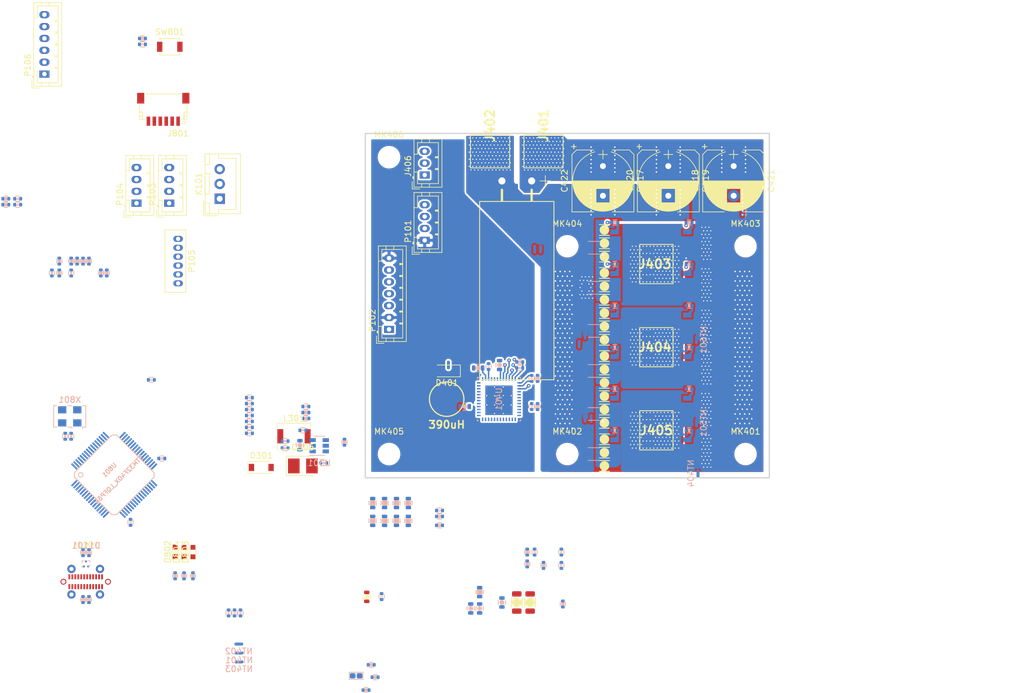
<source format=kicad_pcb>
(kicad_pcb (version 20171130) (host pcbnew "(5.1.4)-1")
  (layers (0 F.Cu signal) (1 In1.Cu power hide) (2 In2.Cu signal hide) (31 B.Cu power) (34 B.Paste user) (35 F.Paste user) (36 B.SilkS user) (37 F.SilkS user) (38 B.Mask user) (39 F.Mask user hide) (44 Edge.Cuts user))
  (net 0 "")
  (net 1 GND)
  (net 2 +3V3)
  (net 3 NRST)
  (net 4 SWDIO)
  (net 5 SWCLK)
  (net 6 "Net-(K101-Pad1)")
  (net 7 GNDD)
  (net 8 +BATT)
  (net 9 /drv_power_stage/buck_rcl)
  (net 10 "Net-(Q701-Pad2)")
  (net 11 "Net-(Q702-Pad2)")
  (net 12 "Net-(Q703-Pad2)")
  (net 13 "Net-(Q704-Pad2)")
  (net 14 GNDA)
  (net 15 /drv_power_stage/ENABLE)
  (net 16 /drv_power_stage/A_VSENSE)
  (net 17 /drv_power_stage/B_VSENSE)
  (net 18 /drv_power_stage/C_VSENSE)
  (net 19 "Net-(C201-Pad1)")
  (net 20 "Net-(C407-Pad2)")
  (net 21 /drv_power_stage/GDRV_VSENSE)
  (net 22 "Net-(K101-Pad2)")
  (net 23 /drv_power_stage/3.3_IREF)
  (net 24 /drv_power_stage/PHASE_B)
  (net 25 /drv_power_stage/PHASE_C)
  (net 26 /drv_power_stage/PHASE_A)
  (net 27 "Net-(Q601-Pad2)")
  (net 28 "Net-(Q602-Pad2)")
  (net 29 "Net-(Q603-Pad2)")
  (net 30 "Net-(Q604-Pad2)")
  (net 31 /drv_power_stage/DRV_SDO)
  (net 32 /drv_power_stage/A_ISENSE)
  (net 33 /drv_power_stage/B_ISENSE)
  (net 34 /drv_power_stage/C_ISENSE)
  (net 35 /Microcontroller/SERVO)
  (net 36 /Microcontroller/ADC_VBUS)
  (net 37 /Microcontroller/ADC_TEMP)
  (net 38 /Microcontroller/TEMP_MOTOR)
  (net 39 /drv_power_stage/power_phase_B/PR_SENSE)
  (net 40 /drv_power_stage/power_phase_B/NR_SENSE)
  (net 41 /drv_power_stage/power_phase_C/PR_SENSE)
  (net 42 /drv_power_stage/power_phase_C/NR_SENSE)
  (net 43 /drv_power_stage/power_phase_A/PR_SENSE)
  (net 44 /drv_power_stage/power_phase_A/NR_SENSE)
  (net 45 /Microcontroller/VCAP2)
  (net 46 /Microcontroller/VCAP1)
  (net 47 /drv_power_stage/power_phase_B/H_SWITCH)
  (net 48 /drv_power_stage/power_phase_C/H_SWITCH)
  (net 49 /drv_power_stage/power_phase_A/H_SWITCH)
  (net 50 /CAN_tranciever/CANH)
  (net 51 /CAN_tranciever/CANL)
  (net 52 /Microcontroller/BRAKE_SW)
  (net 53 /Microcontroller/ADC_BRAKE)
  (net 54 /Microcontroller/ADC_THROTTLE)
  (net 55 /Microcontroller/USART1_RX)
  (net 56 /Microcontroller/USART1_TX)
  (net 57 /Microcontroller/SCL_2)
  (net 58 /Microcontroller/SDA_2)
  (net 59 /Microcontroller/HALL_3)
  (net 60 /Microcontroller/HALL_2)
  (net 61 /Microcontroller/HALL_1)
  (net 62 /drv_power_stage/power_phase_B/PH_GND_LOW)
  (net 63 /drv_power_stage/power_phase_C/PH_GND_LOW)
  (net 64 /drv_power_stage/power_phase_A/PH_GND_LOW)
  (net 65 /Microcontroller/FAULT)
  (net 66 /drv_power_stage/power_phase_B/H_GATE)
  (net 67 /drv_power_stage/power_phase_B/L_GATE)
  (net 68 /drv_power_stage/power_phase_C/H_GATE)
  (net 69 /drv_power_stage/power_phase_C/L_GATE)
  (net 70 /drv_power_stage/power_phase_A/H_GATE)
  (net 71 /drv_power_stage/power_phase_A/L_GATE)
  (net 72 /Microcontroller/LED_GREEN)
  (net 73 /Microcontroller/LED_RED)
  (net 74 /Microcontroller/L3)
  (net 75 /Microcontroller/H3)
  (net 76 /Microcontroller/L2)
  (net 77 /Microcontroller/H2)
  (net 78 /Microcontroller/L1)
  (net 79 /Microcontroller/H1)
  (net 80 "Net-(NT703-Pad1)")
  (net 81 "Net-(C303-Pad2)")
  (net 82 "Net-(C303-Pad1)")
  (net 83 "Net-(C307-Pad2)")
  (net 84 "Net-(C407-Pad1)")
  (net 85 "Net-(C806-Pad1)")
  (net 86 "Net-(C808-Pad1)")
  (net 87 "Net-(D802-Pad1)")
  (net 88 "Net-(D803-Pad1)")
  (net 89 "Net-(D804-Pad1)")
  (net 90 "Net-(NT503-Pad1)")
  (net 91 "Net-(NT603-Pad1)")
  (net 92 "Net-(Q501-Pad2)")
  (net 93 "Net-(Q502-Pad2)")
  (net 94 "Net-(Q503-Pad2)")
  (net 95 "Net-(Q504-Pad2)")
  (net 96 "Net-(R301-Pad1)")
  (net 97 /drv_power_stage/vgls)
  (net 98 /drv_power_stage/dvdd)
  (net 99 /drv_power_stage/vdrain)
  (net 100 /drv_power_stage/vcp)
  (net 101 +15V)
  (net 102 /Microcontroller/BOOT_0)
  (net 103 /drv_power_stage/BK_VIN)
  (net 104 /drv_power_stage/BK_VCC)
  (net 105 /drv_power_stage/BK_BST_C)
  (net 106 /drv_power_stage/BK_SW)
  (net 107 /drv_power_stage/BK_VOUT_RIPP)
  (net 108 /drv_power_stage/pwr_ctl)
  (net 109 /drv_power_stage/BK_RT_SD)
  (net 110 /drv_power_stage/pwr_ctl_g)
  (net 111 "/USB-C connector/D-")
  (net 112 "/USB-C connector/D+")
  (net 113 "Net-(J1101-PadA4)")
  (net 114 "Net-(J1101-PadA6)")
  (net 115 "Net-(J1101-PadB5)")
  (net 116 "Net-(J1101-PadA7)")
  (net 117 "Net-(J1101-PadA5)")
  (net 118 /drv_power_stage/sw_led)
  (module crf1:simple_jst-zh_1.5mm_unfinished (layer F.Cu) (at 70.5 123.5 90)
    (fp_text reference P105 (at 0 2.3 90) (layer F.SilkS))
    (fp_text value HALL/Encoder)
    (pad 6 thru_hole oval (at 3.75 0 90) (size 1 1.6) (drill 0.7) (layers *.Cu *.Mask) (net 2 +3V3))
    (pad 5 thru_hole oval (at 2.25 0 90) (size 1 1.6) (drill 0.7) (layers *.Cu *.Mask) (net 38 /Microcontroller/TEMP_MOTOR))
    (pad 4 thru_hole oval (at 0.75 0 90) (size 1 1.6) (drill 0.7) (layers *.Cu *.Mask) (net 61 /Microcontroller/HALL_1))
    (pad 3 thru_hole oval (at -0.75 0 90) (size 1 1.6) (drill 0.7) (layers *.Cu *.Mask) (net 60 /Microcontroller/HALL_2))
    (pad 2 thru_hole oval (at -2.25 0 90) (size 1 1.6) (drill 0.7) (layers *.Cu *.Mask) (net 59 /Microcontroller/HALL_3))
    (pad 1 thru_hole oval (at -3.75 0 90) (size 1 1.6) (drill 0.7) (layers *.Cu *.Mask) (net 1 GND))
  )
  (module Connectors_JST:JST_XH_B03B-XH-A_03x2.50mm_Straight (layer F.Cu) (at 77.5 113 90)
    (fp_text reference K101 (at 2.5 -3.5 90) (layer F.SilkS))
    (fp_text value SERVO)
    (pad 1 thru_hole rect (at 0 0 90) (size 1.75 1.75) (drill 1) (layers *.Cu *.Mask) (net 6 "Net-(K101-Pad1)"))
    (pad 2 thru_hole circle (at 2.5 0 90) (size 1.75 1.75) (drill 1) (layers *.Cu *.Mask) (net 22 "Net-(K101-Pad2)"))
    (pad 3 thru_hole circle (at 5 0 90) (size 1.75 1.75) (drill 1) (layers *.Cu *.Mask) (net 1 GND))
  )
  (module Connectors_JST:JST_PH_B3B-PH-K_03x2.00mm_Straight (layer F.Cu) (at 112 109 90)
    (fp_text reference J406 (at 1.5 -2.8 90) (layer F.SilkS))
    (fp_text value Conn_01x03)
    (pad 1 thru_hole rect (at 0 0 90) (size 1.2 1.7) (drill 0.75) (layers *.Cu *.Mask) (net 118 /drv_power_stage/sw_led))
    (pad 2 thru_hole oval (at 2 0 90) (size 1.2 1.7) (drill 0.75) (layers *.Cu *.Mask) (net 7 GNDD))
    (pad 3 thru_hole oval (at 4 0 90) (size 1.2 1.7) (drill 0.75) (layers *.Cu *.Mask) (net 108 /drv_power_stage/pwr_ctl))
  )
  (module pkl_dipol:R_0402 (layer B.Cu) (at 55.5 180.5 90)
    (fp_text reference R1104)
    (fp_text value 5.1k)
    (pad 2 smd roundrect (at 0.5 0 90) (size 0.5 0.6) (layers B.Cu B.Paste B.Mask) (net 1 GND))
    (pad 1 smd roundrect (at -0.5 0 90) (size 0.5 0.6) (layers B.Cu B.Paste B.Mask) (net 117 "Net-(J1101-PadA5)"))
  )
  (module pkl_dipol:R_0402 (layer B.Cu) (at 54.5 180.5 90)
    (fp_text reference R1103)
    (fp_text value 5.1k)
    (pad 2 smd roundrect (at 0.5 0 90) (size 0.5 0.6) (layers B.Cu B.Paste B.Mask) (net 1 GND))
    (pad 1 smd roundrect (at -0.5 0 90) (size 0.5 0.6) (layers B.Cu B.Paste B.Mask) (net 115 "Net-(J1101-PadB5)"))
  )
  (module pkl_dipol:R_0402 (layer B.Cu) (at 55.5 172.6 90)
    (fp_text reference R1102)
    (fp_text value 22R)
    (pad 2 smd roundrect (at 0.5 0 90) (size 0.5 0.6) (layers B.Cu B.Paste B.Mask) (net 114 "Net-(J1101-PadA6)"))
    (pad 1 smd roundrect (at -0.5 0 90) (size 0.5 0.6) (layers B.Cu B.Paste B.Mask) (net 112 "/USB-C connector/D+"))
  )
  (module pkl_dipol:R_0402 (layer B.Cu) (at 54.5 172.6 90)
    (fp_text reference R1101)
    (fp_text value 22R)
    (pad 2 smd roundrect (at 0.5 0 90) (size 0.5 0.6) (layers B.Cu B.Paste B.Mask) (net 116 "Net-(J1101-PadA7)"))
    (pad 1 smd roundrect (at -0.5 0 90) (size 0.5 0.6) (layers B.Cu B.Paste B.Mask) (net 111 "/USB-C connector/D-"))
  )
  (module pkl_connectors:USB_C_receptacle_vertical (layer F.Cu) (at 54.949999 177.499999)
    (fp_text reference J1101 (at 0 -6.25) (layer F.SilkS))
    (fp_text value USB_C_Receptacle)
    (pad "" np_thru_hole circle (at 3.75 0 180) (size 1 1) (drill 0.66) (layers F.Cu))
    (pad "" np_thru_hole circle (at -3.75 0) (size 1 1) (drill 0.66) (layers F.Cu))
    (pad 1 thru_hole circle (at -2.4 2.15) (size 1.4 1.4) (drill 0.7) (layers *.Cu *.Mask))
    (pad 1 thru_hole circle (at 2.4 -2.15) (size 1.4 1.4) (drill 0.7) (layers *.Cu *.Mask))
    (pad 1 thru_hole circle (at 2.4 2.15 180) (size 1.4 1.4) (drill 0.7) (layers *.Cu *.Mask))
    (pad B2 smd rect (at 2.25 0.83 180) (size 0.3 0.85) (layers F.Cu F.Paste F.Mask))
    (pad B3 smd rect (at 1.75 0.83 180) (size 0.3 0.85) (layers F.Cu F.Paste F.Mask))
    (pad B4 smd rect (at 1.25 0.83 180) (size 0.3 0.85) (layers F.Cu F.Paste F.Mask) (net 113 "Net-(J1101-PadA4)"))
    (pad B6 smd rect (at 0.25 0.83 180) (size 0.3 0.85) (layers F.Cu F.Paste F.Mask) (net 114 "Net-(J1101-PadA6)"))
    (pad B5 smd rect (at 0.75 0.83 180) (size 0.3 0.85) (layers F.Cu F.Paste F.Mask) (net 115 "Net-(J1101-PadB5)"))
    (pad B12 smd rect (at -2.75 0.83 180) (size 0.3 0.85) (layers F.Cu F.Paste F.Mask) (net 1 GND))
    (pad B11 smd rect (at -2.25 0.83 180) (size 0.3 0.85) (layers F.Cu F.Paste F.Mask))
    (pad B8 smd rect (at -0.75 0.83 180) (size 0.3 0.85) (layers F.Cu F.Paste F.Mask))
    (pad B10 smd rect (at -1.75 0.83 180) (size 0.3 0.85) (layers F.Cu F.Paste F.Mask))
    (pad B9 smd rect (at -1.25 0.83 180) (size 0.3 0.85) (layers F.Cu F.Paste F.Mask) (net 113 "Net-(J1101-PadA4)"))
    (pad B7 smd rect (at -0.25 0.83 180) (size 0.3 0.85) (layers F.Cu F.Paste F.Mask) (net 116 "Net-(J1101-PadA7)"))
    (pad B1 smd rect (at 2.75 0.83 180) (size 0.3 0.85) (layers F.Cu F.Paste F.Mask) (net 1 GND))
    (pad A8 smd rect (at 0.75 -0.83) (size 0.3 0.85) (layers F.Cu F.Paste F.Mask))
    (pad A9 smd rect (at 1.25 -0.83) (size 0.3 0.85) (layers F.Cu F.Paste F.Mask) (net 113 "Net-(J1101-PadA4)"))
    (pad A10 smd rect (at 1.75 -0.83) (size 0.3 0.85) (layers F.Cu F.Paste F.Mask))
    (pad A12 smd rect (at 2.75 -0.83) (size 0.3 0.85) (layers F.Cu F.Paste F.Mask) (net 1 GND))
    (pad A11 smd rect (at 2.25 -0.83) (size 0.3 0.85) (layers F.Cu F.Paste F.Mask))
    (pad A7 smd rect (at 0.25 -0.83) (size 0.3 0.85) (layers F.Cu F.Paste F.Mask) (net 116 "Net-(J1101-PadA7)"))
    (pad A6 smd rect (at -0.25 -0.83) (size 0.3 0.85) (layers F.Cu F.Paste F.Mask) (net 114 "Net-(J1101-PadA6)"))
    (pad A5 smd rect (at -0.75 -0.83) (size 0.3 0.85) (layers F.Cu F.Paste F.Mask) (net 117 "Net-(J1101-PadA5)"))
    (pad A4 smd rect (at -1.25 -0.83) (size 0.3 0.85) (layers F.Cu F.Paste F.Mask) (net 113 "Net-(J1101-PadA4)"))
    (pad A3 smd rect (at -1.75 -0.83) (size 0.3 0.85) (layers F.Cu F.Paste F.Mask))
    (pad A2 smd rect (at -2.25 -0.83) (size 0.3 0.85) (layers F.Cu F.Paste F.Mask))
    (pad A1 smd rect (at -2.75 -0.83) (size 0.3 0.85) (layers F.Cu F.Paste F.Mask) (net 1 GND))
    (pad 1 thru_hole circle (at -2.4 -2.15) (size 1.4 1.4) (drill 0.7) (layers *.Cu *.Mask))
  )
  (module digikey-footprints:SOT-3 (layer B.Cu) (at 55 174.5 180)
    (fp_text reference D1101 (at -0.025 3.075) (layer B.SilkS) (effects (justify mirror)))
    (fp_text value TPD2EUSB30DRTR)
    (pad 2 smd rect (at 0.35 -0.425 180) (size 0.3 0.3) (layers B.Cu B.Paste B.Mask) (net 111 "/USB-C connector/D-"))
    (pad 3 smd rect (at 0 0.425 180) (size 0.3 0.3) (layers B.Cu B.Paste B.Mask) (net 1 GND))
    (pad 1 smd rect (at -0.35 -0.425 180) (size 0.3 0.3) (layers B.Cu B.Paste B.Mask) (net 112 "/USB-C connector/D+"))
  )
  (module moxie-drive-custom:CP_Radial_D12.5mm_P5.00mm_horiz (layer F.Cu) (at 130 110 180)
    (fp_text reference C414)
    (fp_text value 560uF)
    (pad 1 thru_hole rect (at 0 0 180) (size 2.4 2.4) (drill 1.2) (layers *.Cu *.Mask) (net 8 +BATT))
    (pad 2 thru_hole circle (at 5 0 180) (size 2.4 2.4) (drill 1.2) (layers *.Cu *.Mask) (net 7 GNDD))
  )
  (module Buttons_Switches_SMD:SW_SPST_B3U-1000P (layer F.Cu) (at 69.1 87.4)
    (fp_text reference SW801 (at 0 -2.5) (layer F.SilkS))
    (fp_text value SW_Push)
    (pad 1 smd rect (at -1.7 0) (size 0.9 1.7) (layers F.Cu F.Paste F.Mask) (net 102 /Microcontroller/BOOT_0))
    (pad 2 smd rect (at 1.7 0) (size 0.9 1.7) (layers F.Cu F.Paste F.Mask) (net 2 +3V3))
  )
  (module pkl_dipol:R_0402 (layer B.Cu) (at 64.5 86 180)
    (fp_text reference R804)
    (fp_text value 10k)
    (pad 2 smd roundrect (at 0.5 0 180) (size 0.5 0.6) (layers B.Cu B.Paste B.Mask) (net 1 GND))
    (pad 1 smd roundrect (at -0.5 0 180) (size 0.5 0.6) (layers B.Cu B.Paste B.Mask) (net 102 /Microcontroller/BOOT_0))
  )
  (module pkl_dipol:R_0402 (layer B.Cu) (at 102.13 195.75)
    (fp_text reference R420)
    (fp_text value 100)
    (pad 2 smd roundrect (at 0.5 0) (size 0.5 0.6) (layers B.Cu B.Paste B.Mask) (net 101 +15V))
    (pad 1 smd roundrect (at -0.5 0) (size 0.5 0.6) (layers B.Cu B.Paste B.Mask) (net 118 /drv_power_stage/sw_led))
  )
  (module pkl_dipol:C_0402 (layer B.Cu) (at 64.5 87)
    (fp_text reference C813)
    (fp_text value 100n)
    (pad 2 smd roundrect (at 0.5 0) (size 0.5 0.6) (layers B.Cu B.Paste B.Mask) (net 102 /Microcontroller/BOOT_0))
    (pad 1 smd roundrect (at -0.5 0) (size 0.5 0.6) (layers B.Cu B.Paste B.Mask) (net 1 GND))
  )
  (module Diodes_SMD:D_SOD-123 (layer F.Cu) (at 84.5 158.25)
    (fp_text reference D301 (at 0 -2) (layer F.SilkS))
    (fp_text value 1.5KExxA)
    (pad 1 smd rect (at -1.65 0) (size 0.9 1.2) (layers F.Cu F.Paste F.Mask) (net 2 +3V3))
    (pad 2 smd rect (at 1.65 0) (size 0.9 1.2) (layers F.Cu F.Paste F.Mask) (net 1 GND))
  )
  (module Diodes_SMD:D_SOD-123 (layer F.Cu) (at 115.75 142 180)
    (fp_text reference D401 (at 0 -2) (layer F.SilkS))
    (fp_text value DFLS1100-7)
    (pad 1 smd rect (at -1.65 0 180) (size 0.9 1.2) (layers F.Cu F.Paste F.Mask) (net 106 /drv_power_stage/BK_SW))
    (pad 2 smd rect (at 1.65 0 180) (size 0.9 1.2) (layers F.Cu F.Paste F.Mask) (net 7 GNDD))
  )
  (module pkl_dipol:C_0603 (layer B.Cu) (at 119.75 182 270)
    (fp_text reference C413)
    (fp_text value 10uF)
    (pad 2 smd roundrect (at 0.75 0 270) (size 0.6 0.9) (layers B.Cu B.Paste B.Mask) (net 7 GNDD))
    (pad 1 smd roundrect (at -0.75 0 270) (size 0.6 0.9) (layers B.Cu B.Paste B.Mask) (net 101 +15V))
  )
  (module pkl_dipol:C_0402 (layer B.Cu) (at 104.75 180 270)
    (fp_text reference C403)
    (fp_text value 0.1uF)
    (pad 2 smd roundrect (at 0.5 0 270) (size 0.5 0.6) (layers B.Cu B.Paste B.Mask) (net 7 GNDD))
    (pad 1 smd roundrect (at -0.5 0 270) (size 0.5 0.6) (layers B.Cu B.Paste B.Mask) (net 101 +15V))
  )
  (module pkl_dipol:C_0603 (layer B.Cu) (at 121.25 182 270)
    (fp_text reference C402)
    (fp_text value 10uF)
    (pad 2 smd roundrect (at 0.75 0 270) (size 0.6 0.9) (layers B.Cu B.Paste B.Mask) (net 7 GNDD))
    (pad 1 smd roundrect (at -0.75 0 270) (size 0.6 0.9) (layers B.Cu B.Paste B.Mask) (net 101 +15V))
  )
  (module pkl_dipol:C_0603 (layer F.Cu) (at 102.25 180.05 270)
    (fp_text reference C401)
    (fp_text value 10uF)
    (pad 2 smd roundrect (at 0.75 0 270) (size 0.6 0.9) (layers F.Cu F.Paste F.Mask) (net 7 GNDD))
    (pad 1 smd roundrect (at -0.75 0 270) (size 0.6 0.9) (layers F.Cu F.Paste F.Mask) (net 101 +15V))
  )
  (module pkl_dipol:R_0402 (layer B.Cu) (at 103.655 193.575)
    (fp_text reference R419)
    (fp_text value 22k?)
    (pad 2 smd roundrect (at 0.5 0) (size 0.5 0.6) (layers B.Cu B.Paste B.Mask) (net 108 /drv_power_stage/pwr_ctl))
    (pad 1 smd roundrect (at -0.5 0) (size 0.5 0.6) (layers B.Cu B.Paste B.Mask) (net 110 /drv_power_stage/pwr_ctl_g))
  )
  (module pkl_dipol:R_0402 (layer B.Cu) (at 103 191.5)
    (fp_text reference R418)
    (fp_text value 10k)
    (pad 2 smd roundrect (at 0.5 0) (size 0.5 0.6) (layers B.Cu B.Paste B.Mask) (net 110 /drv_power_stage/pwr_ctl_g))
    (pad 1 smd roundrect (at -0.5 0) (size 0.5 0.6) (layers B.Cu B.Paste B.Mask) (net 8 +BATT))
  )
  (module pkl_jumpers:J_0603 (layer B.Cu) (at 100.465 193.35)
    (fp_text reference JP401)
    (fp_text value pwr_ctl_byp)
    (pad 2 smd roundrect (at 0.575 0) (size 0.95 0.9) (layers B.Cu B.Mask) (net 103 /drv_power_stage/BK_VIN))
    (pad 1 smd roundrect (at -0.575 0) (size 0.95 0.9) (layers B.Cu B.Mask) (net 8 +BATT))
  )
  (module pkl_dipol:C_1206 (layer F.Cu) (at 127.5 181 270)
    (fp_text reference C425)
    (fp_text value "1uF ")
    (pad 2 smd roundrect (at 1.45 0 270) (size 0.9 1.6) (layers F.Cu F.Paste F.Mask) (net 7 GNDD))
    (pad 1 smd roundrect (at -1.45 0 270) (size 0.9 1.6) (layers F.Cu F.Paste F.Mask) (net 103 /drv_power_stage/BK_VIN))
  )
  (module pkl_dipol:C_1206 (layer F.Cu) (at 129.75 181 270)
    (fp_text reference C424)
    (fp_text value "1uF ")
    (pad 2 smd roundrect (at 1.45 0 270) (size 0.9 1.6) (layers F.Cu F.Paste F.Mask) (net 7 GNDD))
    (pad 1 smd roundrect (at -1.45 0 270) (size 0.9 1.6) (layers F.Cu F.Paste F.Mask) (net 103 /drv_power_stage/BK_VIN))
  )
  (module pkl_dipol:C_1206 (layer F.Cu) (at 142.25 122.75 180)
    (fp_text reference C707)
    (fp_text value "1uF ")
    (pad 2 smd roundrect (at 1.45 0 180) (size 0.9 1.6) (layers F.Cu F.Paste F.Mask) (net 7 GNDD))
    (pad 1 smd roundrect (at -1.45 0 180) (size 0.9 1.6) (layers F.Cu F.Paste F.Mask) (net 8 +BATT))
  )
  (module pkl_dipol:C_1206 (layer F.Cu) (at 142.25 125.5 180)
    (fp_text reference C705)
    (fp_text value "1uF ")
    (pad 2 smd roundrect (at 1.45 0 180) (size 0.9 1.6) (layers F.Cu F.Paste F.Mask) (net 7 GNDD))
    (pad 1 smd roundrect (at -1.45 0 180) (size 0.9 1.6) (layers F.Cu F.Paste F.Mask) (net 8 +BATT))
  )
  (module pkl_dipol:C_1206 (layer F.Cu) (at 142.25 136.75 180)
    (fp_text reference C607)
    (fp_text value "1uF ")
    (pad 2 smd roundrect (at 1.45 0 180) (size 0.9 1.6) (layers F.Cu F.Paste F.Mask) (net 7 GNDD))
    (pad 1 smd roundrect (at -1.45 0 180) (size 0.9 1.6) (layers F.Cu F.Paste F.Mask) (net 8 +BATT))
  )
  (module pkl_dipol:C_1206 (layer F.Cu) (at 142.25 139.5 180)
    (fp_text reference C605)
    (fp_text value "1uF ")
    (pad 2 smd roundrect (at 1.45 0 180) (size 0.9 1.6) (layers F.Cu F.Paste F.Mask) (net 7 GNDD))
    (pad 1 smd roundrect (at -1.45 0 180) (size 0.9 1.6) (layers F.Cu F.Paste F.Mask) (net 8 +BATT))
  )
  (module pkl_dipol:C_1206 (layer F.Cu) (at 142.25 150.75 180)
    (fp_text reference C507)
    (fp_text value "1uF ")
    (pad 2 smd roundrect (at 1.45 0 180) (size 0.9 1.6) (layers F.Cu F.Paste F.Mask) (net 7 GNDD))
    (pad 1 smd roundrect (at -1.45 0 180) (size 0.9 1.6) (layers F.Cu F.Paste F.Mask) (net 8 +BATT))
  )
  (module pkl_dipol:C_1206 (layer F.Cu) (at 142.25 153.5 180)
    (fp_text reference C505)
    (fp_text value "1uF ")
    (pad 2 smd roundrect (at 1.45 0 180) (size 0.9 1.6) (layers F.Cu F.Paste F.Mask) (net 7 GNDD))
    (pad 1 smd roundrect (at -1.45 0 180) (size 0.9 1.6) (layers F.Cu F.Paste F.Mask) (net 8 +BATT))
  )
  (module Mounting_Holes:MountingHole_3.2mm_M3_DIN965 (layer F.Cu) (at 106 106)
    (fp_text reference MK406 (at 0 -3.8) (layer F.SilkS))
    (fp_text value Mounting_Hole)
    (pad 1 np_thru_hole circle (at 0 0) (size 3.2 3.2) (drill 3.2) (layers *.Cu *.Mask))
  )
  (module Mounting_Holes:MountingHole_3.2mm_M3_DIN965 (layer F.Cu) (at 106 156)
    (fp_text reference MK405 (at 0 -3.8) (layer F.SilkS))
    (fp_text value Mounting_Hole)
    (pad 1 np_thru_hole circle (at 0 0) (size 3.2 3.2) (drill 3.2) (layers *.Cu *.Mask))
  )
  (module Mounting_Holes:MountingHole_3.2mm_M3_DIN965 (layer F.Cu) (at 136 121)
    (fp_text reference MK404 (at 0 -3.8) (layer F.SilkS))
    (fp_text value Mounting_Hole)
    (pad 1 np_thru_hole circle (at 0 0) (size 3.2 3.2) (drill 3.2) (layers *.Cu *.Mask))
  )
  (module Mounting_Holes:MountingHole_3.2mm_M3_DIN965 (layer F.Cu) (at 166 121)
    (fp_text reference MK403 (at 0 -3.8) (layer F.SilkS))
    (fp_text value Mounting_Hole)
    (pad 1 np_thru_hole circle (at 0 0) (size 3.2 3.2) (drill 3.2) (layers *.Cu *.Mask))
  )
  (module Mounting_Holes:MountingHole_3.2mm_M3_DIN965 (layer F.Cu) (at 136 156)
    (fp_text reference MK402 (at 0 -3.8) (layer F.SilkS))
    (fp_text value Mounting_Hole)
    (pad 1 np_thru_hole circle (at 0 0) (size 3.2 3.2) (drill 3.2) (layers *.Cu *.Mask))
  )
  (module Mounting_Holes:MountingHole_3.2mm_M3_DIN965 (layer F.Cu) (at 166 156)
    (fp_text reference MK401 (at 0 -3.8) (layer F.SilkS))
    (fp_text value Mounting_Hole)
    (pad 1 np_thru_hole circle (at 0 0) (size 3.2 3.2) (drill 3.2) (layers *.Cu *.Mask))
  )
  (module Capacitors_THT:CP_Radial_D10.0mm_P5.00mm (layer F.Cu) (at 164 107.5 270)
    (fp_text reference C421 (at 2.5 -6.31 90) (layer F.SilkS))
    (fp_text value 56uF)
    (pad 1 thru_hole rect (at 0 0 270) (size 2 2) (drill 1) (layers *.Cu *.Mask) (net 8 +BATT))
    (pad 2 thru_hole circle (at 5 0 270) (size 2 2) (drill 1) (layers *.Cu *.Mask) (net 7 GNDD))
  )
  (module Capacitors_THT:CP_Radial_D10.0mm_P5.00mm (layer F.Cu) (at 153 107.5 270)
    (fp_text reference C419 (at 2.5 -6.31 90) (layer F.SilkS))
    (fp_text value 56uF)
    (pad 1 thru_hole rect (at 0 0 270) (size 2 2) (drill 1) (layers *.Cu *.Mask) (net 8 +BATT))
    (pad 2 thru_hole circle (at 5 0 270) (size 2 2) (drill 1) (layers *.Cu *.Mask) (net 7 GNDD))
  )
  (module Capacitors_THT:CP_Radial_D10.0mm_P5.00mm (layer F.Cu) (at 142 107.5 270)
    (fp_text reference C417 (at 2.5 -6.31 90) (layer F.SilkS))
    (fp_text value 56uF)
    (pad 1 thru_hole rect (at 0 0 270) (size 2 2) (drill 1) (layers *.Cu *.Mask) (net 8 +BATT))
    (pad 2 thru_hole circle (at 5 0 270) (size 2 2) (drill 1) (layers *.Cu *.Mask) (net 7 GNDD))
  )
  (module NetTie:NetTie-2_SMD_Pad0.5mm (layer B.Cu) (at 158 159.25 270)
    (fp_text reference NT404 (at 0 1.2 90) (layer B.SilkS) (effects (justify mirror)))
    (fp_text value Net-Tie_2)
    (fp_poly (pts (xy -0.5 0.25) (xy 0.5 0.25) (xy 0.5 -0.25) (xy -0.5 -0.25)) (layer B.Cu) (width 0))
    (pad 1 smd circle (at -0.5 0 270) (size 0.5 0.5) (layers B.Cu) (net 8 +BATT))
    (pad 2 smd circle (at 0.5 0 270) (size 0.5 0.5) (layers B.Cu) (net 99 /drv_power_stage/vdrain))
  )
  (module crf1:inductor_smd_5.8mmx4.8hmm (layer F.Cu) (at 115.69914 146.75 180)
    (fp_text reference L401 hide)
    (fp_text value 390uH (at 0 -4.30022) (layer F.SilkS) (effects (font (size 1.27 1.27) (thickness 0.254))))
    (pad 1 smd rect (at 1.80086 0 180) (size 2.49936 5.99948) (layers F.Cu F.Paste F.Mask) (net 107 /drv_power_stage/BK_VOUT_RIPP))
    (pad 2 smd rect (at -1.80086 0 180) (size 2.49936 5.99948) (layers F.Cu F.Paste F.Mask) (net 106 /drv_power_stage/BK_SW))
  )
  (module crf1:1PAD_6x5mm (layer F.Cu) (at 151 152 90)
    (fp_text reference J405 (at 0 0 180) (layer F.SilkS) (effects (font (size 1.524 1.524) (thickness 0.3048))))
    (fp_text value C hide)
    (pad 1 smd rect (at 0 0 90) (size 6 5) (layers F.Cu F.Paste F.Mask) (net 25 /drv_power_stage/PHASE_C))
  )
  (module crf1:1PAD_6x5mm (layer F.Cu) (at 151 138 90)
    (fp_text reference J404 (at 0 -0.25 180) (layer F.SilkS) (effects (font (size 1.524 1.524) (thickness 0.3048))))
    (fp_text value B hide)
    (pad 1 smd rect (at 0 0 90) (size 6 5) (layers F.Cu F.Paste F.Mask) (net 24 /drv_power_stage/PHASE_B))
  )
  (module crf1:1PAD_6x5mm (layer F.Cu) (at 151 124 90)
    (fp_text reference J403 (at 0 -0.25 180) (layer F.SilkS) (effects (font (size 1.524 1.524) (thickness 0.3048))))
    (fp_text value A hide)
    (pad 1 smd rect (at 0 0 90) (size 6 5) (layers F.Cu F.Paste F.Mask) (net 26 /drv_power_stage/PHASE_A))
  )
  (module crf1:1PAD_6x5mm (layer F.Cu) (at 123 105)
    (fp_text reference J402 (at 0 -4.3 270) (layer F.SilkS) (effects (font (size 1.524 1.524) (thickness 0.3048))))
    (fp_text value Gnd hide)
    (pad 1 smd rect (at 0 0) (size 6 5) (layers F.Cu F.Paste F.Mask) (net 7 GNDD))
  )
  (module crf1:1PAD_6x5mm (layer F.Cu) (at 132 105)
    (fp_text reference J401 (at 0 -4.3 270) (layer F.SilkS) (effects (font (size 1.524 1.524) (thickness 0.3048))))
    (fp_text value +Vbat hide)
    (pad 1 smd rect (at 0 0) (size 6 5) (layers F.Cu F.Paste F.Mask) (net 8 +BATT))
  )
  (module Capacitors_SMD:CP_Elec_10x10.5 (layer F.Cu) (at 164 110 270)
    (fp_text reference C418 (at 0 6.46 90) (layer F.SilkS))
    (fp_text value 20uF)
    (fp_text user + (at -5.78 4.97 90) (layer F.SilkS))
    (pad 1 smd rect (at -4 0 90) (size 4 2.5) (layers F.Cu F.Paste F.Mask) (net 8 +BATT))
    (pad 2 smd rect (at 4 0 90) (size 4 2.5) (layers F.Cu F.Paste F.Mask) (net 7 GNDD))
  )
  (module pkl_dipol:C_0402 (layer B.Cu) (at 81 182.75 90)
    (fp_text reference C406)
    (fp_text value 0.1uF)
    (pad 1 smd roundrect (at -0.5 0 90) (size 0.5 0.6) (layers B.Cu B.Paste B.Mask) (net 23 /drv_power_stage/3.3_IREF))
    (pad 2 smd roundrect (at 0.5 0 90) (size 0.5 0.6) (layers B.Cu B.Paste B.Mask) (net 14 GNDA))
  )
  (module pkl_dipol:C_0603 (layer B.Cu) (at 125 181 270)
    (fp_text reference C404)
    (fp_text value 0.1uF)
    (pad 1 smd roundrect (at -0.75 0 270) (size 0.6 0.9) (layers B.Cu B.Paste B.Mask) (net 103 /drv_power_stage/BK_VIN))
    (pad 2 smd roundrect (at 0.75 0 270) (size 0.6 0.9) (layers B.Cu B.Paste B.Mask) (net 7 GNDD))
  )
  (module Capacitors_SMD:CP_Elec_10x10.5 (layer F.Cu) (at 142 110 270)
    (fp_text reference C422 (at 0 6.46 90) (layer F.SilkS))
    (fp_text value 20uF)
    (fp_text user + (at -5.78 4.97 90) (layer F.SilkS))
    (pad 1 smd rect (at -4 0 90) (size 4 2.5) (layers F.Cu F.Paste F.Mask) (net 8 +BATT))
    (pad 2 smd rect (at 4 0 90) (size 4 2.5) (layers F.Cu F.Paste F.Mask) (net 7 GNDD))
  )
  (module Capacitors_SMD:CP_Elec_10x10.5 (layer F.Cu) (at 153 110 270)
    (fp_text reference C420 (at 0 6.46 90) (layer F.SilkS))
    (fp_text value 20uF)
    (fp_text user + (at -5.78 4.97 90) (layer F.SilkS))
    (pad 1 smd rect (at -4 0 90) (size 4 2.5) (layers F.Cu F.Paste F.Mask) (net 8 +BATT))
    (pad 2 smd rect (at 4 0 90) (size 4 2.5) (layers F.Cu F.Paste F.Mask) (net 7 GNDD))
  )
  (module pkl_dipol:R_0402 (layer B.Cu) (at 92 150 180)
    (fp_text reference R303)
    (fp_text value "10k 0.1%")
    (pad 2 smd roundrect (at 0.5 0 180) (size 0.5 0.6) (layers B.Cu B.Paste B.Mask) (net 1 GND))
    (pad 1 smd roundrect (at -0.5 0 180) (size 0.5 0.6) (layers B.Cu B.Paste B.Mask) (net 83 "Net-(C307-Pad2)"))
  )
  (module pkl_dipol:R_0402 (layer B.Cu) (at 92 149)
    (fp_text reference R302)
    (fp_text value "R33.2k 0.1%")
    (pad 2 smd roundrect (at 0.5 0) (size 0.5 0.6) (layers B.Cu B.Paste B.Mask) (net 83 "Net-(C307-Pad2)"))
    (pad 1 smd roundrect (at -0.5 0) (size 0.5 0.6) (layers B.Cu B.Paste B.Mask) (net 2 +3V3))
  )
  (module pkl_dipol:R_0402 (layer B.Cu) (at 98.5 154 90)
    (fp_text reference R301)
    (fp_text value 1k)
    (pad 2 smd roundrect (at 0.5 0 90) (size 0.5 0.6) (layers B.Cu B.Paste B.Mask) (net 101 +15V))
    (pad 1 smd roundrect (at -0.5 0 90) (size 0.5 0.6) (layers B.Cu B.Paste B.Mask) (net 96 "Net-(R301-Pad1)"))
  )
  (module Inductors_SMD:L_Neosid_Ms42 (layer F.Cu) (at 90 153)
    (fp_text reference L301 (at 0 -3) (layer F.SilkS))
    (fp_text value 3.3uH)
    (pad 1 smd rect (at -2.3 0) (size 1 2.4) (layers F.Cu F.Paste F.Mask) (net 2 +3V3))
    (pad 2 smd rect (at 2.3 0) (size 1 2.4) (layers F.Cu F.Paste F.Mask) (net 82 "Net-(C303-Pad1)"))
  )
  (module pkl_dipol:C_0402 (layer B.Cu) (at 114.5 165.5)
    (fp_text reference C423)
    (fp_text value 100nf)
    (pad 2 smd roundrect (at 0.5 0) (size 0.5 0.6) (layers B.Cu B.Paste B.Mask) (net 14 GNDA))
    (pad 1 smd roundrect (at -0.5 0) (size 0.5 0.6) (layers B.Cu B.Paste B.Mask) (net 37 /Microcontroller/ADC_TEMP))
  )
  (module pkl_dipol:C_0402 (layer B.Cu) (at 92 148)
    (fp_text reference C307)
    (fp_text value NP)
    (pad 2 smd roundrect (at 0.5 0) (size 0.5 0.6) (layers B.Cu B.Paste B.Mask) (net 83 "Net-(C307-Pad2)"))
    (pad 1 smd roundrect (at -0.5 0) (size 0.5 0.6) (layers B.Cu B.Paste B.Mask) (net 2 +3V3))
  )
  (module pkl_dipol:C_0402 (layer B.Cu) (at 88.5 155)
    (fp_text reference C305)
    (fp_text value 2.2uf)
    (pad 2 smd roundrect (at 0.5 0) (size 0.5 0.6) (layers B.Cu B.Paste B.Mask) (net 1 GND))
    (pad 1 smd roundrect (at -0.5 0) (size 0.5 0.6) (layers B.Cu B.Paste B.Mask) (net 2 +3V3))
  )
  (module pkl_dipol:C_0402 (layer B.Cu) (at 88.5 153.815)
    (fp_text reference C304)
    (fp_text value 100nf)
    (pad 2 smd roundrect (at 0.5 0) (size 0.5 0.6) (layers B.Cu B.Paste B.Mask) (net 1 GND))
    (pad 1 smd roundrect (at -0.5 0) (size 0.5 0.6) (layers B.Cu B.Paste B.Mask) (net 2 +3V3))
  )
  (module pkl_dipol:C_0402 (layer B.Cu) (at 95 157.5)
    (fp_text reference C303)
    (fp_text value 100nf)
    (pad 2 smd roundrect (at 0.5 0) (size 0.5 0.6) (layers B.Cu B.Paste B.Mask) (net 81 "Net-(C303-Pad2)"))
    (pad 1 smd roundrect (at -0.5 0) (size 0.5 0.6) (layers B.Cu B.Paste B.Mask) (net 82 "Net-(C303-Pad1)"))
  )
  (module pkl_dipol:C_0402 (layer B.Cu) (at 91.5 152)
    (fp_text reference C302)
    (fp_text value 100nf)
    (pad 2 smd roundrect (at 0.5 0) (size 0.5 0.6) (layers B.Cu B.Paste B.Mask) (net 1 GND))
    (pad 1 smd roundrect (at -0.5 0) (size 0.5 0.6) (layers B.Cu B.Paste B.Mask) (net 101 +15V))
  )
  (module pkl_dipol:C_0603 (layer B.Cu) (at 91 154.5 270)
    (fp_text reference C301)
    (fp_text value 10uf)
    (pad 2 smd roundrect (at 0.75 0 270) (size 0.6 0.9) (layers B.Cu B.Paste B.Mask) (net 1 GND))
    (pad 1 smd roundrect (at -0.75 0 270) (size 0.6 0.9) (layers B.Cu B.Paste B.Mask) (net 101 +15V))
  )
  (module Connectors_JST:JST_PH_B4B-PH-K_04x2.00mm_Straight (layer F.Cu) (at 63.5 113.75 90)
    (fp_text reference P104 (at 1.5 -2.8 90) (layer F.SilkS))
    (fp_text value I2C)
    (pad 1 thru_hole rect (at 0 0 90) (size 1.2 1.7) (drill 0.75) (layers *.Cu *.Mask) (net 57 /Microcontroller/SCL_2))
    (pad 2 thru_hole oval (at 2 0 90) (size 1.2 1.7) (drill 0.75) (layers *.Cu *.Mask) (net 58 /Microcontroller/SDA_2))
    (pad 3 thru_hole oval (at 4 0 90) (size 1.2 1.7) (drill 0.75) (layers *.Cu *.Mask) (net 2 +3V3))
    (pad 4 thru_hole oval (at 6 0 90) (size 1.2 1.7) (drill 0.75) (layers *.Cu *.Mask) (net 1 GND))
  )
  (module Resistors_SMD:R_1206 (layer B.Cu) (at 140.5 121.25 180)
    (fp_text reference R707 hide)
    (fp_text value 1mΩ hide)
    (pad 1 smd rect (at -1.45 0 180) (size 0.9 1.7) (layers B.Cu B.Paste B.Mask) (net 64 /drv_power_stage/power_phase_A/PH_GND_LOW))
    (pad 2 smd rect (at 1.45 0 180) (size 0.9 1.7) (layers B.Cu B.Paste B.Mask) (net 7 GNDD))
  )
  (module Resistors_SMD:R_1206 (layer B.Cu) (at 140.5 128 180)
    (fp_text reference R706 hide)
    (fp_text value 1mΩ hide)
    (pad 1 smd rect (at -1.45 0 180) (size 0.9 1.7) (layers B.Cu B.Paste B.Mask) (net 64 /drv_power_stage/power_phase_A/PH_GND_LOW))
    (pad 2 smd rect (at 1.45 0 180) (size 0.9 1.7) (layers B.Cu B.Paste B.Mask) (net 7 GNDD))
  )
  (module Resistors_SMD:R_1206 (layer B.Cu) (at 140.5 135.25 180)
    (fp_text reference R607 hide)
    (fp_text value 1mΩ hide)
    (pad 1 smd rect (at -1.45 0 180) (size 0.9 1.7) (layers B.Cu B.Paste B.Mask) (net 62 /drv_power_stage/power_phase_B/PH_GND_LOW))
    (pad 2 smd rect (at 1.45 0 180) (size 0.9 1.7) (layers B.Cu B.Paste B.Mask) (net 7 GNDD))
  )
  (module Resistors_SMD:R_1206 (layer B.Cu) (at 140.5 142 180)
    (fp_text reference R606 hide)
    (fp_text value 1mΩ hide)
    (pad 1 smd rect (at -1.45 0 180) (size 0.9 1.7) (layers B.Cu B.Paste B.Mask) (net 62 /drv_power_stage/power_phase_B/PH_GND_LOW))
    (pad 2 smd rect (at 1.45 0 180) (size 0.9 1.7) (layers B.Cu B.Paste B.Mask) (net 7 GNDD))
  )
  (module Resistors_SMD:R_1206 (layer B.Cu) (at 140.5 149.25 180)
    (fp_text reference R507 hide)
    (fp_text value 1mΩ hide)
    (pad 1 smd rect (at -1.45 0 180) (size 0.9 1.7) (layers B.Cu B.Paste B.Mask) (net 63 /drv_power_stage/power_phase_C/PH_GND_LOW))
    (pad 2 smd rect (at 1.45 0 180) (size 0.9 1.7) (layers B.Cu B.Paste B.Mask) (net 7 GNDD))
  )
  (module Resistors_SMD:R_1206 (layer B.Cu) (at 140.5 156 180)
    (fp_text reference R506 hide)
    (fp_text value 1mΩ hide)
    (pad 1 smd rect (at -1.45 0 180) (size 0.9 1.7) (layers B.Cu B.Paste B.Mask) (net 63 /drv_power_stage/power_phase_C/PH_GND_LOW))
    (pad 2 smd rect (at 1.45 0 180) (size 0.9 1.7) (layers B.Cu B.Paste B.Mask) (net 7 GNDD))
  )
  (module NetTie:NetTie-2_SMD_Pad0.5mm (layer B.Cu) (at 131.5 121.5 90)
    (fp_text reference NT703 hide)
    (fp_text value Net-Tie_2 hide)
    (fp_poly (pts (xy -0.5 0.25) (xy 0.5 0.25) (xy 0.5 -0.25) (xy -0.5 -0.25)) (layer B.Cu) (width 0))
    (pad 2 smd circle (at 0.5 0 90) (size 0.5 0.5) (layers B.Cu) (net 7 GNDD))
    (pad 1 smd circle (at -0.5 0 90) (size 0.5 0.5) (layers B.Cu) (net 80 "Net-(NT703-Pad1)"))
  )
  (module NetTie:NetTie-2_SMD_Pad0.5mm (layer B.Cu) (at 130.5 121.5 90)
    (fp_text reference NT702 hide)
    (fp_text value Net-Tie_2 hide)
    (fp_poly (pts (xy -0.5 0.25) (xy 0.5 0.25) (xy 0.5 -0.25) (xy -0.5 -0.25)) (layer B.Cu) (width 0))
    (pad 2 smd circle (at 0.5 0 90) (size 0.5 0.5) (layers B.Cu) (net 64 /drv_power_stage/power_phase_A/PH_GND_LOW))
    (pad 1 smd circle (at -0.5 0 90) (size 0.5 0.5) (layers B.Cu) (net 43 /drv_power_stage/power_phase_A/PR_SENSE))
  )
  (module NetTie:NetTie-2_SMD_Pad0.5mm (layer B.Cu) (at 139 136 90)
    (fp_text reference NT603 hide)
    (fp_text value Net-Tie_2 hide)
    (fp_poly (pts (xy -0.5 0.25) (xy 0.5 0.25) (xy 0.5 -0.25) (xy -0.5 -0.25)) (layer B.Cu) (width 0))
    (pad 2 smd circle (at 0.5 0 90) (size 0.5 0.5) (layers B.Cu) (net 7 GNDD))
    (pad 1 smd circle (at -0.5 0 90) (size 0.5 0.5) (layers B.Cu) (net 91 "Net-(NT603-Pad1)"))
  )
  (module NetTie:NetTie-2_SMD_Pad0.5mm (layer B.Cu) (at 138 137.5 90)
    (fp_text reference NT602 hide)
    (fp_text value Net-Tie_2 hide)
    (fp_poly (pts (xy -0.5 0.25) (xy 0.5 0.25) (xy 0.5 -0.25) (xy -0.5 -0.25)) (layer B.Cu) (width 0))
    (pad 2 smd circle (at 0.5 0 90) (size 0.5 0.5) (layers B.Cu) (net 62 /drv_power_stage/power_phase_B/PH_GND_LOW))
    (pad 1 smd circle (at -0.5 0 90) (size 0.5 0.5) (layers B.Cu) (net 39 /drv_power_stage/power_phase_B/PR_SENSE))
  )
  (module NetTie:NetTie-2_SMD_Pad0.5mm (layer B.Cu) (at 139 150 90)
    (fp_text reference NT503 hide)
    (fp_text value Net-Tie_2 hide)
    (fp_poly (pts (xy -0.5 0.25) (xy 0.5 0.25) (xy 0.5 -0.25) (xy -0.5 -0.25)) (layer B.Cu) (width 0))
    (pad 2 smd circle (at 0.5 0 90) (size 0.5 0.5) (layers B.Cu) (net 7 GNDD))
    (pad 1 smd circle (at -0.5 0 90) (size 0.5 0.5) (layers B.Cu) (net 90 "Net-(NT503-Pad1)"))
  )
  (module NetTie:NetTie-2_SMD_Pad0.5mm (layer B.Cu) (at 140 150 90)
    (fp_text reference NT502 hide)
    (fp_text value Net-Tie_2 hide)
    (fp_poly (pts (xy -0.5 0.25) (xy 0.5 0.25) (xy 0.5 -0.25) (xy -0.5 -0.25)) (layer B.Cu) (width 0))
    (pad 2 smd circle (at 0.5 0 90) (size 0.5 0.5) (layers B.Cu) (net 63 /drv_power_stage/power_phase_C/PH_GND_LOW))
    (pad 1 smd circle (at -0.5 0 90) (size 0.5 0.5) (layers B.Cu) (net 41 /drv_power_stage/power_phase_C/PR_SENSE))
  )
  (module pkl_dipol:R_0402 (layer B.Cu) (at 144 124 180)
    (fp_text reference R705)
    (fp_text value 5Ω)
    (pad 1 smd roundrect (at -0.5 0 180) (size 0.5 0.6) (layers B.Cu B.Paste B.Mask) (net 13 "Net-(Q704-Pad2)"))
    (pad 2 smd roundrect (at 0.5 0 180) (size 0.5 0.6) (layers B.Cu B.Paste B.Mask) (net 71 /drv_power_stage/power_phase_A/L_GATE))
  )
  (module Oscillators:Oscillator_SMD_EuroQuartz_XO53-4pin_5.0x3.2mm (layer B.Cu) (at 52.26 149.65 180)
    (fp_text reference X801 (at 0 2.8) (layer B.SilkS) (effects (justify mirror)))
    (fp_text value "8MHz 10ppm")
    (pad 1 smd rect (at -1.27 -1.1 180) (size 1.4 1.2) (layers B.Cu B.Paste B.Mask) (net 85 "Net-(C806-Pad1)"))
    (pad 2 smd rect (at 1.27 -1.1 180) (size 1.4 1.2) (layers B.Cu B.Paste B.Mask) (net 86 "Net-(C808-Pad1)"))
    (pad 3 smd rect (at 1.27 1.1 180) (size 1.4 1.2) (layers B.Cu B.Paste B.Mask) (net 1 GND))
    (pad 4 smd rect (at -1.27 1.1 180) (size 1.4 1.2) (layers B.Cu B.Paste B.Mask))
  )
  (module crf1:lqfp64_pad_mod (layer B.Cu) (at 59.75 159.5 45)
    (fp_text reference U801 (at 0 -1.143 45) (layer B.SilkS) (effects (font (size 0.7493 0.7493) (thickness 0.14986)) (justify mirror)))
    (fp_text value STM32F40X_LQFP64 (at 0 1.143 45) (layer B.SilkS) (effects (font (size 0.7493 0.7493) (thickness 0.14986)) (justify mirror)))
    (pad 64 smd rect (at -5.75056 -3.74904 45) (size 1.30048 0.3) (layers B.Cu B.Paste B.Mask) (net 2 +3V3))
    (pad 63 smd rect (at -5.75056 -3.2512 45) (size 1.30048 0.3) (layers B.Cu B.Paste B.Mask) (net 1 GND))
    (pad 62 smd rect (at -5.75056 -2.75082 45) (size 1.30048 0.3) (layers B.Cu B.Paste B.Mask))
    (pad 61 smd rect (at -5.75056 -2.25044 45) (size 1.30048 0.3) (layers B.Cu B.Paste B.Mask))
    (pad 60 smd rect (at -5.75056 -1.75006 45) (size 1.30048 0.3) (layers B.Cu B.Paste B.Mask) (net 102 /Microcontroller/BOOT_0))
    (pad 48 smd rect (at -3.74904 5.75056 45) (size 0.3 1.30048) (layers B.Cu B.Paste B.Mask) (net 2 +3V3))
    (pad 47 smd rect (at -3.2512 5.75056 45) (size 0.3 1.30048) (layers B.Cu B.Paste B.Mask) (net 45 /Microcontroller/VCAP2))
    (pad 46 smd rect (at -2.75082 5.75056 45) (size 0.3 1.30048) (layers B.Cu B.Paste B.Mask) (net 4 SWDIO))
    (pad 45 smd rect (at -2.25044 5.75056 45) (size 0.3 1.30048) (layers B.Cu B.Paste B.Mask) (net 112 "/USB-C connector/D+"))
    (pad 44 smd rect (at -1.75006 5.75056 45) (size 0.3 1.30048) (layers B.Cu B.Paste B.Mask) (net 111 "/USB-C connector/D-"))
    (pad 32 smd rect (at 5.75056 3.74904 45) (size 1.30048 0.3) (layers B.Cu B.Paste B.Mask) (net 2 +3V3))
    (pad 31 smd rect (at 5.75056 3.2512 45) (size 1.30048 0.3) (layers B.Cu B.Paste B.Mask) (net 46 /Microcontroller/VCAP1))
    (pad 30 smd rect (at 5.75056 2.75082 45) (size 1.30048 0.3) (layers B.Cu B.Paste B.Mask) (net 58 /Microcontroller/SDA_2))
    (pad 29 smd rect (at 5.75056 2.25044 45) (size 1.30048 0.3) (layers B.Cu B.Paste B.Mask) (net 57 /Microcontroller/SCL_2))
    (pad 28 smd rect (at 5.75056 1.75006 45) (size 1.30048 0.3) (layers B.Cu B.Paste B.Mask))
    (pad 16 smd rect (at 3.74904 -5.75056 45) (size 0.3 1.30048) (layers B.Cu B.Paste B.Mask) (net 18 /drv_power_stage/C_VSENSE))
    (pad 15 smd rect (at 3.2512 -5.75056 45) (size 0.3 1.30048) (layers B.Cu B.Paste B.Mask) (net 17 /drv_power_stage/B_VSENSE))
    (pad 14 smd rect (at 2.75082 -5.75056 45) (size 0.3 1.30048) (layers B.Cu B.Paste B.Mask) (net 16 /drv_power_stage/A_VSENSE))
    (pad 13 smd rect (at 2.25044 -5.75056 45) (size 0.3 1.30048) (layers B.Cu B.Paste B.Mask) (net 2 +3V3))
    (pad 12 smd rect (at 1.75006 -5.75056 45) (size 0.3 1.30048) (layers B.Cu B.Paste B.Mask) (net 14 GNDA))
    (pad 59 smd rect (at -5.75056 -1.24968 45) (size 1.30048 0.3) (layers B.Cu B.Paste B.Mask) (net 55 /Microcontroller/USART1_RX))
    (pad 58 smd rect (at -5.75056 -0.7493 45) (size 1.30048 0.3) (layers B.Cu B.Paste B.Mask) (net 56 /Microcontroller/USART1_TX))
    (pad 57 smd rect (at -5.75056 -0.24892 45) (size 1.30048 0.3) (layers B.Cu B.Paste B.Mask) (net 52 /Microcontroller/BRAKE_SW))
    (pad 43 smd rect (at -1.24968 5.75056 45) (size 0.3 1.30048) (layers B.Cu B.Paste B.Mask) (net 75 /Microcontroller/H3))
    (pad 42 smd rect (at -0.7493 5.75056 45) (size 0.3 1.30048) (layers B.Cu B.Paste B.Mask) (net 77 /Microcontroller/H2))
    (pad 41 smd rect (at -0.24892 5.75056 45) (size 0.3 1.30048) (layers B.Cu B.Paste B.Mask) (net 79 /Microcontroller/H1))
    (pad 27 smd rect (at 5.75056 1.24968 45) (size 1.30048 0.3) (layers B.Cu B.Paste B.Mask) (net 53 /Microcontroller/ADC_BRAKE))
    (pad 26 smd rect (at 5.75056 0.7493 45) (size 1.30048 0.3) (layers B.Cu B.Paste B.Mask) (net 54 /Microcontroller/ADC_THROTTLE))
    (pad 25 smd rect (at 5.75056 0.24892 45) (size 1.30048 0.3) (layers B.Cu B.Paste B.Mask) (net 38 /Microcontroller/TEMP_MOTOR))
    (pad 11 smd rect (at 1.24968 -5.75056 45) (size 0.3 1.30048) (layers B.Cu B.Paste B.Mask) (net 36 /Microcontroller/ADC_VBUS))
    (pad 10 smd rect (at 0.7493 -5.75056 45) (size 0.3 1.30048) (layers B.Cu B.Paste B.Mask) (net 34 /drv_power_stage/C_ISENSE))
    (pad 9 smd rect (at 0.24892 -5.75056 45) (size 0.3 1.30048) (layers B.Cu B.Paste B.Mask) (net 33 /drv_power_stage/B_ISENSE))
    (pad 56 smd rect (at -5.75056 0.24892 45) (size 1.30048 0.3) (layers B.Cu B.Paste B.Mask))
    (pad 55 smd rect (at -5.75056 0.7493 45) (size 1.30048 0.3) (layers B.Cu B.Paste B.Mask))
    (pad 54 smd rect (at -5.75056 1.24968 45) (size 1.30048 0.3) (layers B.Cu B.Paste B.Mask))
    (pad 53 smd rect (at -5.75056 1.75006 45) (size 1.30048 0.3) (layers B.Cu B.Paste B.Mask))
    (pad 52 smd rect (at -5.75056 2.25044 45) (size 1.30048 0.3) (layers B.Cu B.Paste B.Mask))
    (pad 51 smd rect (at -5.75056 2.75082 45) (size 1.30048 0.3) (layers B.Cu B.Paste B.Mask))
    (pad 50 smd rect (at -5.75056 3.2512 45) (size 1.30048 0.3) (layers B.Cu B.Paste B.Mask))
    (pad 49 smd rect (at -5.75056 3.74904 45) (size 1.30048 0.3) (layers B.Cu B.Paste B.Mask) (net 5 SWCLK))
    (pad 40 smd rect (at 0.24892 5.75056 45) (size 0.3 1.30048) (layers B.Cu B.Paste B.Mask) (net 15 /drv_power_stage/ENABLE))
    (pad 39 smd rect (at 0.7493 5.75056 45) (size 0.3 1.30048) (layers B.Cu B.Paste B.Mask) (net 59 /Microcontroller/HALL_3))
    (pad 38 smd rect (at 1.24968 5.75056 45) (size 0.3 1.30048) (layers B.Cu B.Paste B.Mask) (net 60 /Microcontroller/HALL_2))
    (pad 37 smd rect (at 1.75006 5.75056 45) (size 0.3 1.30048) (layers B.Cu B.Paste B.Mask) (net 61 /Microcontroller/HALL_1))
    (pad 36 smd rect (at 2.25044 5.75056 45) (size 0.3 1.30048) (layers B.Cu B.Paste B.Mask) (net 74 /Microcontroller/L3))
    (pad 35 smd rect (at 2.75082 5.75056 45) (size 0.3 1.30048) (layers B.Cu B.Paste B.Mask) (net 76 /Microcontroller/L2))
    (pad 34 smd rect (at 3.2512 5.75056 45) (size 0.3 1.30048) (layers B.Cu B.Paste B.Mask) (net 78 /Microcontroller/L1))
    (pad 33 smd rect (at 3.74904 5.75056 45) (size 0.3 1.30048) (layers B.Cu B.Paste B.Mask) (net 65 /Microcontroller/FAULT))
    (pad 24 smd rect (at 5.75056 -0.24892 45) (size 1.30048 0.3) (layers B.Cu B.Paste B.Mask) (net 37 /Microcontroller/ADC_TEMP))
    (pad 23 smd rect (at 5.75056 -0.7493 45) (size 1.30048 0.3) (layers B.Cu B.Paste B.Mask))
    (pad 22 smd rect (at 5.75056 -1.24968 45) (size 1.30048 0.3) (layers B.Cu B.Paste B.Mask))
    (pad 21 smd rect (at 5.75056 -1.75006 45) (size 1.30048 0.3) (layers B.Cu B.Paste B.Mask))
    (pad 20 smd rect (at 5.75056 -2.25044 45) (size 1.30048 0.3) (layers B.Cu B.Paste B.Mask))
    (pad 19 smd rect (at 5.75056 -2.75082 45) (size 1.30048 0.3) (layers B.Cu B.Paste B.Mask) (net 2 +3V3))
    (pad 18 smd rect (at 5.75056 -3.2512 45) (size 1.30048 0.3) (layers B.Cu B.Paste B.Mask) (net 1 GND))
    (pad 17 smd rect (at 5.75056 -3.74904 45) (size 1.30048 0.3) (layers B.Cu B.Paste B.Mask) (net 35 /Microcontroller/SERVO))
    (pad 3 smd rect (at -2.75082 -5.75056 45) (size 0.3 1.30048) (layers B.Cu B.Paste B.Mask) (net 72 /Microcontroller/LED_GREEN))
    (pad 2 smd rect (at -3.2512 -5.75056 45) (size 0.3 1.30048) (layers B.Cu B.Paste B.Mask))
    (pad 1 smd rect (at -3.74904 -5.75056 45) (size 0.3 1.30048) (layers B.Cu B.Paste B.Mask) (net 2 +3V3))
    (pad 8 smd rect (at -0.24892 -5.75056 45) (size 0.3 1.30048) (layers B.Cu B.Paste B.Mask) (net 32 /drv_power_stage/A_ISENSE))
    (pad 7 smd rect (at -0.7493 -5.75056 45) (size 0.3 1.30048) (layers B.Cu B.Paste B.Mask) (net 3 NRST))
    (pad 6 smd rect (at -1.24968 -5.75056 45) (size 0.3 1.30048) (layers B.Cu B.Paste B.Mask) (net 86 "Net-(C808-Pad1)"))
    (pad 5 smd rect (at -1.75006 -5.75056 45) (size 0.3 1.30048) (layers B.Cu B.Paste B.Mask) (net 85 "Net-(C806-Pad1)"))
    (pad 4 smd rect (at -2.25044 -5.75056 45) (size 0.3 1.30048) (layers B.Cu B.Paste B.Mask) (net 73 /Microcontroller/LED_RED))
  )
  (module Locals:DRV8353RHRGZR (layer B.Cu) (at 124.5 146.75 270)
    (fp_text reference U401 (at 0 0 90) (layer B.SilkS) (effects (justify mirror)))
    (fp_text value DRV8353RSRGZT)
    (fp_text user * (at 0 0 90) (layer B.SilkS) (effects (justify mirror)))
    (pad 1 smd rect (at -3.400001 2.75 180) (size 0.24 0.599999) (layers B.Cu B.Paste B.Mask) (net 7 GNDD))
    (pad 2 smd rect (at -3.400001 2.250001 180) (size 0.24 0.599999) (layers B.Cu B.Paste B.Mask) (net 97 /drv_power_stage/vgls))
    (pad 3 smd rect (at -3.400001 1.749999 180) (size 0.24 0.599999) (layers B.Cu B.Paste B.Mask) (net 20 "Net-(C407-Pad2)"))
    (pad 4 smd rect (at -3.400001 1.25 180) (size 0.24 0.599999) (layers B.Cu B.Paste B.Mask) (net 84 "Net-(C407-Pad1)"))
    (pad 5 smd rect (at -3.400001 0.749998 180) (size 0.24 0.599999) (layers B.Cu B.Paste B.Mask) (net 101 +15V))
    (pad 6 smd rect (at -3.400001 0.25 180) (size 0.24 0.599999) (layers B.Cu B.Paste B.Mask) (net 99 /drv_power_stage/vdrain))
    (pad 7 smd rect (at -3.400001 -0.25 180) (size 0.24 0.599999) (layers B.Cu B.Paste B.Mask) (net 100 /drv_power_stage/vcp))
    (pad 8 smd rect (at -3.400001 -0.750001 180) (size 0.24 0.599999) (layers B.Cu B.Paste B.Mask) (net 70 /drv_power_stage/power_phase_A/H_GATE))
    (pad 9 smd rect (at -3.400001 -1.25 180) (size 0.24 0.599999) (layers B.Cu B.Paste B.Mask) (net 49 /drv_power_stage/power_phase_A/H_SWITCH))
    (pad 10 smd rect (at -3.400001 -1.750002 180) (size 0.24 0.599999) (layers B.Cu B.Paste B.Mask) (net 71 /drv_power_stage/power_phase_A/L_GATE))
    (pad 11 smd rect (at -3.400001 -2.250001 180) (size 0.24 0.599999) (layers B.Cu B.Paste B.Mask) (net 43 /drv_power_stage/power_phase_A/PR_SENSE))
    (pad 12 smd rect (at -3.400001 -2.75 180) (size 0.24 0.599999) (layers B.Cu B.Paste B.Mask) (net 44 /drv_power_stage/power_phase_A/NR_SENSE))
    (pad 13 smd rect (at -2.75 -3.400001 270) (size 0.24 0.599999) (layers B.Cu B.Paste B.Mask) (net 40 /drv_power_stage/power_phase_B/NR_SENSE))
    (pad 14 smd rect (at -2.250001 -3.400001 270) (size 0.24 0.599999) (layers B.Cu B.Paste B.Mask) (net 39 /drv_power_stage/power_phase_B/PR_SENSE))
    (pad 15 smd rect (at -1.749999 -3.400001 270) (size 0.24 0.599999) (layers B.Cu B.Paste B.Mask) (net 67 /drv_power_stage/power_phase_B/L_GATE))
    (pad 16 smd rect (at -1.25 -3.400001 270) (size 0.24 0.599999) (layers B.Cu B.Paste B.Mask) (net 47 /drv_power_stage/power_phase_B/H_SWITCH))
    (pad 17 smd rect (at -0.749998 -3.400001 270) (size 0.24 0.599999) (layers B.Cu B.Paste B.Mask) (net 66 /drv_power_stage/power_phase_B/H_GATE))
    (pad 18 smd rect (at -0.25 -3.400001 270) (size 0.24 0.599999) (layers B.Cu B.Paste B.Mask) (net 68 /drv_power_stage/power_phase_C/H_GATE))
    (pad 19 smd rect (at 0.25 -3.400001 270) (size 0.24 0.599999) (layers B.Cu B.Paste B.Mask) (net 48 /drv_power_stage/power_phase_C/H_SWITCH))
    (pad 20 smd rect (at 0.750001 -3.400001 270) (size 0.24 0.599999) (layers B.Cu B.Paste B.Mask) (net 69 /drv_power_stage/power_phase_C/L_GATE))
    (pad 21 smd rect (at 1.25 -3.400001 270) (size 0.24 0.599999) (layers B.Cu B.Paste B.Mask) (net 41 /drv_power_stage/power_phase_C/PR_SENSE))
    (pad 22 smd rect (at 1.750002 -3.400001 270) (size 0.24 0.599999) (layers B.Cu B.Paste B.Mask) (net 42 /drv_power_stage/power_phase_C/NR_SENSE))
    (pad 23 smd rect (at 2.250001 -3.400001 270) (size 0.24 0.599999) (layers B.Cu B.Paste B.Mask) (net 34 /drv_power_stage/C_ISENSE))
    (pad 24 smd rect (at 2.75 -3.400001 270) (size 0.24 0.599999) (layers B.Cu B.Paste B.Mask) (net 33 /drv_power_stage/B_ISENSE))
    (pad 25 smd rect (at 3.400001 -2.75 180) (size 0.24 0.599999) (layers B.Cu B.Paste B.Mask) (net 32 /drv_power_stage/A_ISENSE))
    (pad 26 smd rect (at 3.400001 -2.250001 180) (size 0.24 0.599999) (layers B.Cu B.Paste B.Mask) (net 23 /drv_power_stage/3.3_IREF))
    (pad 27 smd rect (at 3.400001 -1.750002 180) (size 0.24 0.599999) (layers B.Cu B.Paste B.Mask) (net 14 GNDA))
    (pad 28 smd rect (at 3.400001 -1.25 180) (size 0.24 0.599999) (layers B.Cu B.Paste B.Mask) (net 65 /Microcontroller/FAULT))
    (pad 29 smd rect (at 3.400001 -0.750001 180) (size 0.24 0.599999) (layers B.Cu B.Paste B.Mask) (net 31 /drv_power_stage/DRV_SDO))
    (pad 30 smd rect (at 3.400001 -0.25 180) (size 0.24 0.599999) (layers B.Cu B.Paste B.Mask))
    (pad 31 smd rect (at 3.400001 0.25 180) (size 0.24 0.599999) (layers B.Cu B.Paste B.Mask))
    (pad 32 smd rect (at 3.400001 0.749998 180) (size 0.24 0.599999) (layers B.Cu B.Paste B.Mask))
    (pad 33 smd rect (at 3.400001 1.25 180) (size 0.24 0.599999) (layers B.Cu B.Paste B.Mask) (net 15 /drv_power_stage/ENABLE))
    (pad 34 smd rect (at 3.400001 1.749999 180) (size 0.24 0.599999) (layers B.Cu B.Paste B.Mask) (net 79 /Microcontroller/H1))
    (pad 35 smd rect (at 3.400001 2.250001 180) (size 0.24 0.599999) (layers B.Cu B.Paste B.Mask) (net 78 /Microcontroller/L1))
    (pad 36 smd rect (at 3.400001 2.75 180) (size 0.24 0.599999) (layers B.Cu B.Paste B.Mask) (net 77 /Microcontroller/H2))
    (pad 37 smd rect (at 2.75 3.400001 270) (size 0.24 0.599999) (layers B.Cu B.Paste B.Mask) (net 76 /Microcontroller/L2))
    (pad 38 smd rect (at 2.250001 3.400001 270) (size 0.24 0.599999) (layers B.Cu B.Paste B.Mask) (net 75 /Microcontroller/H3))
    (pad 39 smd rect (at 1.750002 3.400001 270) (size 0.24 0.599999) (layers B.Cu B.Paste B.Mask) (net 74 /Microcontroller/L3))
    (pad 40 smd rect (at 1.25 3.400001 270) (size 0.24 0.599999) (layers B.Cu B.Paste B.Mask) (net 98 /drv_power_stage/dvdd))
    (pad 41 smd rect (at 0.750001 3.400001 270) (size 0.24 0.599999) (layers B.Cu B.Paste B.Mask) (net 1 GND))
    (pad 42 smd rect (at 0.25 3.400001 270) (size 0.24 0.599999) (layers B.Cu B.Paste B.Mask) (net 106 /drv_power_stage/BK_SW))
    (pad 43 smd rect (at -0.25 3.400001 270) (size 0.24 0.599999) (layers B.Cu B.Paste B.Mask) (net 103 /drv_power_stage/BK_VIN))
    (pad 44 smd rect (at -0.749998 3.400001 270) (size 0.24 0.599999) (layers B.Cu B.Paste B.Mask) (net 104 /drv_power_stage/BK_VCC))
    (pad 45 smd rect (at -1.25 3.400001 270) (size 0.24 0.599999) (layers B.Cu B.Paste B.Mask) (net 105 /drv_power_stage/BK_BST_C))
    (pad 46 smd rect (at -1.749999 3.400001 270) (size 0.24 0.599999) (layers B.Cu B.Paste B.Mask) (net 9 /drv_power_stage/buck_rcl))
    (pad 47 smd rect (at -2.250001 3.400001 270) (size 0.24 0.599999) (layers B.Cu B.Paste B.Mask) (net 109 /drv_power_stage/BK_RT_SD))
    (pad 48 smd rect (at -2.75 3.400001 270) (size 0.24 0.599999) (layers B.Cu B.Paste B.Mask) (net 21 /drv_power_stage/GDRV_VSENSE))
    (pad 49 smd rect (at 0.188001 0 270) (size 4.974999 4.600001) (layers B.Cu B.Mask) (net 7 GNDD))
    (pad 49 thru_hole circle (at -2.050001 0.740001 270) (size 0.499999 0.499999) (drill 0.2032) (layers *.Cu *.Mask) (net 7 GNDD))
    (pad 49 thru_hole circle (at -2.050001 -0.740001 270) (size 0.499999 0.499999) (drill 0.2032) (layers *.Cu *.Mask) (net 7 GNDD))
    (pad 49 thru_hole circle (at -0.596999 -2.050001 270) (size 0.499999 0.499999) (drill 0.2032) (layers *.Cu *.Mask) (net 7 GNDD))
    (pad 49 thru_hole circle (at -0.596999 -0.740001 270) (size 0.499999 0.499999) (drill 0.2032) (layers *.Cu *.Mask) (net 7 GNDD))
    (pad 49 thru_hole circle (at -0.596999 0.740001 270) (size 0.499999 0.499999) (drill 0.2032) (layers *.Cu *.Mask) (net 7 GNDD))
    (pad 49 thru_hole circle (at 2.426 -0.740001 270) (size 0.499999 0.499999) (drill 0.2032) (layers *.Cu *.Mask) (net 7 GNDD))
    (pad 49 thru_hole circle (at 2.426 0.740001 270) (size 0.499999 0.499999) (drill 0.2032) (layers *.Cu *.Mask) (net 7 GNDD))
    (pad 49 thru_hole circle (at 0.973 -2.050001 270) (size 0.499999 0.499999) (drill 0.2032) (layers *.Cu *.Mask) (net 7 GNDD))
    (pad 49 thru_hole circle (at 0.973 -0.740001 270) (size 0.499999 0.499999) (drill 0.2032) (layers *.Cu *.Mask) (net 7 GNDD))
    (pad 49 thru_hole circle (at 0.973 0.740001 270) (size 0.499999 0.499999) (drill 0.2032) (layers *.Cu *.Mask) (net 7 GNDD))
    (pad 49 thru_hole circle (at -0.596999 2.050001 270) (size 0.499999 0.499999) (drill 0.2032) (layers *.Cu *.Mask) (net 7 GNDD))
    (pad 49 thru_hole circle (at 0.973 2.050001 270) (size 0.499999 0.499999) (drill 0.2032) (layers *.Cu *.Mask) (net 7 GNDD))
  )
  (module TO_SOT_Packages_SMD:SOT-23-6 (layer B.Cu) (at 94.25 154.6)
    (fp_text reference U301 (at 0 2.9) (layer B.SilkS) (effects (justify mirror)))
    (fp_text value TPS561201)
    (pad 1 smd rect (at -1.1 0.95) (size 1.06 0.65) (layers B.Cu B.Paste B.Mask) (net 1 GND))
    (pad 2 smd rect (at -1.1 0) (size 1.06 0.65) (layers B.Cu B.Paste B.Mask) (net 82 "Net-(C303-Pad1)"))
    (pad 3 smd rect (at -1.1 -0.95) (size 1.06 0.65) (layers B.Cu B.Paste B.Mask) (net 101 +15V))
    (pad 4 smd rect (at 1.1 -0.95) (size 1.06 0.65) (layers B.Cu B.Paste B.Mask) (net 83 "Net-(C307-Pad2)"))
    (pad 6 smd rect (at 1.1 0.95) (size 1.06 0.65) (layers B.Cu B.Paste B.Mask) (net 81 "Net-(C303-Pad2)"))
    (pad 5 smd rect (at 1.1 0) (size 1.06 0.65) (layers B.Cu B.Paste B.Mask) (net 96 "Net-(R301-Pad1)"))
  )
  (module pkl_dipol:R_0402 (layer B.Cu) (at 144 145 180)
    (fp_text reference R503)
    (fp_text value 5Ω)
    (pad 2 smd roundrect (at 0.5 0 180) (size 0.5 0.6) (layers B.Cu B.Paste B.Mask) (net 69 /drv_power_stage/power_phase_C/L_GATE))
    (pad 1 smd roundrect (at -0.5 0 180) (size 0.5 0.6) (layers B.Cu B.Paste B.Mask) (net 93 "Net-(Q502-Pad2)"))
  )
  (module pkl_dipol:R_0402 (layer B.Cu) (at 156.5 145 180)
    (fp_text reference R502)
    (fp_text value 5Ω)
    (pad 2 smd roundrect (at 0.5 0 180) (size 0.5 0.6) (layers B.Cu B.Paste B.Mask) (net 68 /drv_power_stage/power_phase_C/H_GATE))
    (pad 1 smd roundrect (at -0.5 0 180) (size 0.5 0.6) (layers B.Cu B.Paste B.Mask) (net 92 "Net-(Q501-Pad2)"))
  )
  (module pkl_dipol:R_0402 (layer B.Cu) (at 114.5 168)
    (fp_text reference R417)
    (fp_text value "NTC 10kΩ")
    (pad 2 smd roundrect (at 0.5 0) (size 0.5 0.6) (layers B.Cu B.Paste B.Mask) (net 7 GNDD))
    (pad 1 smd roundrect (at -0.5 0) (size 0.5 0.6) (layers B.Cu B.Paste B.Mask) (net 37 /Microcontroller/ADC_TEMP))
  )
  (module pkl_dipol:R_0402 (layer B.Cu) (at 114.5 166.5 180)
    (fp_text reference R416)
    (fp_text value 10kΩ)
    (pad 2 smd roundrect (at 0.5 0 180) (size 0.5 0.6) (layers B.Cu B.Paste B.Mask) (net 37 /Microcontroller/ADC_TEMP))
    (pad 1 smd roundrect (at -0.5 0 180) (size 0.5 0.6) (layers B.Cu B.Paste B.Mask) (net 2 +3V3))
  )
  (module pkl_dipol:R_0603 (layer B.Cu) (at 103.25 164.25 90)
    (fp_text reference R415)
    (fp_text value 2.2kΩ)
    (pad 2 smd roundrect (at 0.75 0 90) (size 0.6 0.9) (layers B.Cu B.Paste B.Mask) (net 7 GNDD))
    (pad 1 smd roundrect (at -0.75 0 90) (size 0.6 0.9) (layers B.Cu B.Paste B.Mask) (net 36 /Microcontroller/ADC_VBUS))
  )
  (module pkl_dipol:R_0603 (layer B.Cu) (at 103.25 167.25 90)
    (fp_text reference R414)
    (fp_text value 47kΩ)
    (pad 2 smd roundrect (at 0.75 0 90) (size 0.6 0.9) (layers B.Cu B.Paste B.Mask) (net 36 /Microcontroller/ADC_VBUS))
    (pad 1 smd roundrect (at -0.75 0 90) (size 0.6 0.9) (layers B.Cu B.Paste B.Mask) (net 8 +BATT))
  )
  (module pkl_dipol:R_0603 (layer B.Cu) (at 109.25 164.25 90)
    (fp_text reference R413)
    (fp_text value 2.2kΩ)
    (pad 2 smd roundrect (at 0.75 0 90) (size 0.6 0.9) (layers B.Cu B.Paste B.Mask) (net 7 GNDD))
    (pad 1 smd roundrect (at -0.75 0 90) (size 0.6 0.9) (layers B.Cu B.Paste B.Mask) (net 18 /drv_power_stage/C_VSENSE))
  )
  (module pkl_dipol:R_0603 (layer B.Cu) (at 109.25 167.25 90)
    (fp_text reference R412)
    (fp_text value 47kΩ)
    (pad 2 smd roundrect (at 0.75 0 90) (size 0.6 0.9) (layers B.Cu B.Paste B.Mask) (net 18 /drv_power_stage/C_VSENSE))
    (pad 1 smd roundrect (at -0.75 0 90) (size 0.6 0.9) (layers B.Cu B.Paste B.Mask) (net 25 /drv_power_stage/PHASE_C))
  )
  (module pkl_dipol:R_0603 (layer B.Cu) (at 107.25 164.25 90)
    (fp_text reference R411)
    (fp_text value 2.2kΩ)
    (pad 2 smd roundrect (at 0.75 0 90) (size 0.6 0.9) (layers B.Cu B.Paste B.Mask) (net 7 GNDD))
    (pad 1 smd roundrect (at -0.75 0 90) (size 0.6 0.9) (layers B.Cu B.Paste B.Mask) (net 17 /drv_power_stage/B_VSENSE))
  )
  (module pkl_dipol:R_0603 (layer B.Cu) (at 107.25 167.25 90)
    (fp_text reference R410)
    (fp_text value 47kΩ)
    (pad 2 smd roundrect (at 0.75 0 90) (size 0.6 0.9) (layers B.Cu B.Paste B.Mask) (net 17 /drv_power_stage/B_VSENSE))
    (pad 1 smd roundrect (at -0.75 0 90) (size 0.6 0.9) (layers B.Cu B.Paste B.Mask) (net 24 /drv_power_stage/PHASE_B))
  )
  (module pkl_dipol:R_0603 (layer B.Cu) (at 105.25 164.25 90)
    (fp_text reference R409)
    (fp_text value 2.2kΩ)
    (pad 2 smd roundrect (at 0.75 0 90) (size 0.6 0.9) (layers B.Cu B.Paste B.Mask) (net 7 GNDD))
    (pad 1 smd roundrect (at -0.75 0 90) (size 0.6 0.9) (layers B.Cu B.Paste B.Mask) (net 16 /drv_power_stage/A_VSENSE))
  )
  (module pkl_dipol:R_0603 (layer B.Cu) (at 105.25 167.25 90)
    (fp_text reference R408)
    (fp_text value 47kΩ)
    (pad 2 smd roundrect (at 0.75 0 90) (size 0.6 0.9) (layers B.Cu B.Paste B.Mask) (net 16 /drv_power_stage/A_VSENSE))
    (pad 1 smd roundrect (at -0.75 0 90) (size 0.6 0.9) (layers B.Cu B.Paste B.Mask) (net 26 /drv_power_stage/PHASE_A))
  )
  (module pkl_dipol:R_0603 (layer B.Cu) (at 121.25 179.25 270)
    (fp_text reference R407)
    (fp_text value 910mΩ)
    (pad 1 smd roundrect (at -0.75 0 270) (size 0.6 0.9) (layers B.Cu B.Paste B.Mask) (net 107 /drv_power_stage/BK_VOUT_RIPP))
    (pad 2 smd roundrect (at 0.75 0 270) (size 0.6 0.9) (layers B.Cu B.Paste B.Mask) (net 101 +15V))
  )
  (module pkl_dipol:R_0402 (layer B.Cu) (at 129.25 174.5 270)
    (fp_text reference R406)
    (fp_text value 1.0kΩ)
    (pad 1 smd roundrect (at -0.5 0 270) (size 0.5 0.6) (layers B.Cu B.Paste B.Mask) (net 21 /drv_power_stage/GDRV_VSENSE))
    (pad 2 smd roundrect (at 0.5 0 270) (size 0.5 0.6) (layers B.Cu B.Paste B.Mask) (net 7 GNDD))
  )
  (module pkl_dipol:R_0402 (layer B.Cu) (at 129.25 172.5 270)
    (fp_text reference R405)
    (fp_text value 5.1kΩ)
    (pad 1 smd roundrect (at -0.5 0 270) (size 0.5 0.6) (layers B.Cu B.Paste B.Mask) (net 107 /drv_power_stage/BK_VOUT_RIPP))
    (pad 2 smd roundrect (at 0.5 0 270) (size 0.5 0.6) (layers B.Cu B.Paste B.Mask) (net 21 /drv_power_stage/GDRV_VSENSE))
  )
  (module pkl_dipol:R_0402 (layer B.Cu) (at 132 174.75 90)
    (fp_text reference R404)
    (fp_text value 200kΩ)
    (pad 1 smd roundrect (at -0.5 0 90) (size 0.5 0.6) (layers B.Cu B.Paste B.Mask) (net 7 GNDD))
    (pad 2 smd roundrect (at 0.5 0 90) (size 0.5 0.6) (layers B.Cu B.Paste B.Mask) (net 9 /drv_power_stage/buck_rcl))
  )
  (module pkl_dipol:R_0402 (layer B.Cu) (at 135.25 181.25 90)
    (fp_text reference R403)
    (fp_text value 560kΩ)
    (pad 1 smd roundrect (at -0.5 0 90) (size 0.5 0.6) (layers B.Cu B.Paste B.Mask) (net 103 /drv_power_stage/BK_VIN))
    (pad 2 smd roundrect (at 0.5 0 90) (size 0.5 0.6) (layers B.Cu B.Paste B.Mask) (net 109 /drv_power_stage/BK_RT_SD))
  )
  (module pkl_dipol:C_0402 (layer B.Cu) (at 80 182.75 270)
    (fp_text reference R402)
    (fp_text value 10kΩ)
    (pad 1 smd roundrect (at -0.5 0 270) (size 0.5 0.6) (layers B.Cu B.Paste B.Mask) (net 2 +3V3))
    (pad 2 smd roundrect (at 0.5 0 270) (size 0.5 0.6) (layers B.Cu B.Paste B.Mask) (net 65 /Microcontroller/FAULT))
  )
  (module pkl_dipol:C_0402 (layer B.Cu) (at 79 182.75 270)
    (fp_text reference R401)
    (fp_text value 1kOhm)
    (pad 1 smd roundrect (at -0.5 0 270) (size 0.5 0.6) (layers B.Cu B.Paste B.Mask) (net 2 +3V3))
    (pad 2 smd roundrect (at 0.5 0 270) (size 0.5 0.6) (layers B.Cu B.Paste B.Mask) (net 31 /drv_power_stage/DRV_SDO))
  )
  (module pkl_dipol:R_0402 (layer B.Cu) (at 41.5 114)
    (fp_text reference R202)
    (fp_text value 120R)
    (pad 1 smd roundrect (at -0.5 0) (size 0.5 0.6) (layers B.Cu B.Paste B.Mask) (net 51 /CAN_tranciever/CANL))
    (pad 2 smd roundrect (at 0.5 0) (size 0.5 0.6) (layers B.Cu B.Paste B.Mask) (net 19 "Net-(C201-Pad1)"))
  )
  (module pkl_dipol:R_0402 (layer B.Cu) (at 41.5 113)
    (fp_text reference R201)
    (fp_text value 120R)
    (pad 1 smd roundrect (at -0.5 0) (size 0.5 0.6) (layers B.Cu B.Paste B.Mask) (net 50 /CAN_tranciever/CANH))
    (pad 2 smd roundrect (at 0.5 0) (size 0.5 0.6) (layers B.Cu B.Paste B.Mask) (net 19 "Net-(C201-Pad1)"))
  )
  (module pkl_dipol:R_0402 (layer B.Cu) (at 52.5 123.5 90)
    (fp_text reference R110)
    (fp_text value 10kΩ)
    (pad 2 smd roundrect (at 0.5 0 90) (size 0.5 0.6) (layers B.Cu B.Paste B.Mask) (net 2 +3V3))
    (pad 1 smd roundrect (at -0.5 0 90) (size 0.5 0.6) (layers B.Cu B.Paste B.Mask) (net 38 /Microcontroller/TEMP_MOTOR))
  )
  (module pkl_dipol:R_0402 (layer B.Cu) (at 55.5 123.5 90)
    (fp_text reference R109)
    (fp_text value 2k2Ω)
    (pad 2 smd roundrect (at 0.5 0 90) (size 0.5 0.6) (layers B.Cu B.Paste B.Mask) (net 2 +3V3))
    (pad 1 smd roundrect (at -0.5 0 90) (size 0.5 0.6) (layers B.Cu B.Paste B.Mask) (net 59 /Microcontroller/HALL_3))
  )
  (module pkl_dipol:R_0402 (layer B.Cu) (at 54.5 123.5 90)
    (fp_text reference R108)
    (fp_text value 2k2Ω)
    (pad 2 smd roundrect (at 0.5 0 90) (size 0.5 0.6) (layers B.Cu B.Paste B.Mask) (net 2 +3V3))
    (pad 1 smd roundrect (at -0.5 0 90) (size 0.5 0.6) (layers B.Cu B.Paste B.Mask) (net 60 /Microcontroller/HALL_2))
  )
  (module pkl_dipol:R_0402 (layer B.Cu) (at 53.5 123.5 90)
    (fp_text reference R107)
    (fp_text value 2k2Ω)
    (pad 2 smd roundrect (at 0.5 0 90) (size 0.5 0.6) (layers B.Cu B.Paste B.Mask) (net 2 +3V3))
    (pad 1 smd roundrect (at -0.5 0 90) (size 0.5 0.6) (layers B.Cu B.Paste B.Mask) (net 61 /Microcontroller/HALL_1))
  )
  (module pkl_dipol:R_0402 (layer B.Cu) (at 57.5 125.5 270)
    (fp_text reference R104)
    (fp_text value 100kΩ)
    (pad 2 smd roundrect (at 0.5 0 270) (size 0.5 0.6) (layers B.Cu B.Paste B.Mask) (net 1 GND))
    (pad 1 smd roundrect (at -0.5 0 270) (size 0.5 0.6) (layers B.Cu B.Paste B.Mask) (net 53 /Microcontroller/ADC_BRAKE))
  )
  (module pkl_dipol:R_0402 (layer B.Cu) (at 58.5 125.5 270)
    (fp_text reference R103)
    (fp_text value 100kΩ)
    (pad 2 smd roundrect (at 0.5 0 270) (size 0.5 0.6) (layers B.Cu B.Paste B.Mask) (net 1 GND))
    (pad 1 smd roundrect (at -0.5 0 270) (size 0.5 0.6) (layers B.Cu B.Paste B.Mask) (net 54 /Microcontroller/ADC_THROTTLE))
  )
  (module pkl_dipol:R_0402 (layer B.Cu) (at 50.5 125.5 90)
    (fp_text reference R102)
    (fp_text value 100Ω)
    (pad 2 smd roundrect (at 0.5 0 90) (size 0.5 0.6) (layers B.Cu B.Paste B.Mask) (net 6 "Net-(K101-Pad1)"))
    (pad 1 smd roundrect (at -0.5 0 90) (size 0.5 0.6) (layers B.Cu B.Paste B.Mask) (net 35 /Microcontroller/SERVO))
  )
  (module pkl_dipol:R_0402 (layer B.Cu) (at 50.5 123.5 90)
    (fp_text reference R101)
    (fp_text value 0Ω)
    (pad 2 smd roundrect (at 0.5 0 90) (size 0.5 0.6) (layers B.Cu B.Paste B.Mask) (net 2 +3V3))
    (pad 1 smd roundrect (at -0.5 0 90) (size 0.5 0.6) (layers B.Cu B.Paste B.Mask) (net 22 "Net-(K101-Pad2)"))
  )
  (module moxie-drive-custom:SOP8_Advance (layer B.Cu) (at 147.25 155.5 90)
    (fp_text reference Q504)
    (fp_text value "TPH2R608NH,L1Q ")
    (pad 1 smd rect (at 0 0 180) (size 3.75 4.7) (layers B.Cu B.Paste B.Mask) (net 25 /drv_power_stage/PHASE_C))
    (pad 3 smd rect (at -1.905 -3.3 180) (size 1.45 0.85) (layers B.Cu B.Paste B.Mask) (net 63 /drv_power_stage/power_phase_C/PH_GND_LOW))
    (pad 3 smd rect (at -0.635 -3.3 180) (size 1.45 0.85) (layers B.Cu B.Paste B.Mask) (net 63 /drv_power_stage/power_phase_C/PH_GND_LOW))
    (pad 3 smd rect (at 0.635 -3.3 180) (size 1.45 0.85) (layers B.Cu B.Paste B.Mask) (net 63 /drv_power_stage/power_phase_C/PH_GND_LOW))
    (pad 2 smd rect (at 1.905 -3.3 180) (size 1.45 0.85) (layers B.Cu B.Paste B.Mask) (net 95 "Net-(Q504-Pad2)"))
    (pad 1 smd rect (at 1.905 2.4 180) (size 1.05 0.89) (layers B.Cu B.Paste B.Mask) (net 25 /drv_power_stage/PHASE_C))
    (pad 1 smd rect (at 0.635 2.4 180) (size 1.05 0.85) (layers B.Cu B.Paste B.Mask) (net 25 /drv_power_stage/PHASE_C))
    (pad 1 smd rect (at -0.635 2.4 180) (size 1.05 0.85) (layers B.Cu B.Paste B.Mask) (net 25 /drv_power_stage/PHASE_C))
    (pad 1 smd rect (at -1.905 2.4 180) (size 1.05 0.89) (layers B.Cu B.Paste B.Mask) (net 25 /drv_power_stage/PHASE_C))
  )
  (module moxie-drive-custom:SOP8_Advance (layer B.Cu) (at 159.5 155.5 90)
    (fp_text reference Q503)
    (fp_text value "TPH2R608NH,L1Q ")
    (pad 1 smd rect (at 0 0 180) (size 3.75 4.7) (layers B.Cu B.Paste B.Mask) (net 8 +BATT))
    (pad 3 smd rect (at -1.905 -3.3 180) (size 1.45 0.85) (layers B.Cu B.Paste B.Mask) (net 25 /drv_power_stage/PHASE_C))
    (pad 3 smd rect (at -0.635 -3.3 180) (size 1.45 0.85) (layers B.Cu B.Paste B.Mask) (net 25 /drv_power_stage/PHASE_C))
    (pad 3 smd rect (at 0.635 -3.3 180) (size 1.45 0.85) (layers B.Cu B.Paste B.Mask) (net 25 /drv_power_stage/PHASE_C))
    (pad 2 smd rect (at 1.905 -3.3 180) (size 1.45 0.85) (layers B.Cu B.Paste B.Mask) (net 94 "Net-(Q503-Pad2)"))
    (pad 1 smd rect (at 1.905 2.4 180) (size 1.05 0.89) (layers B.Cu B.Paste B.Mask) (net 8 +BATT))
    (pad 1 smd rect (at 0.635 2.4 180) (size 1.05 0.85) (layers B.Cu B.Paste B.Mask) (net 8 +BATT))
    (pad 1 smd rect (at -0.635 2.4 180) (size 1.05 0.85) (layers B.Cu B.Paste B.Mask) (net 8 +BATT))
    (pad 1 smd rect (at -1.905 2.4 180) (size 1.05 0.89) (layers B.Cu B.Paste B.Mask) (net 8 +BATT))
  )
  (module moxie-drive-custom:SOP8_Advance (layer B.Cu) (at 147.25 148.5 90)
    (fp_text reference Q502)
    (fp_text value "TPH2R608NH,L1Q ")
    (pad 1 smd rect (at 0 0 180) (size 3.75 4.7) (layers B.Cu B.Paste B.Mask) (net 25 /drv_power_stage/PHASE_C))
    (pad 3 smd rect (at -1.905 -3.3 180) (size 1.45 0.85) (layers B.Cu B.Paste B.Mask) (net 63 /drv_power_stage/power_phase_C/PH_GND_LOW))
    (pad 3 smd rect (at -0.635 -3.3 180) (size 1.45 0.85) (layers B.Cu B.Paste B.Mask) (net 63 /drv_power_stage/power_phase_C/PH_GND_LOW))
    (pad 3 smd rect (at 0.635 -3.3 180) (size 1.45 0.85) (layers B.Cu B.Paste B.Mask) (net 63 /drv_power_stage/power_phase_C/PH_GND_LOW))
    (pad 2 smd rect (at 1.905 -3.3 180) (size 1.45 0.85) (layers B.Cu B.Paste B.Mask) (net 93 "Net-(Q502-Pad2)"))
    (pad 1 smd rect (at 1.905 2.4 180) (size 1.05 0.89) (layers B.Cu B.Paste B.Mask) (net 25 /drv_power_stage/PHASE_C))
    (pad 1 smd rect (at 0.635 2.4 180) (size 1.05 0.85) (layers B.Cu B.Paste B.Mask) (net 25 /drv_power_stage/PHASE_C))
    (pad 1 smd rect (at -0.635 2.4 180) (size 1.05 0.85) (layers B.Cu B.Paste B.Mask) (net 25 /drv_power_stage/PHASE_C))
    (pad 1 smd rect (at -1.905 2.4 180) (size 1.05 0.89) (layers B.Cu B.Paste B.Mask) (net 25 /drv_power_stage/PHASE_C))
  )
  (module moxie-drive-custom:SOP8_Advance (layer B.Cu) (at 159.5 148.5 90)
    (fp_text reference Q501)
    (fp_text value "TPH2R608NH,L1Q ")
    (pad 1 smd rect (at 0 0 180) (size 3.75 4.7) (layers B.Cu B.Paste B.Mask) (net 8 +BATT))
    (pad 3 smd rect (at -1.905 -3.3 180) (size 1.45 0.85) (layers B.Cu B.Paste B.Mask) (net 25 /drv_power_stage/PHASE_C))
    (pad 3 smd rect (at -0.635 -3.3 180) (size 1.45 0.85) (layers B.Cu B.Paste B.Mask) (net 25 /drv_power_stage/PHASE_C))
    (pad 3 smd rect (at 0.635 -3.3 180) (size 1.45 0.85) (layers B.Cu B.Paste B.Mask) (net 25 /drv_power_stage/PHASE_C))
    (pad 2 smd rect (at 1.905 -3.3 180) (size 1.45 0.85) (layers B.Cu B.Paste B.Mask) (net 92 "Net-(Q501-Pad2)"))
    (pad 1 smd rect (at 1.905 2.4 180) (size 1.05 0.89) (layers B.Cu B.Paste B.Mask) (net 8 +BATT))
    (pad 1 smd rect (at 0.635 2.4 180) (size 1.05 0.85) (layers B.Cu B.Paste B.Mask) (net 8 +BATT))
    (pad 1 smd rect (at -0.635 2.4 180) (size 1.05 0.85) (layers B.Cu B.Paste B.Mask) (net 8 +BATT))
    (pad 1 smd rect (at -1.905 2.4 180) (size 1.05 0.89) (layers B.Cu B.Paste B.Mask) (net 8 +BATT))
  )
  (module Connectors_JST:JST_PH_B4B-PH-K_04x2.00mm_Straight (layer F.Cu) (at 69 113.75 90)
    (fp_text reference P103 (at 1.5 -2.8 90) (layer F.SilkS))
    (fp_text value Serial1/tim4)
    (pad 1 thru_hole rect (at 0 0 90) (size 1.2 1.7) (drill 0.75) (layers *.Cu *.Mask) (net 55 /Microcontroller/USART1_RX))
    (pad 2 thru_hole oval (at 2 0 90) (size 1.2 1.7) (drill 0.75) (layers *.Cu *.Mask) (net 56 /Microcontroller/USART1_TX))
    (pad 3 thru_hole oval (at 4 0 90) (size 1.2 1.7) (drill 0.75) (layers *.Cu *.Mask) (net 2 +3V3))
    (pad 4 thru_hole oval (at 6 0 90) (size 1.2 1.7) (drill 0.75) (layers *.Cu *.Mask) (net 1 GND))
  )
  (module NetTie:NetTie-2_SMD_Pad0.5mm (layer B.Cu) (at 80.75 191)
    (fp_text reference NT403 (at 0 1.2) (layer B.SilkS) (effects (justify mirror)))
    (fp_text value Net-Tie_2)
    (fp_poly (pts (xy -0.5 0.25) (xy 0.5 0.25) (xy 0.5 -0.25) (xy -0.5 -0.25)) (layer B.Cu) (width 0))
    (pad 1 smd circle (at -0.5 0) (size 0.5 0.5) (layers B.Cu) (net 23 /drv_power_stage/3.3_IREF))
    (pad 2 smd circle (at 0.5 0) (size 0.5 0.5) (layers B.Cu) (net 2 +3V3))
  )
  (module NetTie:NetTie-2_SMD_Pad0.5mm (layer B.Cu) (at 80.72 188)
    (fp_text reference NT402 (at 0 1.2) (layer B.SilkS) (effects (justify mirror)))
    (fp_text value Net-Tie_2)
    (fp_poly (pts (xy -0.5 0.25) (xy 0.5 0.25) (xy 0.5 -0.25) (xy -0.5 -0.25)) (layer B.Cu) (width 0))
    (pad 1 smd circle (at -0.5 0) (size 0.5 0.5) (layers B.Cu) (net 7 GNDD))
    (pad 2 smd circle (at 0.5 0) (size 0.5 0.5) (layers B.Cu) (net 1 GND))
  )
  (module NetTie:NetTie-2_SMD_Pad0.5mm (layer B.Cu) (at 80.75 189.5)
    (fp_text reference NT401 (at 0 1.2) (layer B.SilkS) (effects (justify mirror)))
    (fp_text value Net-Tie_2)
    (fp_poly (pts (xy -0.5 0.25) (xy 0.5 0.25) (xy 0.5 -0.25) (xy -0.5 -0.25)) (layer B.Cu) (width 0))
    (pad 1 smd circle (at -0.5 0) (size 0.5 0.5) (layers B.Cu) (net 14 GNDA))
    (pad 2 smd circle (at 0.5 0) (size 0.5 0.5) (layers B.Cu) (net 1 GND))
  )
  (module Connectors_JST:JST_SH_SM06B-SRSS-TB_06x1.00mm_Angled (layer F.Cu) (at 68 98 180)
    (fp_text reference J801 (at -2.5 -4) (layer F.SilkS))
    (fp_text value SWD)
    (pad 1 smd rect (at -2.5 -1.9375 180) (size 0.6 1.55) (layers F.Cu F.Paste F.Mask) (net 2 +3V3))
    (pad 2 smd rect (at -1.5 -1.9375 180) (size 0.6 1.55) (layers F.Cu F.Paste F.Mask) (net 5 SWCLK))
    (pad 3 smd rect (at -0.5 -1.9375 180) (size 0.6 1.55) (layers F.Cu F.Paste F.Mask) (net 1 GND))
    (pad 4 smd rect (at 0.5 -1.9375 180) (size 0.6 1.55) (layers F.Cu F.Paste F.Mask) (net 4 SWDIO))
    (pad 5 smd rect (at 1.5 -1.9375 180) (size 0.6 1.55) (layers F.Cu F.Paste F.Mask) (net 3 NRST))
    (pad 6 smd rect (at 2.5 -1.9375 180) (size 0.6 1.55) (layers F.Cu F.Paste F.Mask))
    (pad "" smd rect (at -3.8 1.9375 180) (size 1.2 1.8) (layers F.Cu F.Paste F.Mask))
    (pad "" smd rect (at 3.8 1.9375 180) (size 1.2 1.8) (layers F.Cu F.Paste F.Mask))
  )
  (module LEDs:LED_0603 (layer F.Cu) (at 71.5 172.5 90)
    (fp_text reference D804 (at 0 -1.25 90) (layer F.SilkS))
    (fp_text value RED)
    (pad 2 smd rect (at 0.8 0 270) (size 0.8 0.8) (layers F.Cu F.Paste F.Mask) (net 1 GND))
    (pad 1 smd rect (at -0.8 0 270) (size 0.8 0.8) (layers F.Cu F.Paste F.Mask) (net 89 "Net-(D804-Pad1)"))
  )
  (module LEDs:LED_0603 (layer F.Cu) (at 73 172.5 90)
    (fp_text reference D803 (at 0 -1.25 90) (layer F.SilkS))
    (fp_text value GREEN)
    (pad 2 smd rect (at 0.8 0 270) (size 0.8 0.8) (layers F.Cu F.Paste F.Mask) (net 1 GND))
    (pad 1 smd rect (at -0.8 0 270) (size 0.8 0.8) (layers F.Cu F.Paste F.Mask) (net 88 "Net-(D803-Pad1)"))
  )
  (module LEDs:LED_0603 (layer F.Cu) (at 70 172.46 90)
    (fp_text reference D802 (at 0 -1.25 90) (layer F.SilkS))
    (fp_text value BLUE)
    (pad 2 smd rect (at 0.8 0 270) (size 0.8 0.8) (layers F.Cu F.Paste F.Mask) (net 1 GND))
    (pad 1 smd rect (at -0.8 0 270) (size 0.8 0.8) (layers F.Cu F.Paste F.Mask) (net 87 "Net-(D802-Pad1)"))
  )
  (module pkl_dipol:C_0402 (layer B.Cu) (at 82.5 147.5 180)
    (fp_text reference C812)
    (fp_text value 2.2u)
    (pad 2 smd roundrect (at 0.5 0 180) (size 0.5 0.6) (layers B.Cu B.Paste B.Mask) (net 2 +3V3))
    (pad 1 smd roundrect (at -0.5 0 180) (size 0.5 0.6) (layers B.Cu B.Paste B.Mask) (net 1 GND))
  )
  (module pkl_dipol:C_0402 (layer B.Cu) (at 82.5 146.5 180)
    (fp_text reference C811)
    (fp_text value 2.2u)
    (pad 2 smd roundrect (at 0.5 0 180) (size 0.5 0.6) (layers B.Cu B.Paste B.Mask) (net 2 +3V3))
    (pad 1 smd roundrect (at -0.5 0 180) (size 0.5 0.6) (layers B.Cu B.Paste B.Mask) (net 1 GND))
  )
  (module pkl_dipol:C_0402 (layer B.Cu) (at 82.5 148.5 180)
    (fp_text reference C810)
    (fp_text value 2.2u)
    (pad 2 smd roundrect (at 0.5 0 180) (size 0.5 0.6) (layers B.Cu B.Paste B.Mask) (net 2 +3V3))
    (pad 1 smd roundrect (at -0.5 0 180) (size 0.5 0.6) (layers B.Cu B.Paste B.Mask) (net 1 GND))
  )
  (module pkl_dipol:C_0402 (layer B.Cu) (at 82.5 150.5 180)
    (fp_text reference C809)
    (fp_text value 2.2u)
    (pad 2 smd roundrect (at 0.5 0 180) (size 0.5 0.6) (layers B.Cu B.Paste B.Mask) (net 2 +3V3))
    (pad 1 smd roundrect (at -0.5 0 180) (size 0.5 0.6) (layers B.Cu B.Paste B.Mask) (net 1 GND))
  )
  (module pkl_dipol:C_0402 (layer B.Cu) (at 51.5 153 90)
    (fp_text reference C808)
    (fp_text value 15p)
    (pad 2 smd roundrect (at 0.5 0 90) (size 0.5 0.6) (layers B.Cu B.Paste B.Mask) (net 1 GND))
    (pad 1 smd roundrect (at -0.5 0 90) (size 0.5 0.6) (layers B.Cu B.Paste B.Mask) (net 86 "Net-(C808-Pad1)"))
  )
  (module pkl_dipol:C_0402 (layer B.Cu) (at 82.5 149.5 180)
    (fp_text reference C807)
    (fp_text value 2.2u)
    (pad 2 smd roundrect (at 0.5 0 180) (size 0.5 0.6) (layers B.Cu B.Paste B.Mask) (net 2 +3V3))
    (pad 1 smd roundrect (at -0.5 0 180) (size 0.5 0.6) (layers B.Cu B.Paste B.Mask) (net 1 GND))
  )
  (module pkl_dipol:C_0402 (layer B.Cu) (at 52.5 153 90)
    (fp_text reference C806)
    (fp_text value 15p)
    (pad 2 smd roundrect (at 0.5 0 90) (size 0.5 0.6) (layers B.Cu B.Paste B.Mask) (net 1 GND))
    (pad 1 smd roundrect (at -0.5 0 90) (size 0.5 0.6) (layers B.Cu B.Paste B.Mask) (net 85 "Net-(C806-Pad1)"))
  )
  (module pkl_dipol:C_0402 (layer B.Cu) (at 82.5 152.5 180)
    (fp_text reference C805)
    (fp_text value 2.2u)
    (pad 1 smd roundrect (at -0.5 0 180) (size 0.5 0.6) (layers B.Cu B.Paste B.Mask) (net 14 GNDA))
    (pad 2 smd roundrect (at 0.5 0 180) (size 0.5 0.6) (layers B.Cu B.Paste B.Mask) (net 2 +3V3))
  )
  (module pkl_dipol:C_0402 (layer B.Cu) (at 66 143.5)
    (fp_text reference C804)
    (fp_text value 100n)
    (pad 1 smd roundrect (at -0.5 0) (size 0.5 0.6) (layers B.Cu B.Paste B.Mask) (net 1 GND))
    (pad 2 smd roundrect (at 0.5 0) (size 0.5 0.6) (layers B.Cu B.Paste B.Mask) (net 3 NRST))
  )
  (module pkl_dipol:C_0402 (layer B.Cu) (at 67.75 156.75 180)
    (fp_text reference C803)
    (fp_text value 2.2u)
    (pad 1 smd roundrect (at -0.5 0 180) (size 0.5 0.6) (layers B.Cu B.Paste B.Mask) (net 1 GND))
    (pad 2 smd roundrect (at 0.5 0 180) (size 0.5 0.6) (layers B.Cu B.Paste B.Mask) (net 46 /Microcontroller/VCAP1))
  )
  (module pkl_dipol:C_0402 (layer B.Cu) (at 82.5 151.5 180)
    (fp_text reference C802)
    (fp_text value 2.2u)
    (pad 1 smd roundrect (at -0.5 0 180) (size 0.5 0.6) (layers B.Cu B.Paste B.Mask) (net 14 GNDA))
    (pad 2 smd roundrect (at 0.5 0 180) (size 0.5 0.6) (layers B.Cu B.Paste B.Mask) (net 2 +3V3))
  )
  (module pkl_dipol:C_0402 (layer B.Cu) (at 62.5 167.5 90)
    (fp_text reference C801)
    (fp_text value 2.2u)
    (pad 2 smd roundrect (at 0.5 0 90) (size 0.5 0.6) (layers B.Cu B.Paste B.Mask) (net 45 /Microcontroller/VCAP2))
    (pad 1 smd roundrect (at -0.5 0 90) (size 0.5 0.6) (layers B.Cu B.Paste B.Mask) (net 1 GND))
  )
  (module pkl_dipol:C_1206 (layer F.Cu) (at 142.25 120.5 180)
    (fp_text reference C706)
    (fp_text value "1uF ")
    (pad 2 smd roundrect (at 1.45 0 180) (size 0.9 1.6) (layers F.Cu F.Paste F.Mask) (net 7 GNDD))
    (pad 1 smd roundrect (at -1.45 0 180) (size 0.9 1.6) (layers F.Cu F.Paste F.Mask) (net 8 +BATT))
  )
  (module pkl_dipol:C_0402 (layer B.Cu) (at 128 141.5 180)
    (fp_text reference C701)
    (fp_text value 2.2nF)
    (pad 1 smd roundrect (at -0.5 0 180) (size 0.5 0.6) (layers B.Cu B.Paste B.Mask) (net 44 /drv_power_stage/power_phase_A/NR_SENSE))
    (pad 2 smd roundrect (at 0.5 0 180) (size 0.5 0.6) (layers B.Cu B.Paste B.Mask) (net 43 /drv_power_stage/power_phase_A/PR_SENSE))
  )
  (module pkl_dipol:C_1206 (layer F.Cu) (at 142.25 134.5 180)
    (fp_text reference C606)
    (fp_text value "1uF ")
    (pad 2 smd roundrect (at 1.45 0 180) (size 0.9 1.6) (layers F.Cu F.Paste F.Mask) (net 7 GNDD))
    (pad 1 smd roundrect (at -1.45 0 180) (size 0.9 1.6) (layers F.Cu F.Paste F.Mask) (net 8 +BATT))
  )
  (module pkl_dipol:C_0402 (layer B.Cu) (at 130 143.25 270)
    (fp_text reference C601)
    (fp_text value 2.2nF)
    (pad 1 smd roundrect (at -0.5 0 270) (size 0.5 0.6) (layers B.Cu B.Paste B.Mask) (net 40 /drv_power_stage/power_phase_B/NR_SENSE))
    (pad 2 smd roundrect (at 0.5 0 270) (size 0.5 0.6) (layers B.Cu B.Paste B.Mask) (net 39 /drv_power_stage/power_phase_B/PR_SENSE))
  )
  (module pkl_dipol:C_1206 (layer F.Cu) (at 142.25 148.5 180)
    (fp_text reference C506)
    (fp_text value "1uF ")
    (pad 2 smd roundrect (at 1.45 0 180) (size 0.9 1.6) (layers F.Cu F.Paste F.Mask) (net 7 GNDD))
    (pad 1 smd roundrect (at -1.45 0 180) (size 0.9 1.6) (layers F.Cu F.Paste F.Mask) (net 8 +BATT))
  )
  (module pkl_dipol:C_1206 (layer F.Cu) (at 142.25 158 180)
    (fp_text reference C504)
    (fp_text value "1uF ")
    (pad 2 smd roundrect (at 1.45 0 180) (size 0.9 1.6) (layers F.Cu F.Paste F.Mask) (net 7 GNDD))
    (pad 1 smd roundrect (at -1.45 0 180) (size 0.9 1.6) (layers F.Cu F.Paste F.Mask) (net 8 +BATT))
  )
  (module pkl_dipol:C_1206 (layer F.Cu) (at 142.25 155.75 180)
    (fp_text reference C503)
    (fp_text value "1uF ")
    (pad 2 smd roundrect (at 1.45 0 180) (size 0.9 1.6) (layers F.Cu F.Paste F.Mask) (net 7 GNDD))
    (pad 1 smd roundrect (at -1.45 0 180) (size 0.9 1.6) (layers F.Cu F.Paste F.Mask) (net 8 +BATT))
  )
  (module pkl_dipol:C_1206 (layer F.Cu) (at 142.25 146.25 180)
    (fp_text reference C502)
    (fp_text value "1uF ")
    (pad 2 smd roundrect (at 1.45 0 180) (size 0.9 1.6) (layers F.Cu F.Paste F.Mask) (net 7 GNDD))
    (pad 1 smd roundrect (at -1.45 0 180) (size 0.9 1.6) (layers F.Cu F.Paste F.Mask) (net 8 +BATT))
  )
  (module pkl_dipol:C_0402 (layer B.Cu) (at 130 148 90)
    (fp_text reference C501)
    (fp_text value 2.2nF)
    (pad 1 smd roundrect (at -0.5 0 90) (size 0.5 0.6) (layers B.Cu B.Paste B.Mask) (net 42 /drv_power_stage/power_phase_C/NR_SENSE))
    (pad 2 smd roundrect (at 0.5 0 90) (size 0.5 0.6) (layers B.Cu B.Paste B.Mask) (net 41 /drv_power_stage/power_phase_C/PR_SENSE))
  )
  (module pkl_dipol:C_0402 (layer B.Cu) (at 130.5 172.5 90)
    (fp_text reference C412)
    (fp_text value 18nF)
    (pad 1 smd roundrect (at -0.5 0 90) (size 0.5 0.6) (layers B.Cu B.Paste B.Mask) (net 21 /drv_power_stage/GDRV_VSENSE))
    (pad 2 smd roundrect (at 0.5 0 90) (size 0.5 0.6) (layers B.Cu B.Paste B.Mask) (net 107 /drv_power_stage/BK_VOUT_RIPP))
  )
  (module pkl_dipol:C_0603 (layer B.Cu) (at 124.6 141 270)
    (fp_text reference C411)
    (fp_text value 1uF)
    (pad 1 smd roundrect (at -0.75 0 270) (size 0.6 0.9) (layers B.Cu B.Paste B.Mask) (net 99 /drv_power_stage/vdrain))
    (pad 2 smd roundrect (at 0.75 0 270) (size 0.6 0.9) (layers B.Cu B.Paste B.Mask) (net 100 /drv_power_stage/vcp))
  )
  (module pkl_dipol:C_0402 (layer B.Cu) (at 135 172.5 90)
    (fp_text reference C410)
    (fp_text value 0.01uF)
    (pad 1 smd roundrect (at -0.5 0 90) (size 0.5 0.6) (layers B.Cu B.Paste B.Mask) (net 105 /drv_power_stage/BK_BST_C))
    (pad 2 smd roundrect (at 0.5 0 90) (size 0.5 0.6) (layers B.Cu B.Paste B.Mask) (net 106 /drv_power_stage/BK_SW))
  )
  (module pkl_dipol:C_0603 (layer B.Cu) (at 118.75 148 180)
    (fp_text reference C409)
    (fp_text value 1uF)
    (pad 1 smd roundrect (at -0.75 0 180) (size 0.6 0.9) (layers B.Cu B.Paste B.Mask) (net 98 /drv_power_stage/dvdd))
    (pad 2 smd roundrect (at 0.75 0 180) (size 0.6 0.9) (layers B.Cu B.Paste B.Mask) (net 7 GNDD))
  )
  (module pkl_dipol:C_0603 (layer B.Cu) (at 121 141.5)
    (fp_text reference C408)
    (fp_text value 1uF)
    (pad 1 smd roundrect (at -0.75 0) (size 0.6 0.9) (layers B.Cu B.Paste B.Mask) (net 7 GNDD))
    (pad 2 smd roundrect (at 0.75 0) (size 0.6 0.9) (layers B.Cu B.Paste B.Mask) (net 97 /drv_power_stage/vgls))
  )
  (module pkl_dipol:C_0402 (layer B.Cu) (at 122.75 141.25 270)
    (fp_text reference C407)
    (fp_text value 0.047uF)
    (pad 1 smd roundrect (at -0.5 0 270) (size 0.5 0.6) (layers B.Cu B.Paste B.Mask) (net 84 "Net-(C407-Pad1)"))
    (pad 2 smd roundrect (at 0.5 0 270) (size 0.5 0.6) (layers B.Cu B.Paste B.Mask) (net 20 "Net-(C407-Pad2)"))
  )
  (module pkl_dipol:C_0402 (layer B.Cu) (at 135 174.75 270)
    (fp_text reference C405)
    (fp_text value 0.47uF)
    (pad 1 smd roundrect (at -0.5 0 270) (size 0.5 0.6) (layers B.Cu B.Paste B.Mask) (net 104 /drv_power_stage/BK_VCC))
    (pad 2 smd roundrect (at 0.5 0 270) (size 0.5 0.6) (layers B.Cu B.Paste B.Mask) (net 7 GNDD))
  )
  (module Capacitors_Tantalum_SMD:CP_Tantalum_Case-B_EIA-3528-21_Reflow (layer F.Cu) (at 91.5 158)
    (fp_text reference C306 (at 0 -3.15) (layer F.SilkS))
    (fp_text value 100uf)
    (pad 1 smd rect (at -1.525 0) (size 1.95 2.5) (layers F.Cu F.Paste F.Mask) (net 2 +3V3))
    (pad 2 smd rect (at 1.525 0) (size 1.95 2.5) (layers F.Cu F.Paste F.Mask) (net 1 GND))
  )
  (module pkl_dipol:C_0402 (layer B.Cu) (at 43.5 114)
    (fp_text reference C202)
    (fp_text value 2.2u)
    (pad 1 smd roundrect (at -0.5 0) (size 0.5 0.6) (layers B.Cu B.Paste B.Mask) (net 2 +3V3))
    (pad 2 smd roundrect (at 0.5 0) (size 0.5 0.6) (layers B.Cu B.Paste B.Mask) (net 1 GND))
  )
  (module pkl_dipol:C_0402 (layer B.Cu) (at 43.5 113)
    (fp_text reference C201)
    (fp_text value 4.7nf)
    (pad 1 smd roundrect (at -0.5 0) (size 0.5 0.6) (layers B.Cu B.Paste B.Mask) (net 19 "Net-(C201-Pad1)"))
    (pad 2 smd roundrect (at 0.5 0) (size 0.5 0.6) (layers B.Cu B.Paste B.Mask) (net 1 GND))
  )
  (module pkl_dipol:C_0402 (layer B.Cu) (at 52.5 125.5 90)
    (fp_text reference C102)
    (fp_text value 100n)
    (pad 2 smd roundrect (at 0.5 0 90) (size 0.5 0.6) (layers B.Cu B.Paste B.Mask) (net 38 /Microcontroller/TEMP_MOTOR))
    (pad 1 smd roundrect (at -0.5 0 90) (size 0.5 0.6) (layers B.Cu B.Paste B.Mask) (net 1 GND))
  )
  (module pkl_dipol:C_0402 (layer B.Cu) (at 49.26 125.5 90)
    (fp_text reference C101)
    (fp_text value 100n)
    (pad 2 smd roundrect (at 0.5 0 90) (size 0.5 0.6) (layers B.Cu B.Paste B.Mask) (net 35 /Microcontroller/SERVO))
    (pad 1 smd roundrect (at -0.5 0 90) (size 0.5 0.6) (layers B.Cu B.Paste B.Mask) (net 1 GND))
  )
  (module moxie-drive-custom:SOP8_Advance (layer B.Cu) (at 147.25 127.5 90)
    (fp_text reference Q704)
    (fp_text value "TPH2R608NH,L1Q ")
    (pad 1 smd rect (at 0 0 180) (size 3.75 4.7) (layers B.Cu B.Paste B.Mask) (net 26 /drv_power_stage/PHASE_A))
    (pad 3 smd rect (at -1.905 -3.3 180) (size 1.45 0.85) (layers B.Cu B.Paste B.Mask) (net 64 /drv_power_stage/power_phase_A/PH_GND_LOW))
    (pad 3 smd rect (at -0.635 -3.3 180) (size 1.45 0.85) (layers B.Cu B.Paste B.Mask) (net 64 /drv_power_stage/power_phase_A/PH_GND_LOW))
    (pad 3 smd rect (at 0.635 -3.3 180) (size 1.45 0.85) (layers B.Cu B.Paste B.Mask) (net 64 /drv_power_stage/power_phase_A/PH_GND_LOW))
    (pad 2 smd rect (at 1.905 -3.3 180) (size 1.45 0.85) (layers B.Cu B.Paste B.Mask) (net 13 "Net-(Q704-Pad2)"))
    (pad 1 smd rect (at 1.905 2.4 180) (size 1.05 0.89) (layers B.Cu B.Paste B.Mask) (net 26 /drv_power_stage/PHASE_A))
    (pad 1 smd rect (at 0.635 2.4 180) (size 1.05 0.85) (layers B.Cu B.Paste B.Mask) (net 26 /drv_power_stage/PHASE_A))
    (pad 1 smd rect (at -0.635 2.4 180) (size 1.05 0.85) (layers B.Cu B.Paste B.Mask) (net 26 /drv_power_stage/PHASE_A))
    (pad 1 smd rect (at -1.905 2.4 180) (size 1.05 0.89) (layers B.Cu B.Paste B.Mask) (net 26 /drv_power_stage/PHASE_A))
  )
  (module moxie-drive-custom:SOP8_Advance (layer B.Cu) (at 159.5 127.5 90)
    (fp_text reference Q703)
    (fp_text value "TPH2R608NH,L1Q ")
    (pad 1 smd rect (at 0 0 180) (size 3.75 4.7) (layers B.Cu B.Paste B.Mask) (net 8 +BATT))
    (pad 3 smd rect (at -1.905 -3.3 180) (size 1.45 0.85) (layers B.Cu B.Paste B.Mask) (net 26 /drv_power_stage/PHASE_A))
    (pad 3 smd rect (at -0.635 -3.3 180) (size 1.45 0.85) (layers B.Cu B.Paste B.Mask) (net 26 /drv_power_stage/PHASE_A))
    (pad 3 smd rect (at 0.635 -3.3 180) (size 1.45 0.85) (layers B.Cu B.Paste B.Mask) (net 26 /drv_power_stage/PHASE_A))
    (pad 2 smd rect (at 1.905 -3.3 180) (size 1.45 0.85) (layers B.Cu B.Paste B.Mask) (net 12 "Net-(Q703-Pad2)"))
    (pad 1 smd rect (at 1.905 2.4 180) (size 1.05 0.89) (layers B.Cu B.Paste B.Mask) (net 8 +BATT))
    (pad 1 smd rect (at 0.635 2.4 180) (size 1.05 0.85) (layers B.Cu B.Paste B.Mask) (net 8 +BATT))
    (pad 1 smd rect (at -0.635 2.4 180) (size 1.05 0.85) (layers B.Cu B.Paste B.Mask) (net 8 +BATT))
    (pad 1 smd rect (at -1.905 2.4 180) (size 1.05 0.89) (layers B.Cu B.Paste B.Mask) (net 8 +BATT))
  )
  (module moxie-drive-custom:SOP8_Advance (layer B.Cu) (at 147.25 120.5 90)
    (fp_text reference Q702)
    (fp_text value "TPH2R608NH,L1Q ")
    (pad 1 smd rect (at 0 0 180) (size 3.75 4.7) (layers B.Cu B.Paste B.Mask) (net 26 /drv_power_stage/PHASE_A))
    (pad 3 smd rect (at -1.905 -3.3 180) (size 1.45 0.85) (layers B.Cu B.Paste B.Mask) (net 64 /drv_power_stage/power_phase_A/PH_GND_LOW))
    (pad 3 smd rect (at -0.635 -3.3 180) (size 1.45 0.85) (layers B.Cu B.Paste B.Mask) (net 64 /drv_power_stage/power_phase_A/PH_GND_LOW))
    (pad 3 smd rect (at 0.635 -3.3 180) (size 1.45 0.85) (layers B.Cu B.Paste B.Mask) (net 64 /drv_power_stage/power_phase_A/PH_GND_LOW))
    (pad 2 smd rect (at 1.905 -3.3 180) (size 1.45 0.85) (layers B.Cu B.Paste B.Mask) (net 11 "Net-(Q702-Pad2)"))
    (pad 1 smd rect (at 1.905 2.4 180) (size 1.05 0.89) (layers B.Cu B.Paste B.Mask) (net 26 /drv_power_stage/PHASE_A))
    (pad 1 smd rect (at 0.635 2.4 180) (size 1.05 0.85) (layers B.Cu B.Paste B.Mask) (net 26 /drv_power_stage/PHASE_A))
    (pad 1 smd rect (at -0.635 2.4 180) (size 1.05 0.85) (layers B.Cu B.Paste B.Mask) (net 26 /drv_power_stage/PHASE_A))
    (pad 1 smd rect (at -1.905 2.4 180) (size 1.05 0.89) (layers B.Cu B.Paste B.Mask) (net 26 /drv_power_stage/PHASE_A))
  )
  (module moxie-drive-custom:SOP8_Advance (layer B.Cu) (at 159.5 120.5 90)
    (fp_text reference Q701)
    (fp_text value "TPH2R608NH,L1Q ")
    (pad 1 smd rect (at 0 0 180) (size 3.75 4.7) (layers B.Cu B.Paste B.Mask) (net 8 +BATT))
    (pad 3 smd rect (at -1.905 -3.3 180) (size 1.45 0.85) (layers B.Cu B.Paste B.Mask) (net 26 /drv_power_stage/PHASE_A))
    (pad 3 smd rect (at -0.635 -3.3 180) (size 1.45 0.85) (layers B.Cu B.Paste B.Mask) (net 26 /drv_power_stage/PHASE_A))
    (pad 3 smd rect (at 0.635 -3.3 180) (size 1.45 0.85) (layers B.Cu B.Paste B.Mask) (net 26 /drv_power_stage/PHASE_A))
    (pad 2 smd rect (at 1.905 -3.3 180) (size 1.45 0.85) (layers B.Cu B.Paste B.Mask) (net 10 "Net-(Q701-Pad2)"))
    (pad 1 smd rect (at 1.905 2.4 180) (size 1.05 0.89) (layers B.Cu B.Paste B.Mask) (net 8 +BATT))
    (pad 1 smd rect (at 0.635 2.4 180) (size 1.05 0.85) (layers B.Cu B.Paste B.Mask) (net 8 +BATT))
    (pad 1 smd rect (at -0.635 2.4 180) (size 1.05 0.85) (layers B.Cu B.Paste B.Mask) (net 8 +BATT))
    (pad 1 smd rect (at -1.905 2.4 180) (size 1.05 0.89) (layers B.Cu B.Paste B.Mask) (net 8 +BATT))
  )
  (module moxie-drive-custom:SOP8_Advance (layer B.Cu) (at 147.25 141.5 90)
    (fp_text reference Q604)
    (fp_text value "TPH2R608NH,L1Q ")
    (pad 1 smd rect (at 0 0 180) (size 3.75 4.7) (layers B.Cu B.Paste B.Mask) (net 24 /drv_power_stage/PHASE_B))
    (pad 3 smd rect (at -1.905 -3.3 180) (size 1.45 0.85) (layers B.Cu B.Paste B.Mask) (net 62 /drv_power_stage/power_phase_B/PH_GND_LOW))
    (pad 3 smd rect (at -0.635 -3.3 180) (size 1.45 0.85) (layers B.Cu B.Paste B.Mask) (net 62 /drv_power_stage/power_phase_B/PH_GND_LOW))
    (pad 3 smd rect (at 0.635 -3.3 180) (size 1.45 0.85) (layers B.Cu B.Paste B.Mask) (net 62 /drv_power_stage/power_phase_B/PH_GND_LOW))
    (pad 2 smd rect (at 1.905 -3.3 180) (size 1.45 0.85) (layers B.Cu B.Paste B.Mask) (net 30 "Net-(Q604-Pad2)"))
    (pad 1 smd rect (at 1.905 2.4 180) (size 1.05 0.89) (layers B.Cu B.Paste B.Mask) (net 24 /drv_power_stage/PHASE_B))
    (pad 1 smd rect (at 0.635 2.4 180) (size 1.05 0.85) (layers B.Cu B.Paste B.Mask) (net 24 /drv_power_stage/PHASE_B))
    (pad 1 smd rect (at -0.635 2.4 180) (size 1.05 0.85) (layers B.Cu B.Paste B.Mask) (net 24 /drv_power_stage/PHASE_B))
    (pad 1 smd rect (at -1.905 2.4 180) (size 1.05 0.89) (layers B.Cu B.Paste B.Mask) (net 24 /drv_power_stage/PHASE_B))
  )
  (module moxie-drive-custom:SOP8_Advance (layer B.Cu) (at 159.5 141.5 90)
    (fp_text reference Q603)
    (fp_text value "TPH2R608NH,L1Q ")
    (pad 1 smd rect (at 0 0 180) (size 3.75 4.7) (layers B.Cu B.Paste B.Mask) (net 8 +BATT))
    (pad 3 smd rect (at -1.905 -3.3 180) (size 1.45 0.85) (layers B.Cu B.Paste B.Mask) (net 24 /drv_power_stage/PHASE_B))
    (pad 3 smd rect (at -0.635 -3.3 180) (size 1.45 0.85) (layers B.Cu B.Paste B.Mask) (net 24 /drv_power_stage/PHASE_B))
    (pad 3 smd rect (at 0.635 -3.3 180) (size 1.45 0.85) (layers B.Cu B.Paste B.Mask) (net 24 /drv_power_stage/PHASE_B))
    (pad 2 smd rect (at 1.905 -3.3 180) (size 1.45 0.85) (layers B.Cu B.Paste B.Mask) (net 29 "Net-(Q603-Pad2)"))
    (pad 1 smd rect (at 1.905 2.4 180) (size 1.05 0.89) (layers B.Cu B.Paste B.Mask) (net 8 +BATT))
    (pad 1 smd rect (at 0.635 2.4 180) (size 1.05 0.85) (layers B.Cu B.Paste B.Mask) (net 8 +BATT))
    (pad 1 smd rect (at -0.635 2.4 180) (size 1.05 0.85) (layers B.Cu B.Paste B.Mask) (net 8 +BATT))
    (pad 1 smd rect (at -1.905 2.4 180) (size 1.05 0.89) (layers B.Cu B.Paste B.Mask) (net 8 +BATT))
  )
  (module moxie-drive-custom:SOP8_Advance (layer B.Cu) (at 147.25 134.5 90)
    (fp_text reference Q602)
    (fp_text value "TPH2R608NH,L1Q ")
    (pad 1 smd rect (at 0 0 180) (size 3.75 4.7) (layers B.Cu B.Paste B.Mask) (net 24 /drv_power_stage/PHASE_B))
    (pad 3 smd rect (at -1.905 -3.3 180) (size 1.45 0.85) (layers B.Cu B.Paste B.Mask) (net 62 /drv_power_stage/power_phase_B/PH_GND_LOW))
    (pad 3 smd rect (at -0.635 -3.3 180) (size 1.45 0.85) (layers B.Cu B.Paste B.Mask) (net 62 /drv_power_stage/power_phase_B/PH_GND_LOW))
    (pad 3 smd rect (at 0.635 -3.3 180) (size 1.45 0.85) (layers B.Cu B.Paste B.Mask) (net 62 /drv_power_stage/power_phase_B/PH_GND_LOW))
    (pad 2 smd rect (at 1.905 -3.3 180) (size 1.45 0.85) (layers B.Cu B.Paste B.Mask) (net 28 "Net-(Q602-Pad2)"))
    (pad 1 smd rect (at 1.905 2.4 180) (size 1.05 0.89) (layers B.Cu B.Paste B.Mask) (net 24 /drv_power_stage/PHASE_B))
    (pad 1 smd rect (at 0.635 2.4 180) (size 1.05 0.85) (layers B.Cu B.Paste B.Mask) (net 24 /drv_power_stage/PHASE_B))
    (pad 1 smd rect (at -0.635 2.4 180) (size 1.05 0.85) (layers B.Cu B.Paste B.Mask) (net 24 /drv_power_stage/PHASE_B))
    (pad 1 smd rect (at -1.905 2.4 180) (size 1.05 0.89) (layers B.Cu B.Paste B.Mask) (net 24 /drv_power_stage/PHASE_B))
  )
  (module moxie-drive-custom:SOP8_Advance (layer B.Cu) (at 159.5 134.5 90)
    (fp_text reference Q601)
    (fp_text value "TPH2R608NH,L1Q ")
    (pad 1 smd rect (at 0 0 180) (size 3.75 4.7) (layers B.Cu B.Paste B.Mask) (net 8 +BATT))
    (pad 3 smd rect (at -1.905 -3.3 180) (size 1.45 0.85) (layers B.Cu B.Paste B.Mask) (net 24 /drv_power_stage/PHASE_B))
    (pad 3 smd rect (at -0.635 -3.3 180) (size 1.45 0.85) (layers B.Cu B.Paste B.Mask) (net 24 /drv_power_stage/PHASE_B))
    (pad 3 smd rect (at 0.635 -3.3 180) (size 1.45 0.85) (layers B.Cu B.Paste B.Mask) (net 24 /drv_power_stage/PHASE_B))
    (pad 2 smd rect (at 1.905 -3.3 180) (size 1.45 0.85) (layers B.Cu B.Paste B.Mask) (net 27 "Net-(Q601-Pad2)"))
    (pad 1 smd rect (at 1.905 2.4 180) (size 1.05 0.89) (layers B.Cu B.Paste B.Mask) (net 8 +BATT))
    (pad 1 smd rect (at 0.635 2.4 180) (size 1.05 0.85) (layers B.Cu B.Paste B.Mask) (net 8 +BATT))
    (pad 1 smd rect (at -0.635 2.4 180) (size 1.05 0.85) (layers B.Cu B.Paste B.Mask) (net 8 +BATT))
    (pad 1 smd rect (at -1.905 2.4 180) (size 1.05 0.89) (layers B.Cu B.Paste B.Mask) (net 8 +BATT))
  )
  (module Connectors_JST:JST_PH_B4B-PH-K_04x2.00mm_Straight (layer F.Cu) (at 112 120 90)
    (fp_text reference P101 (at 1.5 -2.8 270) (layer F.SilkS))
    (fp_text value CANBUS)
    (pad 4 thru_hole oval (at 6 0 90) (size 1.2 1.7) (drill 0.75) (layers *.Cu *.Mask))
    (pad 3 thru_hole oval (at 4 0 90) (size 1.2 1.7) (drill 0.75) (layers *.Cu *.Mask) (net 50 /CAN_tranciever/CANH))
    (pad 2 thru_hole oval (at 2 0 90) (size 1.2 1.7) (drill 0.75) (layers *.Cu *.Mask) (net 51 /CAN_tranciever/CANL))
    (pad 1 thru_hole rect (at 0 0 90) (size 1.2 1.7) (drill 0.75) (layers *.Cu *.Mask) (net 1 GND))
  )
  (module Connectors_JST:JST_PH_B6B-PH-K_06x2.00mm_Straight (layer F.Cu) (at 48 92 90)
    (fp_text reference P106 (at 1.5 -2.8 90) (layer F.SilkS))
    (fp_text value HALL/Encoder)
    (pad 6 thru_hole oval (at 10 0 90) (size 1.2 1.7) (drill 0.75) (layers *.Cu *.Mask))
    (pad 5 thru_hole oval (at 8 0 90) (size 1.2 1.7) (drill 0.75) (layers *.Cu *.Mask))
    (pad 4 thru_hole oval (at 6 0 90) (size 1.2 1.7) (drill 0.75) (layers *.Cu *.Mask))
    (pad 3 thru_hole oval (at 4 0 90) (size 1.2 1.7) (drill 0.75) (layers *.Cu *.Mask))
    (pad 2 thru_hole oval (at 2 0 90) (size 1.2 1.7) (drill 0.75) (layers *.Cu *.Mask))
    (pad 1 thru_hole rect (at 0 0 90) (size 1.2 1.7) (drill 0.75) (layers *.Cu *.Mask))
  )
  (module Connectors_JST:JST_PH_B7B-PH-K_07x2.00mm_Straight (layer F.Cu) (at 106 135 90)
    (fp_text reference P102 (at 1.5 -2.8 90) (layer F.SilkS))
    (fp_text value CTRL_SIGNALS)
    (pad 7 thru_hole oval (at 12 0 90) (size 1.2 1.7) (drill 0.75) (layers *.Cu *.Mask) (net 1 GND))
    (pad 6 thru_hole oval (at 10 0 90) (size 1.2 1.7) (drill 0.75) (layers *.Cu *.Mask) (net 52 /Microcontroller/BRAKE_SW))
    (pad 5 thru_hole oval (at 8 0 90) (size 1.2 1.7) (drill 0.75) (layers *.Cu *.Mask))
    (pad 4 thru_hole oval (at 6 0 90) (size 1.2 1.7) (drill 0.75) (layers *.Cu *.Mask) (net 53 /Microcontroller/ADC_BRAKE))
    (pad 3 thru_hole oval (at 4 0 90) (size 1.2 1.7) (drill 0.75) (layers *.Cu *.Mask) (net 54 /Microcontroller/ADC_THROTTLE))
    (pad 2 thru_hole oval (at 2 0 90) (size 1.2 1.7) (drill 0.75) (layers *.Cu *.Mask) (net 1 GND))
    (pad 1 thru_hole rect (at 0 0 90) (size 1.2 1.7) (drill 0.75) (layers *.Cu *.Mask) (net 2 +3V3))
  )
  (module pkl_dipol:C_1206 (layer F.Cu) (at 142.25 132.25 180)
    (fp_text reference C602)
    (fp_text value "1uF ")
    (pad 1 smd roundrect (at -1.45 0 180) (size 0.9 1.6) (layers F.Cu F.Paste F.Mask) (net 8 +BATT))
    (pad 2 smd roundrect (at 1.45 0 180) (size 0.9 1.6) (layers F.Cu F.Paste F.Mask) (net 7 GNDD))
  )
  (module pkl_dipol:C_1206 (layer F.Cu) (at 142.25 141.75 180)
    (fp_text reference C603)
    (fp_text value "1uF ")
    (pad 2 smd roundrect (at 1.45 0 180) (size 0.9 1.6) (layers F.Cu F.Paste F.Mask) (net 7 GNDD))
    (pad 1 smd roundrect (at -1.45 0 180) (size 0.9 1.6) (layers F.Cu F.Paste F.Mask) (net 8 +BATT))
  )
  (module pkl_dipol:C_1206 (layer F.Cu) (at 142.25 144 180)
    (fp_text reference C604)
    (fp_text value "1uF ")
    (pad 1 smd roundrect (at -1.45 0 180) (size 0.9 1.6) (layers F.Cu F.Paste F.Mask) (net 8 +BATT))
    (pad 2 smd roundrect (at 1.45 0 180) (size 0.9 1.6) (layers F.Cu F.Paste F.Mask) (net 7 GNDD))
  )
  (module pkl_dipol:C_1206 (layer F.Cu) (at 142.25 118.25 180)
    (fp_text reference C702)
    (fp_text value "1uF ")
    (pad 2 smd roundrect (at 1.45 0 180) (size 0.9 1.6) (layers F.Cu F.Paste F.Mask) (net 7 GNDD))
    (pad 1 smd roundrect (at -1.45 0 180) (size 0.9 1.6) (layers F.Cu F.Paste F.Mask) (net 8 +BATT))
  )
  (module pkl_dipol:C_1206 (layer F.Cu) (at 142.25 127.75 180)
    (fp_text reference C703)
    (fp_text value "1uF ")
    (pad 2 smd roundrect (at 1.45 0 180) (size 0.9 1.6) (layers F.Cu F.Paste F.Mask) (net 7 GNDD))
    (pad 1 smd roundrect (at -1.45 0 180) (size 0.9 1.6) (layers F.Cu F.Paste F.Mask) (net 8 +BATT))
  )
  (module pkl_dipol:C_1206 (layer F.Cu) (at 142.25 130 180)
    (fp_text reference C704)
    (fp_text value "1uF ")
    (pad 1 smd roundrect (at -1.45 0 180) (size 0.9 1.6) (layers F.Cu F.Paste F.Mask) (net 8 +BATT))
    (pad 2 smd roundrect (at 1.45 0 180) (size 0.9 1.6) (layers F.Cu F.Paste F.Mask) (net 7 GNDD))
  )
  (module NetTie:NetTie-2_SMD_Pad0.5mm (layer B.Cu) (at 157.75 150.75 90)
    (fp_text reference NT501 (at 0 1.2 90) (layer B.SilkS) (effects (justify mirror)))
    (fp_text value Net-Tie_2)
    (fp_poly (pts (xy -0.5 0.25) (xy 0.5 0.25) (xy 0.5 -0.25) (xy -0.5 -0.25)) (layer B.Cu) (width 0))
    (pad 1 smd circle (at -0.5 0 90) (size 0.5 0.5) (layers B.Cu) (net 48 /drv_power_stage/power_phase_C/H_SWITCH))
    (pad 2 smd circle (at 0.5 0 90) (size 0.5 0.5) (layers B.Cu) (net 25 /drv_power_stage/PHASE_C))
  )
  (module NetTie:NetTie-2_SMD_Pad0.5mm (layer B.Cu) (at 157.75 136.75 90)
    (fp_text reference NT601 (at 0 1.2 90) (layer B.SilkS) (effects (justify mirror)))
    (fp_text value Net-Tie_2)
    (fp_poly (pts (xy -0.5 0.25) (xy 0.5 0.25) (xy 0.5 -0.25) (xy -0.5 -0.25)) (layer B.Cu) (width 0))
    (pad 1 smd circle (at -0.5 0 90) (size 0.5 0.5) (layers B.Cu) (net 47 /drv_power_stage/power_phase_B/H_SWITCH))
    (pad 2 smd circle (at 0.5 0 90) (size 0.5 0.5) (layers B.Cu) (net 24 /drv_power_stage/PHASE_B))
  )
  (module NetTie:NetTie-2_SMD_Pad0.5mm (layer B.Cu) (at 116 141 90)
    (fp_text reference NT701 hide)
    (fp_text value Net-Tie_2)
    (fp_poly (pts (xy -0.5 0.25) (xy 0.5 0.25) (xy 0.5 -0.25) (xy -0.5 -0.25)) (layer B.Cu) (width 0))
    (pad 2 smd circle (at 0.5 0 90) (size 0.5 0.5) (layers B.Cu) (net 26 /drv_power_stage/PHASE_A))
    (pad 1 smd circle (at -0.5 0 90) (size 0.5 0.5) (layers B.Cu) (net 49 /drv_power_stage/power_phase_A/H_SWITCH))
  )
  (module pkl_dipol:R_0402 (layer B.Cu) (at 131 148 90)
    (fp_text reference R501)
    (fp_text value 100Ω)
    (pad 2 smd roundrect (at 0.5 0 90) (size 0.5 0.6) (layers B.Cu B.Paste B.Mask) (net 90 "Net-(NT503-Pad1)"))
    (pad 1 smd roundrect (at -0.5 0 90) (size 0.5 0.6) (layers B.Cu B.Paste B.Mask) (net 42 /drv_power_stage/power_phase_C/NR_SENSE))
  )
  (module pkl_dipol:R_0402 (layer B.Cu) (at 156.5 152 180)
    (fp_text reference R504)
    (fp_text value 5Ω)
    (pad 1 smd roundrect (at -0.5 0 180) (size 0.5 0.6) (layers B.Cu B.Paste B.Mask) (net 94 "Net-(Q503-Pad2)"))
    (pad 2 smd roundrect (at 0.5 0 180) (size 0.5 0.6) (layers B.Cu B.Paste B.Mask) (net 68 /drv_power_stage/power_phase_C/H_GATE))
  )
  (module pkl_dipol:R_0402 (layer B.Cu) (at 144 152 180)
    (fp_text reference R505)
    (fp_text value 5Ω)
    (pad 2 smd roundrect (at 0.5 0 180) (size 0.5 0.6) (layers B.Cu B.Paste B.Mask) (net 69 /drv_power_stage/power_phase_C/L_GATE))
    (pad 1 smd roundrect (at -0.5 0 180) (size 0.5 0.6) (layers B.Cu B.Paste B.Mask) (net 95 "Net-(Q504-Pad2)"))
  )
  (module pkl_dipol:R_0402 (layer B.Cu) (at 156.5 131 180)
    (fp_text reference R602)
    (fp_text value 5Ω)
    (pad 2 smd roundrect (at 0.5 0 180) (size 0.5 0.6) (layers B.Cu B.Paste B.Mask) (net 66 /drv_power_stage/power_phase_B/H_GATE))
    (pad 1 smd roundrect (at -0.5 0 180) (size 0.5 0.6) (layers B.Cu B.Paste B.Mask) (net 27 "Net-(Q601-Pad2)"))
  )
  (module pkl_dipol:R_0402 (layer B.Cu) (at 144 131 180)
    (fp_text reference R603)
    (fp_text value 5Ω)
    (pad 2 smd roundrect (at 0.5 0 180) (size 0.5 0.6) (layers B.Cu B.Paste B.Mask) (net 67 /drv_power_stage/power_phase_B/L_GATE))
    (pad 1 smd roundrect (at -0.5 0 180) (size 0.5 0.6) (layers B.Cu B.Paste B.Mask) (net 28 "Net-(Q602-Pad2)"))
  )
  (module pkl_dipol:R_0402 (layer B.Cu) (at 131 143.25 270)
    (fp_text reference R601)
    (fp_text value 100Ω)
    (pad 1 smd roundrect (at -0.5 0 270) (size 0.5 0.6) (layers B.Cu B.Paste B.Mask) (net 40 /drv_power_stage/power_phase_B/NR_SENSE))
    (pad 2 smd roundrect (at 0.5 0 270) (size 0.5 0.6) (layers B.Cu B.Paste B.Mask) (net 91 "Net-(NT603-Pad1)"))
  )
  (module pkl_dipol:R_0402 (layer B.Cu) (at 156.5 138 180)
    (fp_text reference R604)
    (fp_text value 5Ω)
    (pad 1 smd roundrect (at -0.5 0 180) (size 0.5 0.6) (layers B.Cu B.Paste B.Mask) (net 29 "Net-(Q603-Pad2)"))
    (pad 2 smd roundrect (at 0.5 0 180) (size 0.5 0.6) (layers B.Cu B.Paste B.Mask) (net 66 /drv_power_stage/power_phase_B/H_GATE))
  )
  (module pkl_dipol:R_0402 (layer B.Cu) (at 144 138 180)
    (fp_text reference R605)
    (fp_text value 5Ω)
    (pad 1 smd roundrect (at -0.5 0 180) (size 0.5 0.6) (layers B.Cu B.Paste B.Mask) (net 30 "Net-(Q604-Pad2)"))
    (pad 2 smd roundrect (at 0.5 0 180) (size 0.5 0.6) (layers B.Cu B.Paste B.Mask) (net 67 /drv_power_stage/power_phase_B/L_GATE))
  )
  (module pkl_dipol:R_0402 (layer B.Cu) (at 156.5 117 180)
    (fp_text reference R702)
    (fp_text value 5Ω)
    (pad 2 smd roundrect (at 0.5 0 180) (size 0.5 0.6) (layers B.Cu B.Paste B.Mask) (net 70 /drv_power_stage/power_phase_A/H_GATE))
    (pad 1 smd roundrect (at -0.5 0 180) (size 0.5 0.6) (layers B.Cu B.Paste B.Mask) (net 10 "Net-(Q701-Pad2)"))
  )
  (module pkl_dipol:R_0402 (layer B.Cu) (at 144 117 180)
    (fp_text reference R703)
    (fp_text value 5Ω)
    (pad 2 smd roundrect (at 0.5 0 180) (size 0.5 0.6) (layers B.Cu B.Paste B.Mask) (net 71 /drv_power_stage/power_phase_A/L_GATE))
    (pad 1 smd roundrect (at -0.5 0 180) (size 0.5 0.6) (layers B.Cu B.Paste B.Mask) (net 11 "Net-(Q702-Pad2)"))
  )
  (module pkl_dipol:R_0402 (layer B.Cu) (at 128 140.5 180)
    (fp_text reference R701)
    (fp_text value 100Ω)
    (pad 1 smd roundrect (at -0.5 0 180) (size 0.5 0.6) (layers B.Cu B.Paste B.Mask) (net 44 /drv_power_stage/power_phase_A/NR_SENSE))
    (pad 2 smd roundrect (at 0.5 0 180) (size 0.5 0.6) (layers B.Cu B.Paste B.Mask) (net 80 "Net-(NT703-Pad1)"))
  )
  (module pkl_dipol:R_0402 (layer B.Cu) (at 156.5 124 180)
    (fp_text reference R704)
    (fp_text value 5Ω)
    (pad 1 smd roundrect (at -0.5 0 180) (size 0.5 0.6) (layers B.Cu B.Paste B.Mask) (net 12 "Net-(Q703-Pad2)"))
    (pad 2 smd roundrect (at 0.5 0 180) (size 0.5 0.6) (layers B.Cu B.Paste B.Mask) (net 70 /drv_power_stage/power_phase_A/H_GATE))
  )
  (module pkl_dipol:R_0402 (layer B.Cu) (at 70 176.5 90)
    (fp_text reference R801)
    (fp_text value 1k)
    (pad 1 smd roundrect (at -0.5 0 90) (size 0.5 0.6) (layers B.Cu B.Paste B.Mask) (net 87 "Net-(D802-Pad1)"))
    (pad 2 smd roundrect (at 0.5 0 90) (size 0.5 0.6) (layers B.Cu B.Paste B.Mask) (net 2 +3V3))
  )
  (module pkl_dipol:R_0402 (layer B.Cu) (at 73 176.5 90)
    (fp_text reference R802)
    (fp_text value 1k)
    (pad 1 smd roundrect (at -0.5 0 90) (size 0.5 0.6) (layers B.Cu B.Paste B.Mask) (net 88 "Net-(D803-Pad1)"))
    (pad 2 smd roundrect (at 0.5 0 90) (size 0.5 0.6) (layers B.Cu B.Paste B.Mask) (net 72 /Microcontroller/LED_GREEN))
  )
  (module pkl_dipol:R_0402 (layer B.Cu) (at 71.5 176.5 90)
    (fp_text reference R803)
    (fp_text value 1k)
    (pad 1 smd roundrect (at -0.5 0 90) (size 0.5 0.6) (layers B.Cu B.Paste B.Mask) (net 89 "Net-(D804-Pad1)"))
    (pad 2 smd roundrect (at 0.5 0 90) (size 0.5 0.6) (layers B.Cu B.Paste B.Mask) (net 73 /Microcontroller/LED_RED))
  )
  (gr_line (start 102 102) (end 102 160) (layer Edge.Cuts) (width 0.2))
  (gr_line (start 102 160) (end 170 160) (layer Edge.Cuts) (width 0.2))
  (gr_line (start 170 102) (end 170 160) (layer Edge.Cuts) (width 0.2))
  (gr_line (start 102 102) (end 170 102) (layer Edge.Cuts) (width 0.2))
  (via (at 134 142.85) (size 0.6096) (drill 0.254) (layers F.Cu B.Cu) (net 7))
  (via (at 136.8 142.05) (size 0.6096) (drill 0.254) (layers F.Cu B.Cu) (net 7))
  (via (at 134.8 142.85) (size 0.6096) (drill 0.254) (layers F.Cu B.Cu) (net 7))
  (via (at 134 144.45) (size 0.6096) (drill 0.254) (layers F.Cu B.Cu) (net 7))
  (via (at 136.8 148.45) (size 0.6096) (drill 0.254) (layers F.Cu B.Cu) (net 7))
  (via (at 136 151.65) (size 0.6096) (drill 0.254) (layers F.Cu B.Cu) (net 7))
  (via (at 135.6 146.05) (size 0.6096) (drill 0.254) (layers F.Cu B.Cu) (net 7))
  (via (at 134.4 146.85) (size 0.6096) (drill 0.254) (layers F.Cu B.Cu) (net 7))
  (via (at 134.8 147.65) (size 0.6096) (drill 0.254) (layers F.Cu B.Cu) (net 7))
  (via (at 135.2 143.65) (size 0.6096) (drill 0.254) (layers F.Cu B.Cu) (net 7))
  (via (at 136.4 142.85) (size 0.6096) (drill 0.254) (layers F.Cu B.Cu) (net 7))
  (via (at 136 143.65) (size 0.6096) (drill 0.254) (layers F.Cu B.Cu) (net 7))
  (via (at 134.4 145.25) (size 0.6096) (drill 0.254) (layers F.Cu B.Cu) (net 7))
  (via (at 134 149.25) (size 0.6096) (drill 0.254) (layers F.Cu B.Cu) (net 7))
  (via (at 134.4 143.65) (size 0.6096) (drill 0.254) (layers F.Cu B.Cu) (net 7))
  (via (at 135.6 142.85) (size 0.6096) (drill 0.254) (layers F.Cu B.Cu) (net 7))
  (via (at 136.8 145.25) (size 0.6096) (drill 0.254) (layers F.Cu B.Cu) (net 7))
  (via (at 135.6 149.25) (size 0.6096) (drill 0.254) (layers F.Cu B.Cu) (net 7))
  (via (at 136 150.05) (size 0.6096) (drill 0.254) (layers F.Cu B.Cu) (net 7))
  (via (at 136 148.45) (size 0.6096) (drill 0.254) (layers F.Cu B.Cu) (net 7))
  (via (at 134.8 149.25) (size 0.6096) (drill 0.254) (layers F.Cu B.Cu) (net 7))
  (via (at 136.8 146.85) (size 0.6096) (drill 0.254) (layers F.Cu B.Cu) (net 7))
  (via (at 136.4 150.85) (size 0.6096) (drill 0.254) (layers F.Cu B.Cu) (net 7))
  (via (at 135.6 144.45) (size 0.6096) (drill 0.254) (layers F.Cu B.Cu) (net 7))
  (via (at 134 146.05) (size 0.6096) (drill 0.254) (layers F.Cu B.Cu) (net 7))
  (via (at 135.2 146.85) (size 0.6096) (drill 0.254) (layers F.Cu B.Cu) (net 7))
  (via (at 134.4 148.45) (size 0.6096) (drill 0.254) (layers F.Cu B.Cu) (net 7))
  (via (at 136.4 146.05) (size 0.6096) (drill 0.254) (layers F.Cu B.Cu) (net 7))
  (via (at 134 150.85) (size 0.6096) (drill 0.254) (layers F.Cu B.Cu) (net 7))
  (via (at 134.8 150.85) (size 0.6096) (drill 0.254) (layers F.Cu B.Cu) (net 7))
  (via (at 135.6 150.85) (size 0.6096) (drill 0.254) (layers F.Cu B.Cu) (net 7))
  (via (at 136 145.25) (size 0.6096) (drill 0.254) (layers F.Cu B.Cu) (net 7))
  (via (at 134.8 146.05) (size 0.6096) (drill 0.254) (layers F.Cu B.Cu) (net 7))
  (via (at 135.2 145.25) (size 0.6096) (drill 0.254) (layers F.Cu B.Cu) (net 7))
  (via (at 136.8 143.65) (size 0.6096) (drill 0.254) (layers F.Cu B.Cu) (net 7))
  (via (at 134.4 150.05) (size 0.6096) (drill 0.254) (layers F.Cu B.Cu) (net 7))
  (via (at 136.4 147.65) (size 0.6096) (drill 0.254) (layers F.Cu B.Cu) (net 7))
  (via (at 135.2 150.05) (size 0.6096) (drill 0.254) (layers F.Cu B.Cu) (net 7))
  (via (at 136.8 150.05) (size 0.6096) (drill 0.254) (layers F.Cu B.Cu) (net 7))
  (via (at 136.8 151.65) (size 0.6096) (drill 0.254) (layers F.Cu B.Cu) (net 7))
  (via (at 135.6 147.65) (size 0.6096) (drill 0.254) (layers F.Cu B.Cu) (net 7))
  (via (at 136.4 144.45) (size 0.6096) (drill 0.254) (layers F.Cu B.Cu) (net 7))
  (via (at 134.8 144.45) (size 0.6096) (drill 0.254) (layers F.Cu B.Cu) (net 7))
  (via (at 134.4 151.65) (size 0.6096) (drill 0.254) (layers F.Cu B.Cu) (net 7))
  (via (at 136 146.85) (size 0.6096) (drill 0.254) (layers F.Cu B.Cu) (net 7))
  (via (at 134 147.65) (size 0.6096) (drill 0.254) (layers F.Cu B.Cu) (net 7))
  (via (at 135.2 148.45) (size 0.6096) (drill 0.254) (layers F.Cu B.Cu) (net 7))
  (via (at 135.2 151.65) (size 0.6096) (drill 0.254) (layers F.Cu B.Cu) (net 7))
  (via (at 136.4 149.25) (size 0.6096) (drill 0.254) (layers F.Cu B.Cu) (net 7))
  (via (at 134.8 131.65) (size 0.6096) (drill 0.254) (layers F.Cu B.Cu) (net 7))
  (via (at 136.8 129.25) (size 0.6096) (drill 0.254) (layers F.Cu B.Cu) (net 7))
  (via (at 135.6 133.25) (size 0.6096) (drill 0.254) (layers F.Cu B.Cu) (net 7))
  (via (at 136 127.65) (size 0.6096) (drill 0.254) (layers F.Cu B.Cu) (net 7))
  (via (at 135.2 127.65) (size 0.6096) (drill 0.254) (layers F.Cu B.Cu) (net 7))
  (via (at 136.4 133.25) (size 0.6096) (drill 0.254) (layers F.Cu B.Cu) (net 7))
  (via (at 134.4 134.05) (size 0.6096) (drill 0.254) (layers F.Cu B.Cu) (net 7))
  (via (at 135.2 134.05) (size 0.6096) (drill 0.254) (layers F.Cu B.Cu) (net 7))
  (via (at 134 134.85) (size 0.6096) (drill 0.254) (layers F.Cu B.Cu) (net 7))
  (via (at 134 130.05) (size 0.6096) (drill 0.254) (layers F.Cu B.Cu) (net 7))
  (via (at 136 134.05) (size 0.6096) (drill 0.254) (layers F.Cu B.Cu) (net 7))
  (via (at 134.8 134.85) (size 0.6096) (drill 0.254) (layers F.Cu B.Cu) (net 7))
  (via (at 136.8 134.05) (size 0.6096) (drill 0.254) (layers F.Cu B.Cu) (net 7))
  (via (at 135.6 134.85) (size 0.6096) (drill 0.254) (layers F.Cu B.Cu) (net 7))
  (via (at 134.4 135.65) (size 0.6096) (drill 0.254) (layers F.Cu B.Cu) (net 7))
  (via (at 135.2 135.65) (size 0.6096) (drill 0.254) (layers F.Cu B.Cu) (net 7))
  (via (at 134 131.65) (size 0.6096) (drill 0.254) (layers F.Cu B.Cu) (net 7))
  (via (at 136.4 126.85) (size 0.6096) (drill 0.254) (layers F.Cu B.Cu) (net 7))
  (via (at 136.4 134.85) (size 0.6096) (drill 0.254) (layers F.Cu B.Cu) (net 7))
  (via (at 136.8 126.05) (size 0.6096) (drill 0.254) (layers F.Cu B.Cu) (net 7))
  (via (at 135.6 131.65) (size 0.6096) (drill 0.254) (layers F.Cu B.Cu) (net 7))
  (via (at 134.4 132.45) (size 0.6096) (drill 0.254) (layers F.Cu B.Cu) (net 7))
  (via (at 135.2 130.85) (size 0.6096) (drill 0.254) (layers F.Cu B.Cu) (net 7))
  (via (at 136 132.45) (size 0.6096) (drill 0.254) (layers F.Cu B.Cu) (net 7))
  (via (at 136.4 125.25) (size 0.6096) (drill 0.254) (layers F.Cu B.Cu) (net 7))
  (via (at 134.8 125.25) (size 0.6096) (drill 0.254) (layers F.Cu B.Cu) (net 7))
  (via (at 135.6 126.85) (size 0.6096) (drill 0.254) (layers F.Cu B.Cu) (net 7))
  (via (at 136.8 127.65) (size 0.6096) (drill 0.254) (layers F.Cu B.Cu) (net 7))
  (via (at 135.6 128.45) (size 0.6096) (drill 0.254) (layers F.Cu B.Cu) (net 7))
  (via (at 134.4 126.05) (size 0.6096) (drill 0.254) (layers F.Cu B.Cu) (net 7))
  (via (at 136 129.25) (size 0.6096) (drill 0.254) (layers F.Cu B.Cu) (net 7))
  (via (at 135.6 125.25) (size 0.6096) (drill 0.254) (layers F.Cu B.Cu) (net 7))
  (via (at 134 128.45) (size 0.6096) (drill 0.254) (layers F.Cu B.Cu) (net 7))
  (via (at 135.2 126.05) (size 0.6096) (drill 0.254) (layers F.Cu B.Cu) (net 7))
  (via (at 136.4 128.45) (size 0.6096) (drill 0.254) (layers F.Cu B.Cu) (net 7))
  (via (at 136.4 130.05) (size 0.6096) (drill 0.254) (layers F.Cu B.Cu) (net 7))
  (via (at 134.8 126.85) (size 0.6096) (drill 0.254) (layers F.Cu B.Cu) (net 7))
  (via (at 135.6 130.05) (size 0.6096) (drill 0.254) (layers F.Cu B.Cu) (net 7))
  (via (at 134.4 130.85) (size 0.6096) (drill 0.254) (layers F.Cu B.Cu) (net 7))
  (via (at 136.8 130.85) (size 0.6096) (drill 0.254) (layers F.Cu B.Cu) (net 7))
  (via (at 134.4 127.65) (size 0.6096) (drill 0.254) (layers F.Cu B.Cu) (net 7))
  (via (at 136.4 131.65) (size 0.6096) (drill 0.254) (layers F.Cu B.Cu) (net 7))
  (via (at 135.2 129.25) (size 0.6096) (drill 0.254) (layers F.Cu B.Cu) (net 7))
  (via (at 134.8 130.05) (size 0.6096) (drill 0.254) (layers F.Cu B.Cu) (net 7))
  (via (at 134 126.85) (size 0.6096) (drill 0.254) (layers F.Cu B.Cu) (net 7))
  (via (at 135.2 132.45) (size 0.6096) (drill 0.254) (layers F.Cu B.Cu) (net 7))
  (via (at 136 126.05) (size 0.6096) (drill 0.254) (layers F.Cu B.Cu) (net 7))
  (via (at 136.8 132.45) (size 0.6096) (drill 0.254) (layers F.Cu B.Cu) (net 7))
  (via (at 134 133.25) (size 0.6096) (drill 0.254) (layers F.Cu B.Cu) (net 7))
  (via (at 134.8 128.45) (size 0.6096) (drill 0.254) (layers F.Cu B.Cu) (net 7))
  (via (at 134.8 133.25) (size 0.6096) (drill 0.254) (layers F.Cu B.Cu) (net 7))
  (via (at 136 130.85) (size 0.6096) (drill 0.254) (layers F.Cu B.Cu) (net 7))
  (via (at 134.4 129.25) (size 0.6096) (drill 0.254) (layers F.Cu B.Cu) (net 7))
  (via (at 134 136.45) (size 0.6096) (drill 0.254) (layers F.Cu B.Cu) (net 7))
  (via (at 136.4 138.05) (size 0.6096) (drill 0.254) (layers F.Cu B.Cu) (net 7))
  (via (at 135.2 138.85) (size 0.6096) (drill 0.254) (layers F.Cu B.Cu) (net 7))
  (via (at 134.8 139.65) (size 0.6096) (drill 0.254) (layers F.Cu B.Cu) (net 7))
  (via (at 135.2 137.25) (size 0.6096) (drill 0.254) (layers F.Cu B.Cu) (net 7))
  (via (at 135.6 138.05) (size 0.6096) (drill 0.254) (layers F.Cu B.Cu) (net 7))
  (via (at 135.6 136.45) (size 0.6096) (drill 0.254) (layers F.Cu B.Cu) (net 7))
  (via (at 136.4 139.65) (size 0.6096) (drill 0.254) (layers F.Cu B.Cu) (net 7))
  (via (at 136.8 135.65) (size 0.6096) (drill 0.254) (layers F.Cu B.Cu) (net 7))
  (via (at 134.4 138.85) (size 0.6096) (drill 0.254) (layers F.Cu B.Cu) (net 7))
  (via (at 136.8 138.85) (size 0.6096) (drill 0.254) (layers F.Cu B.Cu) (net 7))
  (via (at 134 139.65) (size 0.6096) (drill 0.254) (layers F.Cu B.Cu) (net 7))
  (via (at 134 138.05) (size 0.6096) (drill 0.254) (layers F.Cu B.Cu) (net 7))
  (via (at 134.4 140.45) (size 0.6096) (drill 0.254) (layers F.Cu B.Cu) (net 7))
  (via (at 135.6 139.65) (size 0.6096) (drill 0.254) (layers F.Cu B.Cu) (net 7))
  (via (at 136.4 136.45) (size 0.6096) (drill 0.254) (layers F.Cu B.Cu) (net 7))
  (via (at 134.8 136.45) (size 0.6096) (drill 0.254) (layers F.Cu B.Cu) (net 7))
  (via (at 136.8 137.25) (size 0.6096) (drill 0.254) (layers F.Cu B.Cu) (net 7))
  (via (at 136 137.25) (size 0.6096) (drill 0.254) (layers F.Cu B.Cu) (net 7))
  (via (at 134.4 137.25) (size 0.6096) (drill 0.254) (layers F.Cu B.Cu) (net 7))
  (via (at 134.8 138.05) (size 0.6096) (drill 0.254) (layers F.Cu B.Cu) (net 7))
  (via (at 136 138.85) (size 0.6096) (drill 0.254) (layers F.Cu B.Cu) (net 7))
  (via (at 136 135.65) (size 0.6096) (drill 0.254) (layers F.Cu B.Cu) (net 7))
  (via (at 134.8 141.25) (size 0.6096) (drill 0.254) (layers F.Cu B.Cu) (net 7))
  (via (at 135.6 141.25) (size 0.6096) (drill 0.254) (layers F.Cu B.Cu) (net 7))
  (via (at 136 140.45) (size 0.6096) (drill 0.254) (layers F.Cu B.Cu) (net 7))
  (via (at 134 141.25) (size 0.6096) (drill 0.254) (layers F.Cu B.Cu) (net 7))
  (via (at 136.4 141.25) (size 0.6096) (drill 0.254) (layers F.Cu B.Cu) (net 7))
  (via (at 134.4 142.05) (size 0.6096) (drill 0.254) (layers F.Cu B.Cu) (net 7))
  (via (at 135.2 142.05) (size 0.6096) (drill 0.254) (layers F.Cu B.Cu) (net 7))
  (via (at 136 142.05) (size 0.6096) (drill 0.254) (layers F.Cu B.Cu) (net 7))
  (via (at 136.8 140.45) (size 0.6096) (drill 0.254) (layers F.Cu B.Cu) (net 7))
  (via (at 135.2 140.45) (size 0.6096) (drill 0.254) (layers F.Cu B.Cu) (net 7))
  (via (at 134 125.25) (size 0.6096) (drill 0.254) (layers F.Cu B.Cu) (net 7))
  (via (at 119.5 102.75) (size 0.508) (drill 0.2032) (layers F.Cu B.Cu) (net 7))
  (via (at 120.1 102.75) (size 0.508) (drill 0.2032) (layers F.Cu B.Cu) (net 7))
  (via (at 120.7 102.75) (size 0.508) (drill 0.2032) (layers F.Cu B.Cu) (net 7))
  (via (at 121.3 102.75) (size 0.508) (drill 0.2032) (layers F.Cu B.Cu) (net 7))
  (via (at 121.9 102.75) (size 0.508) (drill 0.2032) (layers F.Cu B.Cu) (net 7))
  (via (at 122.5 102.75) (size 0.508) (drill 0.2032) (layers F.Cu B.Cu) (net 7))
  (via (at 123.1 102.75) (size 0.508) (drill 0.2032) (layers F.Cu B.Cu) (net 7))
  (via (at 123.7 102.75) (size 0.508) (drill 0.2032) (layers F.Cu B.Cu) (net 7))
  (via (at 124.3 102.75) (size 0.508) (drill 0.2032) (layers F.Cu B.Cu) (net 7))
  (via (at 124.9 102.75) (size 0.508) (drill 0.2032) (layers F.Cu B.Cu) (net 7))
  (via (at 125.5 102.75) (size 0.508) (drill 0.2032) (layers F.Cu B.Cu) (net 7))
  (via (at 126.1 102.75) (size 0.508) (drill 0.2032) (layers F.Cu B.Cu) (net 7))
  (via (at 119.8 103.35) (size 0.508) (drill 0.2032) (layers F.Cu B.Cu) (net 7))
  (via (at 120.4 103.35) (size 0.508) (drill 0.2032) (layers F.Cu B.Cu) (net 7))
  (via (at 121 103.35) (size 0.508) (drill 0.2032) (layers F.Cu B.Cu) (net 7))
  (via (at 121.6 103.35) (size 0.508) (drill 0.2032) (layers F.Cu B.Cu) (net 7))
  (via (at 122.2 103.35) (size 0.508) (drill 0.2032) (layers F.Cu B.Cu) (net 7))
  (via (at 122.8 103.35) (size 0.508) (drill 0.2032) (layers F.Cu B.Cu) (net 7))
  (via (at 123.4 103.35) (size 0.508) (drill 0.2032) (layers F.Cu B.Cu) (net 7))
  (via (at 124 103.35) (size 0.508) (drill 0.2032) (layers F.Cu B.Cu) (net 7))
  (via (at 124.6 103.35) (size 0.508) (drill 0.2032) (layers F.Cu B.Cu) (net 7))
  (via (at 125.2 103.35) (size 0.508) (drill 0.2032) (layers F.Cu B.Cu) (net 7))
  (via (at 125.8 103.35) (size 0.508) (drill 0.2032) (layers F.Cu B.Cu) (net 7))
  (via (at 126.4 103.35) (size 0.508) (drill 0.2032) (layers F.Cu B.Cu) (net 7))
  (via (at 119.5 103.95) (size 0.508) (drill 0.2032) (layers F.Cu B.Cu) (net 7))
  (via (at 120.1 103.95) (size 0.508) (drill 0.2032) (layers F.Cu B.Cu) (net 7))
  (via (at 120.7 103.95) (size 0.508) (drill 0.2032) (layers F.Cu B.Cu) (net 7))
  (via (at 121.3 103.95) (size 0.508) (drill 0.2032) (layers F.Cu B.Cu) (net 7))
  (via (at 121.9 103.95) (size 0.508) (drill 0.2032) (layers F.Cu B.Cu) (net 7))
  (via (at 122.5 103.95) (size 0.508) (drill 0.2032) (layers F.Cu B.Cu) (net 7))
  (via (at 123.1 103.95) (size 0.508) (drill 0.2032) (layers F.Cu B.Cu) (net 7))
  (via (at 123.7 103.95) (size 0.508) (drill 0.2032) (layers F.Cu B.Cu) (net 7))
  (via (at 124.3 103.95) (size 0.508) (drill 0.2032) (layers F.Cu B.Cu) (net 7))
  (via (at 124.9 103.95) (size 0.508) (drill 0.2032) (layers F.Cu B.Cu) (net 7))
  (via (at 125.5 103.95) (size 0.508) (drill 0.2032) (layers F.Cu B.Cu) (net 7))
  (via (at 126.1 103.95) (size 0.508) (drill 0.2032) (layers F.Cu B.Cu) (net 7))
  (via (at 119.8 104.55) (size 0.508) (drill 0.2032) (layers F.Cu B.Cu) (net 7))
  (via (at 120.4 104.55) (size 0.508) (drill 0.2032) (layers F.Cu B.Cu) (net 7))
  (via (at 121 104.55) (size 0.508) (drill 0.2032) (layers F.Cu B.Cu) (net 7))
  (via (at 121.6 104.55) (size 0.508) (drill 0.2032) (layers F.Cu B.Cu) (net 7))
  (via (at 122.2 104.55) (size 0.508) (drill 0.2032) (layers F.Cu B.Cu) (net 7))
  (via (at 122.8 104.55) (size 0.508) (drill 0.2032) (layers F.Cu B.Cu) (net 7))
  (via (at 123.4 104.55) (size 0.508) (drill 0.2032) (layers F.Cu B.Cu) (net 7))
  (via (at 124 104.55) (size 0.508) (drill 0.2032) (layers F.Cu B.Cu) (net 7))
  (via (at 124.6 104.55) (size 0.508) (drill 0.2032) (layers F.Cu B.Cu) (net 7))
  (via (at 125.2 104.55) (size 0.508) (drill 0.2032) (layers F.Cu B.Cu) (net 7))
  (via (at 125.8 104.55) (size 0.508) (drill 0.2032) (layers F.Cu B.Cu) (net 7))
  (via (at 126.4 104.55) (size 0.508) (drill 0.2032) (layers F.Cu B.Cu) (net 7))
  (via (at 119.5 105.15) (size 0.508) (drill 0.2032) (layers F.Cu B.Cu) (net 7))
  (via (at 120.1 105.15) (size 0.508) (drill 0.2032) (layers F.Cu B.Cu) (net 7))
  (via (at 120.7 105.15) (size 0.508) (drill 0.2032) (layers F.Cu B.Cu) (net 7))
  (via (at 121.3 105.15) (size 0.508) (drill 0.2032) (layers F.Cu B.Cu) (net 7))
  (via (at 121.9 105.15) (size 0.508) (drill 0.2032) (layers F.Cu B.Cu) (net 7))
  (via (at 122.5 105.15) (size 0.508) (drill 0.2032) (layers F.Cu B.Cu) (net 7))
  (via (at 123.1 105.15) (size 0.508) (drill 0.2032) (layers F.Cu B.Cu) (net 7))
  (via (at 123.7 105.15) (size 0.508) (drill 0.2032) (layers F.Cu B.Cu) (net 7))
  (via (at 124.3 105.15) (size 0.508) (drill 0.2032) (layers F.Cu B.Cu) (net 7))
  (via (at 124.9 105.15) (size 0.508) (drill 0.2032) (layers F.Cu B.Cu) (net 7))
  (via (at 125.5 105.15) (size 0.508) (drill 0.2032) (layers F.Cu B.Cu) (net 7))
  (via (at 126.1 105.15) (size 0.508) (drill 0.2032) (layers F.Cu B.Cu) (net 7))
  (via (at 119.8 105.75) (size 0.508) (drill 0.2032) (layers F.Cu B.Cu) (net 7))
  (via (at 120.4 105.75) (size 0.508) (drill 0.2032) (layers F.Cu B.Cu) (net 7))
  (via (at 121 105.75) (size 0.508) (drill 0.2032) (layers F.Cu B.Cu) (net 7))
  (via (at 121.6 105.75) (size 0.508) (drill 0.2032) (layers F.Cu B.Cu) (net 7))
  (via (at 122.2 105.75) (size 0.508) (drill 0.2032) (layers F.Cu B.Cu) (net 7))
  (via (at 122.8 105.75) (size 0.508) (drill 0.2032) (layers F.Cu B.Cu) (net 7))
  (via (at 123.4 105.75) (size 0.508) (drill 0.2032) (layers F.Cu B.Cu) (net 7))
  (via (at 124 105.75) (size 0.508) (drill 0.2032) (layers F.Cu B.Cu) (net 7))
  (via (at 124.6 105.75) (size 0.508) (drill 0.2032) (layers F.Cu B.Cu) (net 7))
  (via (at 125.2 105.75) (size 0.508) (drill 0.2032) (layers F.Cu B.Cu) (net 7))
  (via (at 125.8 105.75) (size 0.508) (drill 0.2032) (layers F.Cu B.Cu) (net 7))
  (via (at 126.4 105.75) (size 0.508) (drill 0.2032) (layers F.Cu B.Cu) (net 7))
  (via (at 119.5 106.35) (size 0.508) (drill 0.2032) (layers F.Cu B.Cu) (net 7))
  (via (at 120.1 106.35) (size 0.508) (drill 0.2032) (layers F.Cu B.Cu) (net 7))
  (via (at 120.7 106.35) (size 0.508) (drill 0.2032) (layers F.Cu B.Cu) (net 7))
  (via (at 121.3 106.35) (size 0.508) (drill 0.2032) (layers F.Cu B.Cu) (net 7))
  (via (at 121.9 106.35) (size 0.508) (drill 0.2032) (layers F.Cu B.Cu) (net 7))
  (via (at 122.5 106.35) (size 0.508) (drill 0.2032) (layers F.Cu B.Cu) (net 7))
  (via (at 123.1 106.35) (size 0.508) (drill 0.2032) (layers F.Cu B.Cu) (net 7))
  (via (at 123.7 106.35) (size 0.508) (drill 0.2032) (layers F.Cu B.Cu) (net 7))
  (via (at 124.3 106.35) (size 0.508) (drill 0.2032) (layers F.Cu B.Cu) (net 7))
  (via (at 124.9 106.35) (size 0.508) (drill 0.2032) (layers F.Cu B.Cu) (net 7))
  (via (at 125.5 106.35) (size 0.508) (drill 0.2032) (layers F.Cu B.Cu) (net 7))
  (via (at 126.1 106.35) (size 0.508) (drill 0.2032) (layers F.Cu B.Cu) (net 7))
  (via (at 119.8 106.95) (size 0.508) (drill 0.2032) (layers F.Cu B.Cu) (net 7))
  (via (at 120.4 106.95) (size 0.508) (drill 0.2032) (layers F.Cu B.Cu) (net 7))
  (via (at 121 106.95) (size 0.508) (drill 0.2032) (layers F.Cu B.Cu) (net 7))
  (via (at 121.6 106.95) (size 0.508) (drill 0.2032) (layers F.Cu B.Cu) (net 7))
  (via (at 122.2 106.95) (size 0.508) (drill 0.2032) (layers F.Cu B.Cu) (net 7))
  (via (at 122.8 106.95) (size 0.508) (drill 0.2032) (layers F.Cu B.Cu) (net 7))
  (via (at 123.4 106.95) (size 0.508) (drill 0.2032) (layers F.Cu B.Cu) (net 7))
  (via (at 124 106.95) (size 0.508) (drill 0.2032) (layers F.Cu B.Cu) (net 7))
  (via (at 124.6 106.95) (size 0.508) (drill 0.2032) (layers F.Cu B.Cu) (net 7))
  (via (at 125.2 106.95) (size 0.508) (drill 0.2032) (layers F.Cu B.Cu) (net 7))
  (via (at 125.8 106.95) (size 0.508) (drill 0.2032) (layers F.Cu B.Cu) (net 7))
  (via (at 126.4 106.95) (size 0.508) (drill 0.2032) (layers F.Cu B.Cu) (net 7))
  (via (at 119.5 107.55) (size 0.508) (drill 0.2032) (layers F.Cu B.Cu) (net 7))
  (via (at 120.1 107.55) (size 0.508) (drill 0.2032) (layers F.Cu B.Cu) (net 7))
  (via (at 120.7 107.55) (size 0.508) (drill 0.2032) (layers F.Cu B.Cu) (net 7))
  (via (at 121.3 107.55) (size 0.508) (drill 0.2032) (layers F.Cu B.Cu) (net 7))
  (via (at 121.9 107.55) (size 0.508) (drill 0.2032) (layers F.Cu B.Cu) (net 7))
  (via (at 122.5 107.55) (size 0.508) (drill 0.2032) (layers F.Cu B.Cu) (net 7))
  (via (at 123.1 107.55) (size 0.508) (drill 0.2032) (layers F.Cu B.Cu) (net 7))
  (via (at 123.7 107.55) (size 0.508) (drill 0.2032) (layers F.Cu B.Cu) (net 7))
  (via (at 124.3 107.55) (size 0.508) (drill 0.2032) (layers F.Cu B.Cu) (net 7))
  (via (at 124.9 107.55) (size 0.508) (drill 0.2032) (layers F.Cu B.Cu) (net 7))
  (via (at 125.5 107.55) (size 0.508) (drill 0.2032) (layers F.Cu B.Cu) (net 7))
  (via (at 126.1 107.55) (size 0.508) (drill 0.2032) (layers F.Cu B.Cu) (net 7))
  (via (at 119.8 108.15) (size 0.508) (drill 0.2032) (layers F.Cu B.Cu) (net 7))
  (via (at 120.4 108.15) (size 0.508) (drill 0.2032) (layers F.Cu B.Cu) (net 7))
  (via (at 121 108.15) (size 0.508) (drill 0.2032) (layers F.Cu B.Cu) (net 7))
  (via (at 121.6 108.15) (size 0.508) (drill 0.2032) (layers F.Cu B.Cu) (net 7))
  (via (at 122.2 108.15) (size 0.508) (drill 0.2032) (layers F.Cu B.Cu) (net 7))
  (via (at 122.8 108.15) (size 0.508) (drill 0.2032) (layers F.Cu B.Cu) (net 7))
  (via (at 123.4 108.15) (size 0.508) (drill 0.2032) (layers F.Cu B.Cu) (net 7))
  (via (at 124 108.15) (size 0.508) (drill 0.2032) (layers F.Cu B.Cu) (net 7))
  (via (at 124.6 108.15) (size 0.508) (drill 0.2032) (layers F.Cu B.Cu) (net 7))
  (via (at 125.2 108.15) (size 0.508) (drill 0.2032) (layers F.Cu B.Cu) (net 7))
  (via (at 125.8 108.15) (size 0.508) (drill 0.2032) (layers F.Cu B.Cu) (net 7))
  (via (at 126.4 108.15) (size 0.508) (drill 0.2032) (layers F.Cu B.Cu) (net 7))
  (via (at 144 114.3) (size 0.6096) (drill 0.254) (layers F.Cu B.Cu) (net 7))
  (via (at 144 115) (size 0.6096) (drill 0.254) (layers F.Cu B.Cu) (net 7))
  (via (at 144 113.6) (size 0.6096) (drill 0.254) (layers F.Cu B.Cu) (net 7))
  (via (at 144 112.9) (size 0.6096) (drill 0.254) (layers F.Cu B.Cu) (net 7))
  (via (at 144 112.2) (size 0.6096) (drill 0.254) (layers F.Cu B.Cu) (net 7))
  (via (at 144 115.7) (size 0.6096) (drill 0.254) (layers F.Cu B.Cu) (net 7))
  (via (at 144 111.5) (size 0.6096) (drill 0.254) (layers F.Cu B.Cu) (net 7))
  (via (at 151 114.3) (size 0.6096) (drill 0.254) (layers F.Cu B.Cu) (net 7))
  (via (at 151 115) (size 0.6096) (drill 0.254) (layers F.Cu B.Cu) (net 7))
  (via (at 151 113.6) (size 0.6096) (drill 0.254) (layers F.Cu B.Cu) (net 7))
  (via (at 151 112.9) (size 0.6096) (drill 0.254) (layers F.Cu B.Cu) (net 7))
  (via (at 151 112.2) (size 0.6096) (drill 0.254) (layers F.Cu B.Cu) (net 7))
  (via (at 151 115.7) (size 0.6096) (drill 0.254) (layers F.Cu B.Cu) (net 7))
  (via (at 151 111.5) (size 0.6096) (drill 0.254) (layers F.Cu B.Cu) (net 7))
  (via (at 155 114.3) (size 0.6096) (drill 0.254) (layers F.Cu B.Cu) (net 7))
  (via (at 155 115) (size 0.6096) (drill 0.254) (layers F.Cu B.Cu) (net 7))
  (via (at 155 113.6) (size 0.6096) (drill 0.254) (layers F.Cu B.Cu) (net 7))
  (via (at 155 112.9) (size 0.6096) (drill 0.254) (layers F.Cu B.Cu) (net 7))
  (via (at 155 112.2) (size 0.6096) (drill 0.254) (layers F.Cu B.Cu) (net 7))
  (via (at 155 115.7) (size 0.6096) (drill 0.254) (layers F.Cu B.Cu) (net 7))
  (via (at 155 111.5) (size 0.6096) (drill 0.254) (layers F.Cu B.Cu) (net 7))
  (via (at 165.5 114.3) (size 0.6096) (drill 0.254) (layers F.Cu B.Cu) (net 7))
  (via (at 165.5 115) (size 0.6096) (drill 0.254) (layers F.Cu B.Cu) (net 7))
  (via (at 165.5 113.6) (size 0.6096) (drill 0.254) (layers F.Cu B.Cu) (net 7))
  (via (at 165.5 112.9) (size 0.6096) (drill 0.254) (layers F.Cu B.Cu) (net 7))
  (via (at 165.5 112.2) (size 0.6096) (drill 0.254) (layers F.Cu B.Cu) (net 7))
  (via (at 165.5 115.7) (size 0.6096) (drill 0.254) (layers F.Cu B.Cu) (net 7))
  (via (at 165.5 111.5) (size 0.6096) (drill 0.254) (layers F.Cu B.Cu) (net 7))
  (via (at 142 136.5) (size 0.6096) (layers F.Cu B.Cu) (net 7))
  (via (at 142 150.5) (size 0.6096) (layers F.Cu B.Cu) (net 7))
  (via (at 142 136.5) (size 0.6096) (layers F.Cu B.Cu) (net 7))
  (via (at 142 150.5) (size 0.6096) (layers F.Cu B.Cu) (net 7))
  (via (at 142 136.5) (size 0.6096) (layers F.Cu B.Cu) (net 7))
  (via (at 142 150.5) (size 0.6096) (layers F.Cu B.Cu) (net 7))
  (via (at 142 136.5) (size 0.6096) (layers F.Cu B.Cu) (net 7))
  (via (at 142 150.5) (size 0.6096) (layers F.Cu B.Cu) (net 7))
  (via (at 142 136.5) (size 0.6096) (layers F.Cu B.Cu) (net 7))
  (via (at 142 150.5) (size 0.6096) (layers F.Cu B.Cu) (net 7))
  (via (at 140 111.5) (size 0.6096) (drill 0.254) (layers F.Cu B.Cu) (net 7))
  (via (at 140 112.2) (size 0.6096) (drill 0.254) (layers F.Cu B.Cu) (net 7))
  (via (at 140 112.9) (size 0.6096) (drill 0.254) (layers F.Cu B.Cu) (net 7))
  (via (at 140 113.6) (size 0.6096) (drill 0.254) (layers F.Cu B.Cu) (net 7))
  (via (at 140 114.3) (size 0.6096) (drill 0.254) (layers F.Cu B.Cu) (net 7))
  (via (at 140 115) (size 0.6096) (drill 0.254) (layers F.Cu B.Cu) (net 7))
  (via (at 140 115.7) (size 0.6096) (drill 0.254) (layers F.Cu B.Cu) (net 7))
  (via (at 140.25 129.75) (size 0.508) (drill 0.2032) (layers F.Cu B.Cu) (net 7))
  (via (at 139.65 129.75) (size 0.508) (drill 0.2032) (layers F.Cu B.Cu) (net 7))
  (via (at 139.05 129.75) (size 0.508) (drill 0.2032) (layers F.Cu B.Cu) (net 7))
  (via (at 138.45 129.75) (size 0.508) (drill 0.2032) (layers F.Cu B.Cu) (net 7))
  (via (at 139.95 129.15) (size 0.508) (drill 0.2032) (layers F.Cu B.Cu) (net 7))
  (via (at 139.35 129.15) (size 0.508) (drill 0.2032) (layers F.Cu B.Cu) (net 7))
  (via (at 138.75 129.15) (size 0.508) (drill 0.2032) (layers F.Cu B.Cu) (net 7))
  (via (at 138.15 129.15) (size 0.508) (drill 0.2032) (layers F.Cu B.Cu) (net 7))
  (via (at 140.25 128.55) (size 0.508) (drill 0.2032) (layers F.Cu B.Cu) (net 7))
  (via (at 139.65 128.55) (size 0.508) (drill 0.2032) (layers F.Cu B.Cu) (net 7))
  (via (at 138.45 128.55) (size 0.508) (drill 0.2032) (layers F.Cu B.Cu) (net 7))
  (via (at 139.95 127.95) (size 0.508) (drill 0.2032) (layers F.Cu B.Cu) (net 7))
  (via (at 138.15 127.95) (size 0.508) (drill 0.2032) (layers F.Cu B.Cu) (net 7))
  (via (at 140.25 127.35) (size 0.508) (drill 0.2032) (layers F.Cu B.Cu) (net 7))
  (via (at 139.65 127.35) (size 0.508) (drill 0.2032) (layers F.Cu B.Cu) (net 7))
  (via (at 138.45 127.35) (size 0.508) (drill 0.2032) (layers F.Cu B.Cu) (net 7))
  (via (at 139.95 126.75) (size 0.508) (drill 0.2032) (layers F.Cu B.Cu) (net 7))
  (via (at 139.35 126.75) (size 0.508) (drill 0.2032) (layers F.Cu B.Cu) (net 7))
  (via (at 138.75 126.75) (size 0.508) (drill 0.2032) (layers F.Cu B.Cu) (net 7))
  (via (at 138.15 126.75) (size 0.508) (drill 0.2032) (layers F.Cu B.Cu) (net 7))
  (via (at 140.25 126.15) (size 0.508) (drill 0.2032) (layers F.Cu B.Cu) (net 7))
  (via (at 139.65 126.15) (size 0.508) (drill 0.2032) (layers F.Cu B.Cu) (net 7))
  (via (at 139.05 126.15) (size 0.508) (drill 0.2032) (layers F.Cu B.Cu) (net 7))
  (via (at 138.45 126.15) (size 0.508) (drill 0.2032) (layers F.Cu B.Cu) (net 7))
  (via (at 158.65 126) (size 0.508) (drill 0.2032) (layers F.Cu B.Cu) (net 8))
  (via (at 159.85 128.4) (size 0.508) (drill 0.2032) (layers F.Cu B.Cu) (net 8))
  (via (at 159.85 129.6) (size 0.508) (drill 0.2032) (layers F.Cu B.Cu) (net 8))
  (via (at 159.85 126) (size 0.508) (drill 0.2032) (layers F.Cu B.Cu) (net 8))
  (via (at 160.15 129) (size 0.508) (drill 0.2032) (layers F.Cu B.Cu) (net 8))
  (via (at 159.55 126.6) (size 0.508) (drill 0.2032) (layers F.Cu B.Cu) (net 8))
  (via (at 160.15 126.6) (size 0.508) (drill 0.2032) (layers F.Cu B.Cu) (net 8))
  (via (at 158.65 127.2) (size 0.508) (drill 0.2032) (layers F.Cu B.Cu) (net 8))
  (via (at 159.25 129.6) (size 0.508) (drill 0.2032) (layers F.Cu B.Cu) (net 8))
  (via (at 158.95 127.8) (size 0.508) (drill 0.2032) (layers F.Cu B.Cu) (net 8))
  (via (at 159.55 127.8) (size 0.508) (drill 0.2032) (layers F.Cu B.Cu) (net 8))
  (via (at 159.85 124.8) (size 0.508) (drill 0.2032) (layers F.Cu B.Cu) (net 8))
  (via (at 158.95 130.2) (size 0.508) (drill 0.2032) (layers F.Cu B.Cu) (net 8))
  (via (at 158.95 126.6) (size 0.508) (drill 0.2032) (layers F.Cu B.Cu) (net 8))
  (via (at 158.65 129.6) (size 0.508) (drill 0.2032) (layers F.Cu B.Cu) (net 8))
  (via (at 159.25 127.2) (size 0.508) (drill 0.2032) (layers F.Cu B.Cu) (net 8))
  (via (at 159.85 127.2) (size 0.508) (drill 0.2032) (layers F.Cu B.Cu) (net 8))
  (via (at 159.55 125.4) (size 0.508) (drill 0.2032) (layers F.Cu B.Cu) (net 8))
  (via (at 159.25 128.4) (size 0.508) (drill 0.2032) (layers F.Cu B.Cu) (net 8))
  (via (at 159.55 129) (size 0.508) (drill 0.2032) (layers F.Cu B.Cu) (net 8))
  (via (at 158.95 125.4) (size 0.508) (drill 0.2032) (layers F.Cu B.Cu) (net 8))
  (via (at 160.15 125.4) (size 0.508) (drill 0.2032) (layers F.Cu B.Cu) (net 8))
  (via (at 159.55 130.2) (size 0.508) (drill 0.2032) (layers F.Cu B.Cu) (net 8))
  (via (at 160.15 127.8) (size 0.508) (drill 0.2032) (layers F.Cu B.Cu) (net 8))
  (via (at 159.25 126) (size 0.508) (drill 0.2032) (layers F.Cu B.Cu) (net 8))
  (via (at 160.15 130.2) (size 0.508) (drill 0.2032) (layers F.Cu B.Cu) (net 8))
  (via (at 158.95 129) (size 0.508) (drill 0.2032) (layers F.Cu B.Cu) (net 8))
  (via (at 159.25 124.8) (size 0.508) (drill 0.2032) (layers F.Cu B.Cu) (net 8))
  (via (at 158.65 128.4) (size 0.508) (drill 0.2032) (layers F.Cu B.Cu) (net 8))
  (via (at 158.65 124.8) (size 0.508) (drill 0.2032) (layers F.Cu B.Cu) (net 8))
  (via (at 158.65 133) (size 0.508) (drill 0.2032) (layers F.Cu B.Cu) (net 8))
  (via (at 159.85 135.4) (size 0.508) (drill 0.2032) (layers F.Cu B.Cu) (net 8))
  (via (at 159.85 136.6) (size 0.508) (drill 0.2032) (layers F.Cu B.Cu) (net 8))
  (via (at 159.85 133) (size 0.508) (drill 0.2032) (layers F.Cu B.Cu) (net 8))
  (via (at 160.15 136) (size 0.508) (drill 0.2032) (layers F.Cu B.Cu) (net 8))
  (via (at 159.55 133.6) (size 0.508) (drill 0.2032) (layers F.Cu B.Cu) (net 8))
  (via (at 160.15 133.6) (size 0.508) (drill 0.2032) (layers F.Cu B.Cu) (net 8))
  (via (at 158.65 134.2) (size 0.508) (drill 0.2032) (layers F.Cu B.Cu) (net 8))
  (via (at 159.25 136.6) (size 0.508) (drill 0.2032) (layers F.Cu B.Cu) (net 8))
  (via (at 158.95 134.8) (size 0.508) (drill 0.2032) (layers F.Cu B.Cu) (net 8))
  (via (at 159.55 134.8) (size 0.508) (drill 0.2032) (layers F.Cu B.Cu) (net 8))
  (via (at 159.85 131.8) (size 0.508) (drill 0.2032) (layers F.Cu B.Cu) (net 8))
  (via (at 158.95 137.2) (size 0.508) (drill 0.2032) (layers F.Cu B.Cu) (net 8))
  (via (at 158.95 133.6) (size 0.508) (drill 0.2032) (layers F.Cu B.Cu) (net 8))
  (via (at 158.65 136.6) (size 0.508) (drill 0.2032) (layers F.Cu B.Cu) (net 8))
  (via (at 159.25 134.2) (size 0.508) (drill 0.2032) (layers F.Cu B.Cu) (net 8))
  (via (at 159.85 134.2) (size 0.508) (drill 0.2032) (layers F.Cu B.Cu) (net 8))
  (via (at 159.55 132.4) (size 0.508) (drill 0.2032) (layers F.Cu B.Cu) (net 8))
  (via (at 159.25 135.4) (size 0.508) (drill 0.2032) (layers F.Cu B.Cu) (net 8))
  (via (at 159.55 136) (size 0.508) (drill 0.2032) (layers F.Cu B.Cu) (net 8))
  (via (at 158.95 132.4) (size 0.508) (drill 0.2032) (layers F.Cu B.Cu) (net 8))
  (via (at 160.15 132.4) (size 0.508) (drill 0.2032) (layers F.Cu B.Cu) (net 8))
  (via (at 159.55 137.2) (size 0.508) (drill 0.2032) (layers F.Cu B.Cu) (net 8))
  (via (at 160.15 134.8) (size 0.508) (drill 0.2032) (layers F.Cu B.Cu) (net 8))
  (via (at 159.25 133) (size 0.508) (drill 0.2032) (layers F.Cu B.Cu) (net 8))
  (via (at 160.15 137.2) (size 0.508) (drill 0.2032) (layers F.Cu B.Cu) (net 8))
  (via (at 158.95 136) (size 0.508) (drill 0.2032) (layers F.Cu B.Cu) (net 8))
  (via (at 159.25 131.8) (size 0.508) (drill 0.2032) (layers F.Cu B.Cu) (net 8))
  (via (at 158.65 135.4) (size 0.508) (drill 0.2032) (layers F.Cu B.Cu) (net 8))
  (via (at 158.65 131.8) (size 0.508) (drill 0.2032) (layers F.Cu B.Cu) (net 8))
  (via (at 158.65 140) (size 0.508) (drill 0.2032) (layers F.Cu B.Cu) (net 8))
  (via (at 159.85 142.4) (size 0.508) (drill 0.2032) (layers F.Cu B.Cu) (net 8))
  (via (at 159.85 143.6) (size 0.508) (drill 0.2032) (layers F.Cu B.Cu) (net 8))
  (via (at 159.85 140) (size 0.508) (drill 0.2032) (layers F.Cu B.Cu) (net 8))
  (via (at 160.15 143) (size 0.508) (drill 0.2032) (layers F.Cu B.Cu) (net 8))
  (via (at 159.55 140.6) (size 0.508) (drill 0.2032) (layers F.Cu B.Cu) (net 8))
  (via (at 160.15 140.6) (size 0.508) (drill 0.2032) (layers F.Cu B.Cu) (net 8))
  (via (at 158.65 141.2) (size 0.508) (drill 0.2032) (layers F.Cu B.Cu) (net 8))
  (via (at 159.25 143.6) (size 0.508) (drill 0.2032) (layers F.Cu B.Cu) (net 8))
  (via (at 158.95 141.8) (size 0.508) (drill 0.2032) (layers F.Cu B.Cu) (net 8))
  (via (at 159.55 141.8) (size 0.508) (drill 0.2032) (layers F.Cu B.Cu) (net 8))
  (via (at 159.85 138.8) (size 0.508) (drill 0.2032) (layers F.Cu B.Cu) (net 8))
  (via (at 158.95 144.2) (size 0.508) (drill 0.2032) (layers F.Cu B.Cu) (net 8))
  (via (at 158.95 140.6) (size 0.508) (drill 0.2032) (layers F.Cu B.Cu) (net 8))
  (via (at 158.65 143.6) (size 0.508) (drill 0.2032) (layers F.Cu B.Cu) (net 8))
  (via (at 159.25 141.2) (size 0.508) (drill 0.2032) (layers F.Cu B.Cu) (net 8))
  (via (at 159.85 141.2) (size 0.508) (drill 0.2032) (layers F.Cu B.Cu) (net 8))
  (via (at 159.55 139.4) (size 0.508) (drill 0.2032) (layers F.Cu B.Cu) (net 8))
  (via (at 159.25 142.4) (size 0.508) (drill 0.2032) (layers F.Cu B.Cu) (net 8))
  (via (at 159.55 143) (size 0.508) (drill 0.2032) (layers F.Cu B.Cu) (net 8))
  (via (at 158.95 139.4) (size 0.508) (drill 0.2032) (layers F.Cu B.Cu) (net 8))
  (via (at 160.15 139.4) (size 0.508) (drill 0.2032) (layers F.Cu B.Cu) (net 8))
  (via (at 159.55 144.2) (size 0.508) (drill 0.2032) (layers F.Cu B.Cu) (net 8))
  (via (at 160.15 141.8) (size 0.508) (drill 0.2032) (layers F.Cu B.Cu) (net 8))
  (via (at 159.25 140) (size 0.508) (drill 0.2032) (layers F.Cu B.Cu) (net 8))
  (via (at 160.15 144.2) (size 0.508) (drill 0.2032) (layers F.Cu B.Cu) (net 8))
  (via (at 158.95 143) (size 0.508) (drill 0.2032) (layers F.Cu B.Cu) (net 8))
  (via (at 159.25 138.8) (size 0.508) (drill 0.2032) (layers F.Cu B.Cu) (net 8))
  (via (at 158.65 142.4) (size 0.508) (drill 0.2032) (layers F.Cu B.Cu) (net 8))
  (via (at 158.65 138.8) (size 0.508) (drill 0.2032) (layers F.Cu B.Cu) (net 8))
  (via (at 158.65 147) (size 0.508) (drill 0.2032) (layers F.Cu B.Cu) (net 8))
  (via (at 159.85 149.4) (size 0.508) (drill 0.2032) (layers F.Cu B.Cu) (net 8))
  (via (at 159.85 150.6) (size 0.508) (drill 0.2032) (layers F.Cu B.Cu) (net 8))
  (via (at 159.85 147) (size 0.508) (drill 0.2032) (layers F.Cu B.Cu) (net 8))
  (via (at 160.15 150) (size 0.508) (drill 0.2032) (layers F.Cu B.Cu) (net 8))
  (via (at 159.55 147.6) (size 0.508) (drill 0.2032) (layers F.Cu B.Cu) (net 8))
  (via (at 160.15 147.6) (size 0.508) (drill 0.2032) (layers F.Cu B.Cu) (net 8))
  (via (at 158.65 148.2) (size 0.508) (drill 0.2032) (layers F.Cu B.Cu) (net 8))
  (via (at 159.25 150.6) (size 0.508) (drill 0.2032) (layers F.Cu B.Cu) (net 8))
  (via (at 158.95 148.8) (size 0.508) (drill 0.2032) (layers F.Cu B.Cu) (net 8))
  (via (at 159.55 148.8) (size 0.508) (drill 0.2032) (layers F.Cu B.Cu) (net 8))
  (via (at 159.85 145.8) (size 0.508) (drill 0.2032) (layers F.Cu B.Cu) (net 8))
  (via (at 158.95 151.2) (size 0.508) (drill 0.2032) (layers F.Cu B.Cu) (net 8))
  (via (at 158.95 147.6) (size 0.508) (drill 0.2032) (layers F.Cu B.Cu) (net 8))
  (via (at 158.65 150.6) (size 0.508) (drill 0.2032) (layers F.Cu B.Cu) (net 8))
  (via (at 159.25 148.2) (size 0.508) (drill 0.2032) (layers F.Cu B.Cu) (net 8))
  (via (at 159.85 148.2) (size 0.508) (drill 0.2032) (layers F.Cu B.Cu) (net 8))
  (via (at 159.55 146.4) (size 0.508) (drill 0.2032) (layers F.Cu B.Cu) (net 8))
  (via (at 159.25 149.4) (size 0.508) (drill 0.2032) (layers F.Cu B.Cu) (net 8))
  (via (at 159.55 150) (size 0.508) (drill 0.2032) (layers F.Cu B.Cu) (net 8))
  (via (at 158.95 146.4) (size 0.508) (drill 0.2032) (layers F.Cu B.Cu) (net 8))
  (via (at 160.15 146.4) (size 0.508) (drill 0.2032) (layers F.Cu B.Cu) (net 8))
  (via (at 159.55 151.2) (size 0.508) (drill 0.2032) (layers F.Cu B.Cu) (net 8))
  (via (at 160.15 148.8) (size 0.508) (drill 0.2032) (layers F.Cu B.Cu) (net 8))
  (via (at 159.25 147) (size 0.508) (drill 0.2032) (layers F.Cu B.Cu) (net 8))
  (via (at 160.15 151.2) (size 0.508) (drill 0.2032) (layers F.Cu B.Cu) (net 8))
  (via (at 158.95 150) (size 0.508) (drill 0.2032) (layers F.Cu B.Cu) (net 8))
  (via (at 159.25 145.8) (size 0.508) (drill 0.2032) (layers F.Cu B.Cu) (net 8))
  (via (at 158.65 149.4) (size 0.508) (drill 0.2032) (layers F.Cu B.Cu) (net 8))
  (via (at 158.65 145.8) (size 0.508) (drill 0.2032) (layers F.Cu B.Cu) (net 8))
  (via (at 158.65 154) (size 0.508) (drill 0.2032) (layers F.Cu B.Cu) (net 8))
  (via (at 159.85 156.4) (size 0.508) (drill 0.2032) (layers F.Cu B.Cu) (net 8))
  (via (at 159.85 157.6) (size 0.508) (drill 0.2032) (layers F.Cu B.Cu) (net 8))
  (via (at 159.85 154) (size 0.508) (drill 0.2032) (layers F.Cu B.Cu) (net 8))
  (via (at 160.15 157) (size 0.508) (drill 0.2032) (layers F.Cu B.Cu) (net 8))
  (via (at 159.55 154.6) (size 0.508) (drill 0.2032) (layers F.Cu B.Cu) (net 8))
  (via (at 160.15 154.6) (size 0.508) (drill 0.2032) (layers F.Cu B.Cu) (net 8))
  (via (at 158.65 155.2) (size 0.508) (drill 0.2032) (layers F.Cu B.Cu) (net 8))
  (via (at 159.25 157.6) (size 0.508) (drill 0.2032) (layers F.Cu B.Cu) (net 8))
  (via (at 158.95 155.8) (size 0.508) (drill 0.2032) (layers F.Cu B.Cu) (net 8))
  (via (at 159.55 155.8) (size 0.508) (drill 0.2032) (layers F.Cu B.Cu) (net 8))
  (via (at 159.85 152.8) (size 0.508) (drill 0.2032) (layers F.Cu B.Cu) (net 8))
  (via (at 158.95 158.2) (size 0.508) (drill 0.2032) (layers F.Cu B.Cu) (net 8))
  (via (at 158.95 154.6) (size 0.508) (drill 0.2032) (layers F.Cu B.Cu) (net 8))
  (via (at 158.65 157.6) (size 0.508) (drill 0.2032) (layers F.Cu B.Cu) (net 8))
  (via (at 159.25 155.2) (size 0.508) (drill 0.2032) (layers F.Cu B.Cu) (net 8))
  (via (at 159.85 155.2) (size 0.508) (drill 0.2032) (layers F.Cu B.Cu) (net 8))
  (via (at 159.55 153.4) (size 0.508) (drill 0.2032) (layers F.Cu B.Cu) (net 8))
  (via (at 159.25 156.4) (size 0.508) (drill 0.2032) (layers F.Cu B.Cu) (net 8))
  (via (at 159.55 157) (size 0.508) (drill 0.2032) (layers F.Cu B.Cu) (net 8))
  (via (at 158.95 153.4) (size 0.508) (drill 0.2032) (layers F.Cu B.Cu) (net 8))
  (via (at 160.15 153.4) (size 0.508) (drill 0.2032) (layers F.Cu B.Cu) (net 8))
  (via (at 159.55 158.2) (size 0.508) (drill 0.2032) (layers F.Cu B.Cu) (net 8))
  (via (at 160.15 155.8) (size 0.508) (drill 0.2032) (layers F.Cu B.Cu) (net 8))
  (via (at 159.25 154) (size 0.508) (drill 0.2032) (layers F.Cu B.Cu) (net 8))
  (via (at 160.15 158.2) (size 0.508) (drill 0.2032) (layers F.Cu B.Cu) (net 8))
  (via (at 158.95 157) (size 0.508) (drill 0.2032) (layers F.Cu B.Cu) (net 8))
  (via (at 159.25 152.8) (size 0.508) (drill 0.2032) (layers F.Cu B.Cu) (net 8))
  (via (at 158.65 156.4) (size 0.508) (drill 0.2032) (layers F.Cu B.Cu) (net 8))
  (via (at 158.65 152.8) (size 0.508) (drill 0.2032) (layers F.Cu B.Cu) (net 8))
  (via (at 128.5 102.75) (size 0.508) (drill 0.2032) (layers F.Cu B.Cu) (net 8))
  (via (at 132.7 103.95) (size 0.508) (drill 0.2032) (layers F.Cu B.Cu) (net 8))
  (via (at 132.1 105.15) (size 0.508) (drill 0.2032) (layers F.Cu B.Cu) (net 8))
  (via (at 132.7 105.15) (size 0.508) (drill 0.2032) (layers F.Cu B.Cu) (net 8))
  (via (at 128.5 103.95) (size 0.508) (drill 0.2032) (layers F.Cu B.Cu) (net 8))
  (via (at 131.8 103.35) (size 0.508) (drill 0.2032) (layers F.Cu B.Cu) (net 8))
  (via (at 133 103.35) (size 0.508) (drill 0.2032) (layers F.Cu B.Cu) (net 8))
  (via (at 131.8 104.55) (size 0.508) (drill 0.2032) (layers F.Cu B.Cu) (net 8))
  (via (at 128.8 103.35) (size 0.508) (drill 0.2032) (layers F.Cu B.Cu) (net 8))
  (via (at 133.6 103.35) (size 0.508) (drill 0.2032) (layers F.Cu B.Cu) (net 8))
  (via (at 133 104.55) (size 0.508) (drill 0.2032) (layers F.Cu B.Cu) (net 8))
  (via (at 133.3 105.15) (size 0.508) (drill 0.2032) (layers F.Cu B.Cu) (net 8))
  (via (at 133.9 105.15) (size 0.508) (drill 0.2032) (layers F.Cu B.Cu) (net 8))
  (via (at 132.1 102.75) (size 0.508) (drill 0.2032) (layers F.Cu B.Cu) (net 8))
  (via (at 129.4 103.35) (size 0.508) (drill 0.2032) (layers F.Cu B.Cu) (net 8))
  (via (at 130 103.35) (size 0.508) (drill 0.2032) (layers F.Cu B.Cu) (net 8))
  (via (at 131.5 103.95) (size 0.508) (drill 0.2032) (layers F.Cu B.Cu) (net 8))
  (via (at 133.3 103.95) (size 0.508) (drill 0.2032) (layers F.Cu B.Cu) (net 8))
  (via (at 131.5 102.75) (size 0.508) (drill 0.2032) (layers F.Cu B.Cu) (net 8))
  (via (at 135.1 103.95) (size 0.508) (drill 0.2032) (layers F.Cu B.Cu) (net 8))
  (via (at 129.4 104.55) (size 0.508) (drill 0.2032) (layers F.Cu B.Cu) (net 8))
  (via (at 133.3 102.75) (size 0.508) (drill 0.2032) (layers F.Cu B.Cu) (net 8))
  (via (at 130.9 102.75) (size 0.508) (drill 0.2032) (layers F.Cu B.Cu) (net 8))
  (via (at 132.4 103.35) (size 0.508) (drill 0.2032) (layers F.Cu B.Cu) (net 8))
  (via (at 135.4 103.35) (size 0.508) (drill 0.2032) (layers F.Cu B.Cu) (net 8))
  (via (at 132.1 103.95) (size 0.508) (drill 0.2032) (layers F.Cu B.Cu) (net 8))
  (via (at 134.8 104.55) (size 0.508) (drill 0.2032) (layers F.Cu B.Cu) (net 8))
  (via (at 130 104.55) (size 0.508) (drill 0.2032) (layers F.Cu B.Cu) (net 8))
  (via (at 132.7 102.75) (size 0.508) (drill 0.2032) (layers F.Cu B.Cu) (net 8))
  (via (at 133.9 102.75) (size 0.508) (drill 0.2032) (layers F.Cu B.Cu) (net 8))
  (via (at 129.1 102.75) (size 0.508) (drill 0.2032) (layers F.Cu B.Cu) (net 8))
  (via (at 134.5 102.75) (size 0.508) (drill 0.2032) (layers F.Cu B.Cu) (net 8))
  (via (at 134.2 103.35) (size 0.508) (drill 0.2032) (layers F.Cu B.Cu) (net 8))
  (via (at 134.8 103.35) (size 0.508) (drill 0.2032) (layers F.Cu B.Cu) (net 8))
  (via (at 133.9 103.95) (size 0.508) (drill 0.2032) (layers F.Cu B.Cu) (net 8))
  (via (at 129.1 103.95) (size 0.508) (drill 0.2032) (layers F.Cu B.Cu) (net 8))
  (via (at 134.5 103.95) (size 0.508) (drill 0.2032) (layers F.Cu B.Cu) (net 8))
  (via (at 135.1 102.75) (size 0.508) (drill 0.2032) (layers F.Cu B.Cu) (net 8))
  (via (at 128.8 104.55) (size 0.508) (drill 0.2032) (layers F.Cu B.Cu) (net 8))
  (via (at 130.6 103.35) (size 0.508) (drill 0.2032) (layers F.Cu B.Cu) (net 8))
  (via (at 130.3 103.95) (size 0.508) (drill 0.2032) (layers F.Cu B.Cu) (net 8))
  (via (at 130.3 102.75) (size 0.508) (drill 0.2032) (layers F.Cu B.Cu) (net 8))
  (via (at 134.2 104.55) (size 0.508) (drill 0.2032) (layers F.Cu B.Cu) (net 8))
  (via (at 131.2 104.55) (size 0.508) (drill 0.2032) (layers F.Cu B.Cu) (net 8))
  (via (at 135.4 104.55) (size 0.508) (drill 0.2032) (layers F.Cu B.Cu) (net 8))
  (via (at 129.7 102.75) (size 0.508) (drill 0.2032) (layers F.Cu B.Cu) (net 8))
  (via (at 132.4 104.55) (size 0.508) (drill 0.2032) (layers F.Cu B.Cu) (net 8))
  (via (at 133.6 104.55) (size 0.508) (drill 0.2032) (layers F.Cu B.Cu) (net 8))
  (via (at 128.5 105.15) (size 0.508) (drill 0.2032) (layers F.Cu B.Cu) (net 8))
  (via (at 129.7 105.15) (size 0.508) (drill 0.2032) (layers F.Cu B.Cu) (net 8))
  (via (at 130.3 105.15) (size 0.508) (drill 0.2032) (layers F.Cu B.Cu) (net 8))
  (via (at 130.6 104.55) (size 0.508) (drill 0.2032) (layers F.Cu B.Cu) (net 8))
  (via (at 130.9 105.15) (size 0.508) (drill 0.2032) (layers F.Cu B.Cu) (net 8))
  (via (at 131.5 105.15) (size 0.508) (drill 0.2032) (layers F.Cu B.Cu) (net 8))
  (via (at 130.9 103.95) (size 0.508) (drill 0.2032) (layers F.Cu B.Cu) (net 8))
  (via (at 129.1 105.15) (size 0.508) (drill 0.2032) (layers F.Cu B.Cu) (net 8))
  (via (at 129.7 103.95) (size 0.508) (drill 0.2032) (layers F.Cu B.Cu) (net 8))
  (via (at 131.2 103.35) (size 0.508) (drill 0.2032) (layers F.Cu B.Cu) (net 8))
  (via (at 129.1 107.55) (size 0.508) (drill 0.2032) (layers F.Cu B.Cu) (net 8))
  (via (at 135.4 108.15) (size 0.508) (drill 0.2032) (layers F.Cu B.Cu) (net 8))
  (via (at 130.9 107.55) (size 0.508) (drill 0.2032) (layers F.Cu B.Cu) (net 8))
  (via (at 130 108.15) (size 0.508) (drill 0.2032) (layers F.Cu B.Cu) (net 8))
  (via (at 128.8 105.75) (size 0.508) (drill 0.2032) (layers F.Cu B.Cu) (net 8))
  (via (at 129.4 105.75) (size 0.508) (drill 0.2032) (layers F.Cu B.Cu) (net 8))
  (via (at 132.1 106.35) (size 0.508) (drill 0.2032) (layers F.Cu B.Cu) (net 8))
  (via (at 132.7 106.35) (size 0.508) (drill 0.2032) (layers F.Cu B.Cu) (net 8))
  (via (at 133 105.75) (size 0.508) (drill 0.2032) (layers F.Cu B.Cu) (net 8))
  (via (at 135.1 106.35) (size 0.508) (drill 0.2032) (layers F.Cu B.Cu) (net 8))
  (via (at 133 106.95) (size 0.508) (drill 0.2032) (layers F.Cu B.Cu) (net 8))
  (via (at 129.4 106.95) (size 0.508) (drill 0.2032) (layers F.Cu B.Cu) (net 8))
  (via (at 135.4 106.95) (size 0.508) (drill 0.2032) (layers F.Cu B.Cu) (net 8))
  (via (at 134.5 105.15) (size 0.508) (drill 0.2032) (layers F.Cu B.Cu) (net 8))
  (via (at 130.9 106.35) (size 0.508) (drill 0.2032) (layers F.Cu B.Cu) (net 8))
  (via (at 129.7 106.35) (size 0.508) (drill 0.2032) (layers F.Cu B.Cu) (net 8))
  (via (at 134.2 106.95) (size 0.508) (drill 0.2032) (layers F.Cu B.Cu) (net 8))
  (via (at 129.7 107.55) (size 0.508) (drill 0.2032) (layers F.Cu B.Cu) (net 8))
  (via (at 134.8 106.95) (size 0.508) (drill 0.2032) (layers F.Cu B.Cu) (net 8))
  (via (at 130.3 107.55) (size 0.508) (drill 0.2032) (layers F.Cu B.Cu) (net 8))
  (via (at 135.1 105.15) (size 0.508) (drill 0.2032) (layers F.Cu B.Cu) (net 8))
  (via (at 131.2 105.75) (size 0.508) (drill 0.2032) (layers F.Cu B.Cu) (net 8))
  (via (at 131.5 106.35) (size 0.508) (drill 0.2032) (layers F.Cu B.Cu) (net 8))
  (via (at 134.5 106.35) (size 0.508) (drill 0.2032) (layers F.Cu B.Cu) (net 8))
  (via (at 130.6 106.95) (size 0.508) (drill 0.2032) (layers F.Cu B.Cu) (net 8))
  (via (at 128.8 106.95) (size 0.508) (drill 0.2032) (layers F.Cu B.Cu) (net 8))
  (via (at 130 106.95) (size 0.508) (drill 0.2032) (layers F.Cu B.Cu) (net 8))
  (via (at 131.5 107.55) (size 0.508) (drill 0.2032) (layers F.Cu B.Cu) (net 8))
  (via (at 135.4 105.75) (size 0.508) (drill 0.2032) (layers F.Cu B.Cu) (net 8))
  (via (at 132.1 107.55) (size 0.508) (drill 0.2032) (layers F.Cu B.Cu) (net 8))
  (via (at 133.3 107.55) (size 0.508) (drill 0.2032) (layers F.Cu B.Cu) (net 8))
  (via (at 134.5 107.55) (size 0.508) (drill 0.2032) (layers F.Cu B.Cu) (net 8))
  (via (at 130.3 106.35) (size 0.508) (drill 0.2032) (layers F.Cu B.Cu) (net 8))
  (via (at 135.1 107.55) (size 0.508) (drill 0.2032) (layers F.Cu B.Cu) (net 8))
  (via (at 131.8 105.75) (size 0.508) (drill 0.2032) (layers F.Cu B.Cu) (net 8))
  (via (at 129.1 106.35) (size 0.508) (drill 0.2032) (layers F.Cu B.Cu) (net 8))
  (via (at 128.8 108.15) (size 0.508) (drill 0.2032) (layers F.Cu B.Cu) (net 8))
  (via (at 128.5 106.35) (size 0.508) (drill 0.2032) (layers F.Cu B.Cu) (net 8))
  (via (at 134.8 105.75) (size 0.508) (drill 0.2032) (layers F.Cu B.Cu) (net 8))
  (via (at 131.2 106.95) (size 0.508) (drill 0.2032) (layers F.Cu B.Cu) (net 8))
  (via (at 133.6 105.75) (size 0.508) (drill 0.2032) (layers F.Cu B.Cu) (net 8))
  (via (at 128.5 107.55) (size 0.508) (drill 0.2032) (layers F.Cu B.Cu) (net 8))
  (via (at 129.4 108.15) (size 0.508) (drill 0.2032) (layers F.Cu B.Cu) (net 8))
  (via (at 132.7 107.55) (size 0.508) (drill 0.2032) (layers F.Cu B.Cu) (net 8))
  (via (at 133.9 107.55) (size 0.508) (drill 0.2032) (layers F.Cu B.Cu) (net 8))
  (via (at 130.6 108.15) (size 0.508) (drill 0.2032) (layers F.Cu B.Cu) (net 8))
  (via (at 131.2 108.15) (size 0.508) (drill 0.2032) (layers F.Cu B.Cu) (net 8))
  (via (at 131.8 108.15) (size 0.508) (drill 0.2032) (layers F.Cu B.Cu) (net 8))
  (via (at 132.4 108.15) (size 0.508) (drill 0.2032) (layers F.Cu B.Cu) (net 8))
  (via (at 133 108.15) (size 0.508) (drill 0.2032) (layers F.Cu B.Cu) (net 8))
  (via (at 133.6 108.15) (size 0.508) (drill 0.2032) (layers F.Cu B.Cu) (net 8))
  (via (at 130 105.75) (size 0.508) (drill 0.2032) (layers F.Cu B.Cu) (net 8))
  (via (at 133.3 106.35) (size 0.508) (drill 0.2032) (layers F.Cu B.Cu) (net 8))
  (via (at 132.4 105.75) (size 0.508) (drill 0.2032) (layers F.Cu B.Cu) (net 8))
  (via (at 131.8 106.95) (size 0.508) (drill 0.2032) (layers F.Cu B.Cu) (net 8))
  (via (at 130.6 105.75) (size 0.508) (drill 0.2032) (layers F.Cu B.Cu) (net 8))
  (via (at 134.2 105.75) (size 0.508) (drill 0.2032) (layers F.Cu B.Cu) (net 8))
  (via (at 133.9 106.35) (size 0.508) (drill 0.2032) (layers F.Cu B.Cu) (net 8))
  (via (at 132.4 106.95) (size 0.508) (drill 0.2032) (layers F.Cu B.Cu) (net 8))
  (via (at 133.6 106.95) (size 0.508) (drill 0.2032) (layers F.Cu B.Cu) (net 8))
  (via (at 134.2 108.15) (size 0.508) (drill 0.2032) (layers F.Cu B.Cu) (net 8))
  (via (at 134.8 108.15) (size 0.508) (drill 0.2032) (layers F.Cu B.Cu) (net 8))
  (via (at 158.65 117.8) (size 0.508) (drill 0.2032) (layers F.Cu B.Cu) (net 8))
  (via (at 159.25 117.8) (size 0.508) (drill 0.2032) (layers F.Cu B.Cu) (net 8))
  (via (at 159.85 117.8) (size 0.508) (drill 0.2032) (layers F.Cu B.Cu) (net 8))
  (via (at 158.95 118.4) (size 0.508) (drill 0.2032) (layers F.Cu B.Cu) (net 8))
  (via (at 159.55 118.4) (size 0.508) (drill 0.2032) (layers F.Cu B.Cu) (net 8))
  (via (at 160.15 118.4) (size 0.508) (drill 0.2032) (layers F.Cu B.Cu) (net 8))
  (via (at 158.65 119) (size 0.508) (drill 0.2032) (layers F.Cu B.Cu) (net 8))
  (via (at 159.25 119) (size 0.508) (drill 0.2032) (layers F.Cu B.Cu) (net 8))
  (via (at 159.85 119) (size 0.508) (drill 0.2032) (layers F.Cu B.Cu) (net 8))
  (via (at 158.95 119.6) (size 0.508) (drill 0.2032) (layers F.Cu B.Cu) (net 8))
  (via (at 159.55 119.6) (size 0.508) (drill 0.2032) (layers F.Cu B.Cu) (net 8))
  (via (at 160.15 119.6) (size 0.508) (drill 0.2032) (layers F.Cu B.Cu) (net 8))
  (via (at 158.65 120.2) (size 0.508) (drill 0.2032) (layers F.Cu B.Cu) (net 8))
  (via (at 159.25 120.2) (size 0.508) (drill 0.2032) (layers F.Cu B.Cu) (net 8))
  (via (at 159.85 120.2) (size 0.508) (drill 0.2032) (layers F.Cu B.Cu) (net 8))
  (via (at 158.95 120.8) (size 0.508) (drill 0.2032) (layers F.Cu B.Cu) (net 8))
  (via (at 159.55 120.8) (size 0.508) (drill 0.2032) (layers F.Cu B.Cu) (net 8))
  (via (at 160.15 120.8) (size 0.508) (drill 0.2032) (layers F.Cu B.Cu) (net 8))
  (via (at 158.65 121.4) (size 0.508) (drill 0.2032) (layers F.Cu B.Cu) (net 8))
  (via (at 159.25 121.4) (size 0.508) (drill 0.2032) (layers F.Cu B.Cu) (net 8))
  (via (at 159.85 121.4) (size 0.508) (drill 0.2032) (layers F.Cu B.Cu) (net 8))
  (via (at 158.95 122) (size 0.508) (drill 0.2032) (layers F.Cu B.Cu) (net 8))
  (via (at 159.55 122) (size 0.508) (drill 0.2032) (layers F.Cu B.Cu) (net 8))
  (via (at 160.15 122) (size 0.508) (drill 0.2032) (layers F.Cu B.Cu) (net 8))
  (via (at 158.65 122.6) (size 0.508) (drill 0.2032) (layers F.Cu B.Cu) (net 8))
  (via (at 159.25 122.6) (size 0.508) (drill 0.2032) (layers F.Cu B.Cu) (net 8))
  (via (at 159.85 122.6) (size 0.508) (drill 0.2032) (layers F.Cu B.Cu) (net 8))
  (via (at 158.95 123.2) (size 0.508) (drill 0.2032) (layers F.Cu B.Cu) (net 8))
  (via (at 159.55 123.2) (size 0.508) (drill 0.2032) (layers F.Cu B.Cu) (net 8))
  (via (at 160.15 123.2) (size 0.508) (drill 0.2032) (layers F.Cu B.Cu) (net 8))
  (via (at 164.25 125.25) (size 0.6096) (drill 0.254) (layers F.Cu B.Cu) (net 8))
  (via (at 165.05 125.25) (size 0.6096) (drill 0.254) (layers F.Cu B.Cu) (net 8))
  (via (at 165.85 125.25) (size 0.6096) (drill 0.254) (layers F.Cu B.Cu) (net 8))
  (via (at 166.65 125.25) (size 0.6096) (drill 0.254) (layers F.Cu B.Cu) (net 8))
  (via (at 164.65 126.05) (size 0.6096) (drill 0.254) (layers F.Cu B.Cu) (net 8))
  (via (at 165.45 126.05) (size 0.6096) (drill 0.254) (layers F.Cu B.Cu) (net 8))
  (via (at 166.25 126.05) (size 0.6096) (drill 0.254) (layers F.Cu B.Cu) (net 8))
  (via (at 167.05 126.05) (size 0.6096) (drill 0.254) (layers F.Cu B.Cu) (net 8))
  (via (at 164.25 126.85) (size 0.6096) (drill 0.254) (layers F.Cu B.Cu) (net 8))
  (via (at 165.05 126.85) (size 0.6096) (drill 0.254) (layers F.Cu B.Cu) (net 8))
  (via (at 165.85 126.85) (size 0.6096) (drill 0.254) (layers F.Cu B.Cu) (net 8))
  (via (at 166.65 126.85) (size 0.6096) (drill 0.254) (layers F.Cu B.Cu) (net 8))
  (via (at 164.65 127.65) (size 0.6096) (drill 0.254) (layers F.Cu B.Cu) (net 8))
  (via (at 165.45 127.65) (size 0.6096) (drill 0.254) (layers F.Cu B.Cu) (net 8))
  (via (at 166.25 127.65) (size 0.6096) (drill 0.254) (layers F.Cu B.Cu) (net 8))
  (via (at 167.05 127.65) (size 0.6096) (drill 0.254) (layers F.Cu B.Cu) (net 8))
  (via (at 164.25 128.45) (size 0.6096) (drill 0.254) (layers F.Cu B.Cu) (net 8))
  (via (at 165.05 128.45) (size 0.6096) (drill 0.254) (layers F.Cu B.Cu) (net 8))
  (via (at 165.85 128.45) (size 0.6096) (drill 0.254) (layers F.Cu B.Cu) (net 8))
  (via (at 166.65 128.45) (size 0.6096) (drill 0.254) (layers F.Cu B.Cu) (net 8))
  (via (at 164.65 129.25) (size 0.6096) (drill 0.254) (layers F.Cu B.Cu) (net 8))
  (via (at 165.45 129.25) (size 0.6096) (drill 0.254) (layers F.Cu B.Cu) (net 8))
  (via (at 166.25 129.25) (size 0.6096) (drill 0.254) (layers F.Cu B.Cu) (net 8))
  (via (at 167.05 129.25) (size 0.6096) (drill 0.254) (layers F.Cu B.Cu) (net 8))
  (via (at 164.25 130.05) (size 0.6096) (drill 0.254) (layers F.Cu B.Cu) (net 8))
  (via (at 165.05 130.05) (size 0.6096) (drill 0.254) (layers F.Cu B.Cu) (net 8))
  (via (at 165.85 130.05) (size 0.6096) (drill 0.254) (layers F.Cu B.Cu) (net 8))
  (via (at 166.65 130.05) (size 0.6096) (drill 0.254) (layers F.Cu B.Cu) (net 8))
  (via (at 164.65 130.85) (size 0.6096) (drill 0.254) (layers F.Cu B.Cu) (net 8))
  (via (at 165.45 130.85) (size 0.6096) (drill 0.254) (layers F.Cu B.Cu) (net 8))
  (via (at 166.25 130.85) (size 0.6096) (drill 0.254) (layers F.Cu B.Cu) (net 8))
  (via (at 167.05 130.85) (size 0.6096) (drill 0.254) (layers F.Cu B.Cu) (net 8))
  (via (at 164.25 131.65) (size 0.6096) (drill 0.254) (layers F.Cu B.Cu) (net 8))
  (via (at 165.05 131.65) (size 0.6096) (drill 0.254) (layers F.Cu B.Cu) (net 8))
  (via (at 165.85 131.65) (size 0.6096) (drill 0.254) (layers F.Cu B.Cu) (net 8))
  (via (at 166.65 131.65) (size 0.6096) (drill 0.254) (layers F.Cu B.Cu) (net 8))
  (via (at 164.65 132.45) (size 0.6096) (drill 0.254) (layers F.Cu B.Cu) (net 8))
  (via (at 165.45 132.45) (size 0.6096) (drill 0.254) (layers F.Cu B.Cu) (net 8))
  (via (at 166.25 132.45) (size 0.6096) (drill 0.254) (layers F.Cu B.Cu) (net 8))
  (via (at 167.05 132.45) (size 0.6096) (drill 0.254) (layers F.Cu B.Cu) (net 8))
  (via (at 164.25 133.25) (size 0.6096) (drill 0.254) (layers F.Cu B.Cu) (net 8))
  (via (at 165.05 133.25) (size 0.6096) (drill 0.254) (layers F.Cu B.Cu) (net 8))
  (via (at 165.85 133.25) (size 0.6096) (drill 0.254) (layers F.Cu B.Cu) (net 8))
  (via (at 166.65 133.25) (size 0.6096) (drill 0.254) (layers F.Cu B.Cu) (net 8))
  (via (at 164.65 134.05) (size 0.6096) (drill 0.254) (layers F.Cu B.Cu) (net 8))
  (via (at 165.45 134.05) (size 0.6096) (drill 0.254) (layers F.Cu B.Cu) (net 8))
  (via (at 166.25 134.05) (size 0.6096) (drill 0.254) (layers F.Cu B.Cu) (net 8))
  (via (at 167.05 134.05) (size 0.6096) (drill 0.254) (layers F.Cu B.Cu) (net 8))
  (via (at 164.25 134.85) (size 0.6096) (drill 0.254) (layers F.Cu B.Cu) (net 8))
  (via (at 165.05 134.85) (size 0.6096) (drill 0.254) (layers F.Cu B.Cu) (net 8))
  (via (at 165.85 134.85) (size 0.6096) (drill 0.254) (layers F.Cu B.Cu) (net 8))
  (via (at 166.65 134.85) (size 0.6096) (drill 0.254) (layers F.Cu B.Cu) (net 8))
  (via (at 164.65 135.65) (size 0.6096) (drill 0.254) (layers F.Cu B.Cu) (net 8))
  (via (at 165.45 135.65) (size 0.6096) (drill 0.254) (layers F.Cu B.Cu) (net 8))
  (via (at 166.25 135.65) (size 0.6096) (drill 0.254) (layers F.Cu B.Cu) (net 8))
  (via (at 167.05 135.65) (size 0.6096) (drill 0.254) (layers F.Cu B.Cu) (net 8))
  (via (at 164.25 136.45) (size 0.6096) (drill 0.254) (layers F.Cu B.Cu) (net 8))
  (via (at 165.05 136.45) (size 0.6096) (drill 0.254) (layers F.Cu B.Cu) (net 8))
  (via (at 165.85 136.45) (size 0.6096) (drill 0.254) (layers F.Cu B.Cu) (net 8))
  (via (at 166.65 136.45) (size 0.6096) (drill 0.254) (layers F.Cu B.Cu) (net 8))
  (via (at 164.65 137.25) (size 0.6096) (drill 0.254) (layers F.Cu B.Cu) (net 8))
  (via (at 165.45 137.25) (size 0.6096) (drill 0.254) (layers F.Cu B.Cu) (net 8))
  (via (at 166.25 137.25) (size 0.6096) (drill 0.254) (layers F.Cu B.Cu) (net 8))
  (via (at 167.05 137.25) (size 0.6096) (drill 0.254) (layers F.Cu B.Cu) (net 8))
  (via (at 164.25 138.05) (size 0.6096) (drill 0.254) (layers F.Cu B.Cu) (net 8))
  (via (at 165.05 138.05) (size 0.6096) (drill 0.254) (layers F.Cu B.Cu) (net 8))
  (via (at 165.85 138.05) (size 0.6096) (drill 0.254) (layers F.Cu B.Cu) (net 8))
  (via (at 166.65 138.05) (size 0.6096) (drill 0.254) (layers F.Cu B.Cu) (net 8))
  (via (at 164.65 138.85) (size 0.6096) (drill 0.254) (layers F.Cu B.Cu) (net 8))
  (via (at 165.45 138.85) (size 0.6096) (drill 0.254) (layers F.Cu B.Cu) (net 8))
  (via (at 166.25 138.85) (size 0.6096) (drill 0.254) (layers F.Cu B.Cu) (net 8))
  (via (at 167.05 138.85) (size 0.6096) (drill 0.254) (layers F.Cu B.Cu) (net 8))
  (via (at 164.25 139.65) (size 0.6096) (drill 0.254) (layers F.Cu B.Cu) (net 8))
  (via (at 165.05 139.65) (size 0.6096) (drill 0.254) (layers F.Cu B.Cu) (net 8))
  (via (at 165.85 139.65) (size 0.6096) (drill 0.254) (layers F.Cu B.Cu) (net 8))
  (via (at 166.65 139.65) (size 0.6096) (drill 0.254) (layers F.Cu B.Cu) (net 8))
  (via (at 164.65 140.45) (size 0.6096) (drill 0.254) (layers F.Cu B.Cu) (net 8))
  (via (at 165.45 140.45) (size 0.6096) (drill 0.254) (layers F.Cu B.Cu) (net 8))
  (via (at 166.25 140.45) (size 0.6096) (drill 0.254) (layers F.Cu B.Cu) (net 8))
  (via (at 167.05 140.45) (size 0.6096) (drill 0.254) (layers F.Cu B.Cu) (net 8))
  (via (at 164.25 141.25) (size 0.6096) (drill 0.254) (layers F.Cu B.Cu) (net 8))
  (via (at 165.05 141.25) (size 0.6096) (drill 0.254) (layers F.Cu B.Cu) (net 8))
  (via (at 165.85 141.25) (size 0.6096) (drill 0.254) (layers F.Cu B.Cu) (net 8))
  (via (at 166.65 141.25) (size 0.6096) (drill 0.254) (layers F.Cu B.Cu) (net 8))
  (via (at 164.65 142.05) (size 0.6096) (drill 0.254) (layers F.Cu B.Cu) (net 8))
  (via (at 165.45 142.05) (size 0.6096) (drill 0.254) (layers F.Cu B.Cu) (net 8))
  (via (at 166.25 142.05) (size 0.6096) (drill 0.254) (layers F.Cu B.Cu) (net 8))
  (via (at 167.05 142.05) (size 0.6096) (drill 0.254) (layers F.Cu B.Cu) (net 8))
  (via (at 164.25 142.85) (size 0.6096) (drill 0.254) (layers F.Cu B.Cu) (net 8))
  (via (at 165.05 142.85) (size 0.6096) (drill 0.254) (layers F.Cu B.Cu) (net 8))
  (via (at 165.85 142.85) (size 0.6096) (drill 0.254) (layers F.Cu B.Cu) (net 8))
  (via (at 166.65 142.85) (size 0.6096) (drill 0.254) (layers F.Cu B.Cu) (net 8))
  (via (at 164.65 143.65) (size 0.6096) (drill 0.254) (layers F.Cu B.Cu) (net 8))
  (via (at 165.45 143.65) (size 0.6096) (drill 0.254) (layers F.Cu B.Cu) (net 8))
  (via (at 166.25 143.65) (size 0.6096) (drill 0.254) (layers F.Cu B.Cu) (net 8))
  (via (at 167.05 143.65) (size 0.6096) (drill 0.254) (layers F.Cu B.Cu) (net 8))
  (via (at 164.25 144.45) (size 0.6096) (drill 0.254) (layers F.Cu B.Cu) (net 8))
  (via (at 165.05 144.45) (size 0.6096) (drill 0.254) (layers F.Cu B.Cu) (net 8))
  (via (at 165.85 144.45) (size 0.6096) (drill 0.254) (layers F.Cu B.Cu) (net 8))
  (via (at 166.65 144.45) (size 0.6096) (drill 0.254) (layers F.Cu B.Cu) (net 8))
  (via (at 164.65 145.25) (size 0.6096) (drill 0.254) (layers F.Cu B.Cu) (net 8))
  (via (at 165.45 145.25) (size 0.6096) (drill 0.254) (layers F.Cu B.Cu) (net 8))
  (via (at 166.25 145.25) (size 0.6096) (drill 0.254) (layers F.Cu B.Cu) (net 8))
  (via (at 167.05 145.25) (size 0.6096) (drill 0.254) (layers F.Cu B.Cu) (net 8))
  (via (at 164.25 146.05) (size 0.6096) (drill 0.254) (layers F.Cu B.Cu) (net 8))
  (via (at 165.05 146.05) (size 0.6096) (drill 0.254) (layers F.Cu B.Cu) (net 8))
  (via (at 165.85 146.05) (size 0.6096) (drill 0.254) (layers F.Cu B.Cu) (net 8))
  (via (at 166.65 146.05) (size 0.6096) (drill 0.254) (layers F.Cu B.Cu) (net 8))
  (via (at 164.65 146.85) (size 0.6096) (drill 0.254) (layers F.Cu B.Cu) (net 8))
  (via (at 165.45 146.85) (size 0.6096) (drill 0.254) (layers F.Cu B.Cu) (net 8))
  (via (at 166.25 146.85) (size 0.6096) (drill 0.254) (layers F.Cu B.Cu) (net 8))
  (via (at 167.05 146.85) (size 0.6096) (drill 0.254) (layers F.Cu B.Cu) (net 8))
  (via (at 164.25 147.65) (size 0.6096) (drill 0.254) (layers F.Cu B.Cu) (net 8))
  (via (at 165.05 147.65) (size 0.6096) (drill 0.254) (layers F.Cu B.Cu) (net 8))
  (via (at 165.85 147.65) (size 0.6096) (drill 0.254) (layers F.Cu B.Cu) (net 8))
  (via (at 166.65 147.65) (size 0.6096) (drill 0.254) (layers F.Cu B.Cu) (net 8))
  (via (at 164.65 148.45) (size 0.6096) (drill 0.254) (layers F.Cu B.Cu) (net 8))
  (via (at 165.45 148.45) (size 0.6096) (drill 0.254) (layers F.Cu B.Cu) (net 8))
  (via (at 166.25 148.45) (size 0.6096) (drill 0.254) (layers F.Cu B.Cu) (net 8))
  (via (at 167.05 148.45) (size 0.6096) (drill 0.254) (layers F.Cu B.Cu) (net 8))
  (via (at 164.25 149.25) (size 0.6096) (drill 0.254) (layers F.Cu B.Cu) (net 8))
  (via (at 165.05 149.25) (size 0.6096) (drill 0.254) (layers F.Cu B.Cu) (net 8))
  (via (at 165.85 149.25) (size 0.6096) (drill 0.254) (layers F.Cu B.Cu) (net 8))
  (via (at 166.65 149.25) (size 0.6096) (drill 0.254) (layers F.Cu B.Cu) (net 8))
  (via (at 164.65 150.05) (size 0.6096) (drill 0.254) (layers F.Cu B.Cu) (net 8))
  (via (at 165.45 150.05) (size 0.6096) (drill 0.254) (layers F.Cu B.Cu) (net 8))
  (via (at 166.25 150.05) (size 0.6096) (drill 0.254) (layers F.Cu B.Cu) (net 8))
  (via (at 167.05 150.05) (size 0.6096) (drill 0.254) (layers F.Cu B.Cu) (net 8))
  (via (at 164.25 150.85) (size 0.6096) (drill 0.254) (layers F.Cu B.Cu) (net 8))
  (via (at 165.05 150.85) (size 0.6096) (drill 0.254) (layers F.Cu B.Cu) (net 8))
  (via (at 165.85 150.85) (size 0.6096) (drill 0.254) (layers F.Cu B.Cu) (net 8))
  (via (at 166.65 150.85) (size 0.6096) (drill 0.254) (layers F.Cu B.Cu) (net 8))
  (via (at 164.65 151.65) (size 0.6096) (drill 0.254) (layers F.Cu B.Cu) (net 8))
  (via (at 165.45 151.65) (size 0.6096) (drill 0.254) (layers F.Cu B.Cu) (net 8))
  (via (at 166.25 151.65) (size 0.6096) (drill 0.254) (layers F.Cu B.Cu) (net 8))
  (via (at 167.05 151.65) (size 0.6096) (drill 0.254) (layers F.Cu B.Cu) (net 8))
  (via (at 166 105.7) (size 0.6096) (drill 0.254) (layers F.Cu B.Cu) (net 8))
  (via (at 166 105) (size 0.6096) (drill 0.254) (layers F.Cu B.Cu) (net 8))
  (via (at 166 106.4) (size 0.6096) (drill 0.254) (layers F.Cu B.Cu) (net 8))
  (via (at 166 107.1) (size 0.6096) (drill 0.254) (layers F.Cu B.Cu) (net 8))
  (via (at 166 107.8) (size 0.6096) (drill 0.254) (layers F.Cu B.Cu) (net 8))
  (via (at 166 104.3) (size 0.6096) (drill 0.254) (layers F.Cu B.Cu) (net 8))
  (via (at 166 108.5) (size 0.6096) (drill 0.254) (layers F.Cu B.Cu) (net 8))
  (via (at 162 105.7) (size 0.6096) (drill 0.254) (layers F.Cu B.Cu) (net 8))
  (via (at 162 105) (size 0.6096) (drill 0.254) (layers F.Cu B.Cu) (net 8))
  (via (at 162 106.4) (size 0.6096) (drill 0.254) (layers F.Cu B.Cu) (net 8))
  (via (at 162 107.1) (size 0.6096) (drill 0.254) (layers F.Cu B.Cu) (net 8))
  (via (at 162 107.8) (size 0.6096) (drill 0.254) (layers F.Cu B.Cu) (net 8))
  (via (at 162 104.3) (size 0.6096) (drill 0.254) (layers F.Cu B.Cu) (net 8))
  (via (at 162 108.5) (size 0.6096) (drill 0.254) (layers F.Cu B.Cu) (net 8))
  (via (at 155 105.7) (size 0.6096) (drill 0.254) (layers F.Cu B.Cu) (net 8))
  (via (at 155 105) (size 0.6096) (drill 0.254) (layers F.Cu B.Cu) (net 8))
  (via (at 155 106.4) (size 0.6096) (drill 0.254) (layers F.Cu B.Cu) (net 8))
  (via (at 155 107.1) (size 0.6096) (drill 0.254) (layers F.Cu B.Cu) (net 8))
  (via (at 155 107.8) (size 0.6096) (drill 0.254) (layers F.Cu B.Cu) (net 8))
  (via (at 155 104.3) (size 0.6096) (drill 0.254) (layers F.Cu B.Cu) (net 8))
  (via (at 155 108.5) (size 0.6096) (drill 0.254) (layers F.Cu B.Cu) (net 8))
  (via (at 151 105.7) (size 0.6096) (drill 0.254) (layers F.Cu B.Cu) (net 8))
  (via (at 151 105) (size 0.6096) (drill 0.254) (layers F.Cu B.Cu) (net 8))
  (via (at 151 106.4) (size 0.6096) (drill 0.254) (layers F.Cu B.Cu) (net 8))
  (via (at 151 107.1) (size 0.6096) (drill 0.254) (layers F.Cu B.Cu) (net 8))
  (via (at 151 107.8) (size 0.6096) (drill 0.254) (layers F.Cu B.Cu) (net 8))
  (via (at 151 104.3) (size 0.6096) (drill 0.254) (layers F.Cu B.Cu) (net 8))
  (via (at 151 108.5) (size 0.6096) (drill 0.254) (layers F.Cu B.Cu) (net 8))
  (via (at 144 105.7) (size 0.6096) (drill 0.254) (layers F.Cu B.Cu) (net 8))
  (via (at 144 105) (size 0.6096) (drill 0.254) (layers F.Cu B.Cu) (net 8))
  (via (at 144 106.4) (size 0.6096) (drill 0.254) (layers F.Cu B.Cu) (net 8))
  (via (at 144 107.1) (size 0.6096) (drill 0.254) (layers F.Cu B.Cu) (net 8))
  (via (at 144 107.8) (size 0.6096) (drill 0.254) (layers F.Cu B.Cu) (net 8))
  (via (at 144 104.3) (size 0.6096) (drill 0.254) (layers F.Cu B.Cu) (net 8))
  (via (at 144 108.5) (size 0.6096) (drill 0.254) (layers F.Cu B.Cu) (net 8))
  (via (at 140 105.7) (size 0.6096) (drill 0.254) (layers F.Cu B.Cu) (net 8))
  (via (at 140 105) (size 0.6096) (drill 0.254) (layers F.Cu B.Cu) (net 8))
  (via (at 140 106.4) (size 0.6096) (drill 0.254) (layers F.Cu B.Cu) (net 8))
  (via (at 140 107.1) (size 0.6096) (drill 0.254) (layers F.Cu B.Cu) (net 8))
  (via (at 140 107.8) (size 0.6096) (drill 0.254) (layers F.Cu B.Cu) (net 8))
  (via (at 140 104.3) (size 0.6096) (drill 0.254) (layers F.Cu B.Cu) (net 8))
  (via (at 140 108.5) (size 0.6096) (drill 0.254) (layers F.Cu B.Cu) (net 8))
  (segment (start 157 117.795) (end 156.2 118.595) (width 0.4) (layer B.Cu) (net 10))
  (segment (start 157 117) (end 157 117.795) (width 0.4) (layer B.Cu) (net 10))
  (segment (start 144.5 118.045) (end 143.95 118.595) (width 0.4) (layer B.Cu) (net 11))
  (segment (start 144.5 117) (end 144.5 118.045) (width 0.4) (layer B.Cu) (net 11))
  (segment (start 157 124.795) (end 156.2 125.595) (width 0.4) (layer B.Cu) (net 12))
  (segment (start 157 124) (end 157 124.795) (width 0.4) (layer B.Cu) (net 12))
  (segment (start 144.5 125.045) (end 143.95 125.595) (width 0.4) (layer B.Cu) (net 13))
  (segment (start 144.5 124) (end 144.5 125.045) (width 0.4) (layer B.Cu) (net 13))
  (segment (start 122.750001 141.750001) (end 122.75 141.75) (width 0.24) (layer B.Cu) (net 20))
  (segment (start 122.750001 143.349999) (end 122.750001 141.750001) (width 0.24) (layer B.Cu) (net 20))
  (via (at 154.75 141) (size 0.508) (drill 0.2032) (layers F.Cu B.Cu) (net 24))
  (via (at 151.75 139.8) (size 0.508) (drill 0.2032) (layers F.Cu B.Cu) (net 24))
  (via (at 148.15 141) (size 0.508) (drill 0.2032) (layers F.Cu B.Cu) (net 24))
  (via (at 150.85 140.4) (size 0.508) (drill 0.2032) (layers F.Cu B.Cu) (net 24))
  (via (at 151.15 139.8) (size 0.508) (drill 0.2032) (layers F.Cu B.Cu) (net 24))
  (via (at 147.55 139.8) (size 0.508) (drill 0.2032) (layers F.Cu B.Cu) (net 24))
  (via (at 152.65 140.4) (size 0.508) (drill 0.2032) (layers F.Cu B.Cu) (net 24))
  (via (at 151.75 141) (size 0.508) (drill 0.2032) (layers F.Cu B.Cu) (net 24))
  (via (at 151.15 141) (size 0.508) (drill 0.2032) (layers F.Cu B.Cu) (net 24))
  (via (at 149.35 141) (size 0.508) (drill 0.2032) (layers F.Cu B.Cu) (net 24))
  (via (at 154.45 140.4) (size 0.508) (drill 0.2032) (layers F.Cu B.Cu) (net 24))
  (via (at 148.45 140.4) (size 0.508) (drill 0.2032) (layers F.Cu B.Cu) (net 24))
  (via (at 154.15 139.8) (size 0.508) (drill 0.2032) (layers F.Cu B.Cu) (net 24))
  (via (at 153.55 139.8) (size 0.508) (drill 0.2032) (layers F.Cu B.Cu) (net 24))
  (via (at 150.55 141) (size 0.508) (drill 0.2032) (layers F.Cu B.Cu) (net 24))
  (via (at 147.55 141) (size 0.508) (drill 0.2032) (layers F.Cu B.Cu) (net 24))
  (via (at 152.35 139.8) (size 0.508) (drill 0.2032) (layers F.Cu B.Cu) (net 24))
  (via (at 152.05 140.4) (size 0.508) (drill 0.2032) (layers F.Cu B.Cu) (net 24))
  (via (at 147.25 140.4) (size 0.508) (drill 0.2032) (layers F.Cu B.Cu) (net 24))
  (via (at 146.95 141) (size 0.508) (drill 0.2032) (layers F.Cu B.Cu) (net 24))
  (via (at 151.45 140.4) (size 0.508) (drill 0.2032) (layers F.Cu B.Cu) (net 24))
  (via (at 146.65 140.4) (size 0.508) (drill 0.2032) (layers F.Cu B.Cu) (net 24))
  (via (at 149.95 139.8) (size 0.508) (drill 0.2032) (layers F.Cu B.Cu) (net 24))
  (via (at 149.35 139.8) (size 0.508) (drill 0.2032) (layers F.Cu B.Cu) (net 24))
  (via (at 150.55 139.8) (size 0.508) (drill 0.2032) (layers F.Cu B.Cu) (net 24))
  (via (at 152.35 141) (size 0.508) (drill 0.2032) (layers F.Cu B.Cu) (net 24))
  (via (at 148.75 139.8) (size 0.508) (drill 0.2032) (layers F.Cu B.Cu) (net 24))
  (via (at 153.55 141) (size 0.508) (drill 0.2032) (layers F.Cu B.Cu) (net 24))
  (via (at 153.85 140.4) (size 0.508) (drill 0.2032) (layers F.Cu B.Cu) (net 24))
  (via (at 154.15 141) (size 0.508) (drill 0.2032) (layers F.Cu B.Cu) (net 24))
  (via (at 147.85 140.4) (size 0.508) (drill 0.2032) (layers F.Cu B.Cu) (net 24))
  (via (at 154.75 139.8) (size 0.508) (drill 0.2032) (layers F.Cu B.Cu) (net 24))
  (via (at 152.95 139.8) (size 0.508) (drill 0.2032) (layers F.Cu B.Cu) (net 24))
  (via (at 149.95 141) (size 0.508) (drill 0.2032) (layers F.Cu B.Cu) (net 24))
  (via (at 152.95 141) (size 0.508) (drill 0.2032) (layers F.Cu B.Cu) (net 24))
  (via (at 153.25 140.4) (size 0.508) (drill 0.2032) (layers F.Cu B.Cu) (net 24))
  (via (at 148.15 139.8) (size 0.508) (drill 0.2032) (layers F.Cu B.Cu) (net 24))
  (via (at 148.75 141) (size 0.508) (drill 0.2032) (layers F.Cu B.Cu) (net 24))
  (via (at 147.55 138.6) (size 0.508) (drill 0.2032) (layers F.Cu B.Cu) (net 24))
  (via (at 146.95 138.6) (size 0.508) (drill 0.2032) (layers F.Cu B.Cu) (net 24))
  (via (at 154.75 138.6) (size 0.508) (drill 0.2032) (layers F.Cu B.Cu) (net 24))
  (via (at 150.25 138) (size 0.508) (drill 0.2032) (layers F.Cu B.Cu) (net 24))
  (via (at 149.05 138) (size 0.508) (drill 0.2032) (layers F.Cu B.Cu) (net 24))
  (via (at 149.95 138.6) (size 0.508) (drill 0.2032) (layers F.Cu B.Cu) (net 24))
  (via (at 154.45 138) (size 0.508) (drill 0.2032) (layers F.Cu B.Cu) (net 24))
  (via (at 147.85 138) (size 0.508) (drill 0.2032) (layers F.Cu B.Cu) (net 24))
  (via (at 147.25 138) (size 0.508) (drill 0.2032) (layers F.Cu B.Cu) (net 24))
  (via (at 146.65 138) (size 0.508) (drill 0.2032) (layers F.Cu B.Cu) (net 24))
  (via (at 154.75 137.4) (size 0.508) (drill 0.2032) (layers F.Cu B.Cu) (net 24))
  (via (at 154.15 137.4) (size 0.508) (drill 0.2032) (layers F.Cu B.Cu) (net 24))
  (via (at 153.55 137.4) (size 0.508) (drill 0.2032) (layers F.Cu B.Cu) (net 24))
  (via (at 147.85 139.2) (size 0.508) (drill 0.2032) (layers F.Cu B.Cu) (net 24))
  (via (at 149.65 138) (size 0.508) (drill 0.2032) (layers F.Cu B.Cu) (net 24))
  (via (at 152.65 139.2) (size 0.508) (drill 0.2032) (layers F.Cu B.Cu) (net 24))
  (via (at 154.45 139.2) (size 0.508) (drill 0.2032) (layers F.Cu B.Cu) (net 24))
  (via (at 146.95 139.8) (size 0.508) (drill 0.2032) (layers F.Cu B.Cu) (net 24))
  (via (at 154.15 138.6) (size 0.508) (drill 0.2032) (layers F.Cu B.Cu) (net 24))
  (via (at 150.55 138.6) (size 0.508) (drill 0.2032) (layers F.Cu B.Cu) (net 24))
  (via (at 152.95 137.4) (size 0.508) (drill 0.2032) (layers F.Cu B.Cu) (net 24))
  (via (at 152.35 137.4) (size 0.508) (drill 0.2032) (layers F.Cu B.Cu) (net 24))
  (via (at 151.75 137.4) (size 0.508) (drill 0.2032) (layers F.Cu B.Cu) (net 24))
  (via (at 151.15 137.4) (size 0.508) (drill 0.2032) (layers F.Cu B.Cu) (net 24))
  (via (at 152.05 139.2) (size 0.508) (drill 0.2032) (layers F.Cu B.Cu) (net 24))
  (via (at 147.25 139.2) (size 0.508) (drill 0.2032) (layers F.Cu B.Cu) (net 24))
  (via (at 153.55 138.6) (size 0.508) (drill 0.2032) (layers F.Cu B.Cu) (net 24))
  (via (at 146.65 139.2) (size 0.508) (drill 0.2032) (layers F.Cu B.Cu) (net 24))
  (via (at 152.95 138.6) (size 0.508) (drill 0.2032) (layers F.Cu B.Cu) (net 24))
  (via (at 153.85 139.2) (size 0.508) (drill 0.2032) (layers F.Cu B.Cu) (net 24))
  (via (at 148.45 139.2) (size 0.508) (drill 0.2032) (layers F.Cu B.Cu) (net 24))
  (via (at 148.75 138.6) (size 0.508) (drill 0.2032) (layers F.Cu B.Cu) (net 24))
  (via (at 148.15 138.6) (size 0.508) (drill 0.2032) (layers F.Cu B.Cu) (net 24))
  (via (at 153.25 139.2) (size 0.508) (drill 0.2032) (layers F.Cu B.Cu) (net 24))
  (via (at 151.75 138.6) (size 0.508) (drill 0.2032) (layers F.Cu B.Cu) (net 24))
  (via (at 153.85 138) (size 0.508) (drill 0.2032) (layers F.Cu B.Cu) (net 24))
  (via (at 153.25 138) (size 0.508) (drill 0.2032) (layers F.Cu B.Cu) (net 24))
  (via (at 152.05 138) (size 0.508) (drill 0.2032) (layers F.Cu B.Cu) (net 24))
  (via (at 150.85 138) (size 0.508) (drill 0.2032) (layers F.Cu B.Cu) (net 24))
  (via (at 151.15 138.6) (size 0.508) (drill 0.2032) (layers F.Cu B.Cu) (net 24))
  (via (at 148.45 138) (size 0.508) (drill 0.2032) (layers F.Cu B.Cu) (net 24))
  (via (at 152.65 138) (size 0.508) (drill 0.2032) (layers F.Cu B.Cu) (net 24))
  (via (at 150.85 139.2) (size 0.508) (drill 0.2032) (layers F.Cu B.Cu) (net 24))
  (via (at 152.35 138.6) (size 0.508) (drill 0.2032) (layers F.Cu B.Cu) (net 24))
  (via (at 149.35 138.6) (size 0.508) (drill 0.2032) (layers F.Cu B.Cu) (net 24))
  (via (at 151.45 139.2) (size 0.508) (drill 0.2032) (layers F.Cu B.Cu) (net 24))
  (via (at 151.45 138) (size 0.508) (drill 0.2032) (layers F.Cu B.Cu) (net 24))
  (via (at 148.15 137.4) (size 0.508) (drill 0.2032) (layers F.Cu B.Cu) (net 24))
  (via (at 154.15 136.2) (size 0.508) (drill 0.2032) (layers F.Cu B.Cu) (net 24))
  (via (at 146.65 136.8) (size 0.508) (drill 0.2032) (layers F.Cu B.Cu) (net 24))
  (via (at 146.95 136.2) (size 0.508) (drill 0.2032) (layers F.Cu B.Cu) (net 24))
  (via (at 146.65 135.6) (size 0.508) (drill 0.2032) (layers F.Cu B.Cu) (net 24))
  (via (at 154.75 135) (size 0.508) (drill 0.2032) (layers F.Cu B.Cu) (net 24))
  (via (at 154.15 135) (size 0.508) (drill 0.2032) (layers F.Cu B.Cu) (net 24))
  (via (at 148.45 136.8) (size 0.508) (drill 0.2032) (layers F.Cu B.Cu) (net 24))
  (via (at 152.95 136.2) (size 0.508) (drill 0.2032) (layers F.Cu B.Cu) (net 24))
  (via (at 149.95 136.2) (size 0.508) (drill 0.2032) (layers F.Cu B.Cu) (net 24))
  (via (at 149.35 136.2) (size 0.508) (drill 0.2032) (layers F.Cu B.Cu) (net 24))
  (via (at 154.75 136.2) (size 0.508) (drill 0.2032) (layers F.Cu B.Cu) (net 24))
  (via (at 147.55 136.2) (size 0.508) (drill 0.2032) (layers F.Cu B.Cu) (net 24))
  (via (at 153.85 136.8) (size 0.508) (drill 0.2032) (layers F.Cu B.Cu) (net 24))
  (via (at 147.55 137.4) (size 0.508) (drill 0.2032) (layers F.Cu B.Cu) (net 24))
  (via (at 148.15 136.2) (size 0.508) (drill 0.2032) (layers F.Cu B.Cu) (net 24))
  (via (at 150.55 137.4) (size 0.508) (drill 0.2032) (layers F.Cu B.Cu) (net 24))
  (via (at 154.45 135.6) (size 0.508) (drill 0.2032) (layers F.Cu B.Cu) (net 24))
  (via (at 153.85 135.6) (size 0.508) (drill 0.2032) (layers F.Cu B.Cu) (net 24))
  (via (at 150.85 135.6) (size 0.508) (drill 0.2032) (layers F.Cu B.Cu) (net 24))
  (via (at 148.45 135.6) (size 0.508) (drill 0.2032) (layers F.Cu B.Cu) (net 24))
  (via (at 147.85 136.8) (size 0.508) (drill 0.2032) (layers F.Cu B.Cu) (net 24))
  (via (at 151.75 136.2) (size 0.508) (drill 0.2032) (layers F.Cu B.Cu) (net 24))
  (via (at 152.05 135.6) (size 0.508) (drill 0.2032) (layers F.Cu B.Cu) (net 24))
  (via (at 148.75 137.4) (size 0.508) (drill 0.2032) (layers F.Cu B.Cu) (net 24))
  (via (at 147.25 136.8) (size 0.508) (drill 0.2032) (layers F.Cu B.Cu) (net 24))
  (via (at 151.15 136.2) (size 0.508) (drill 0.2032) (layers F.Cu B.Cu) (net 24))
  (via (at 149.95 137.4) (size 0.508) (drill 0.2032) (layers F.Cu B.Cu) (net 24))
  (via (at 152.65 136.8) (size 0.508) (drill 0.2032) (layers F.Cu B.Cu) (net 24))
  (via (at 154.45 136.8) (size 0.508) (drill 0.2032) (layers F.Cu B.Cu) (net 24))
  (via (at 153.25 135.6) (size 0.508) (drill 0.2032) (layers F.Cu B.Cu) (net 24))
  (via (at 152.65 135.6) (size 0.508) (drill 0.2032) (layers F.Cu B.Cu) (net 24))
  (via (at 151.45 136.8) (size 0.508) (drill 0.2032) (layers F.Cu B.Cu) (net 24))
  (via (at 153.55 136.2) (size 0.508) (drill 0.2032) (layers F.Cu B.Cu) (net 24))
  (via (at 150.55 136.2) (size 0.508) (drill 0.2032) (layers F.Cu B.Cu) (net 24))
  (via (at 152.35 136.2) (size 0.508) (drill 0.2032) (layers F.Cu B.Cu) (net 24))
  (via (at 150.85 136.8) (size 0.508) (drill 0.2032) (layers F.Cu B.Cu) (net 24))
  (via (at 148.75 136.2) (size 0.508) (drill 0.2032) (layers F.Cu B.Cu) (net 24))
  (via (at 149.35 137.4) (size 0.508) (drill 0.2032) (layers F.Cu B.Cu) (net 24))
  (via (at 151.45 135.6) (size 0.508) (drill 0.2032) (layers F.Cu B.Cu) (net 24))
  (via (at 147.85 135.6) (size 0.508) (drill 0.2032) (layers F.Cu B.Cu) (net 24))
  (via (at 146.95 137.4) (size 0.508) (drill 0.2032) (layers F.Cu B.Cu) (net 24))
  (via (at 153.25 136.8) (size 0.508) (drill 0.2032) (layers F.Cu B.Cu) (net 24))
  (via (at 152.05 136.8) (size 0.508) (drill 0.2032) (layers F.Cu B.Cu) (net 24))
  (via (at 147.25 135.6) (size 0.508) (drill 0.2032) (layers F.Cu B.Cu) (net 24))
  (via (at 150.55 135) (size 0.508) (drill 0.2032) (layers F.Cu B.Cu) (net 24))
  (via (at 152.35 135) (size 0.508) (drill 0.2032) (layers F.Cu B.Cu) (net 24))
  (via (at 149.95 135) (size 0.508) (drill 0.2032) (layers F.Cu B.Cu) (net 24))
  (via (at 151.75 135) (size 0.508) (drill 0.2032) (layers F.Cu B.Cu) (net 24))
  (via (at 149.35 135) (size 0.508) (drill 0.2032) (layers F.Cu B.Cu) (net 24))
  (via (at 151.15 135) (size 0.508) (drill 0.2032) (layers F.Cu B.Cu) (net 24))
  (via (at 148.75 135) (size 0.508) (drill 0.2032) (layers F.Cu B.Cu) (net 24))
  (via (at 152.95 135) (size 0.508) (drill 0.2032) (layers F.Cu B.Cu) (net 24))
  (via (at 147.55 135) (size 0.508) (drill 0.2032) (layers F.Cu B.Cu) (net 24))
  (via (at 146.95 135) (size 0.508) (drill 0.2032) (layers F.Cu B.Cu) (net 24))
  (via (at 148.15 135) (size 0.508) (drill 0.2032) (layers F.Cu B.Cu) (net 24))
  (via (at 153.55 135) (size 0.508) (drill 0.2032) (layers F.Cu B.Cu) (net 24))
  (via (at 154.75 155) (size 0.508) (drill 0.2032) (layers F.Cu B.Cu) (net 25))
  (via (at 151.75 153.8) (size 0.508) (drill 0.2032) (layers F.Cu B.Cu) (net 25))
  (via (at 148.15 155) (size 0.508) (drill 0.2032) (layers F.Cu B.Cu) (net 25))
  (via (at 150.85 154.4) (size 0.508) (drill 0.2032) (layers F.Cu B.Cu) (net 25))
  (via (at 151.15 153.8) (size 0.508) (drill 0.2032) (layers F.Cu B.Cu) (net 25))
  (via (at 147.55 153.8) (size 0.508) (drill 0.2032) (layers F.Cu B.Cu) (net 25))
  (via (at 152.65 154.4) (size 0.508) (drill 0.2032) (layers F.Cu B.Cu) (net 25))
  (via (at 151.75 155) (size 0.508) (drill 0.2032) (layers F.Cu B.Cu) (net 25))
  (via (at 151.15 155) (size 0.508) (drill 0.2032) (layers F.Cu B.Cu) (net 25))
  (via (at 149.35 155) (size 0.508) (drill 0.2032) (layers F.Cu B.Cu) (net 25))
  (via (at 154.45 154.4) (size 0.508) (drill 0.2032) (layers F.Cu B.Cu) (net 25))
  (via (at 148.45 154.4) (size 0.508) (drill 0.2032) (layers F.Cu B.Cu) (net 25))
  (via (at 154.15 153.8) (size 0.508) (drill 0.2032) (layers F.Cu B.Cu) (net 25))
  (via (at 153.55 153.8) (size 0.508) (drill 0.2032) (layers F.Cu B.Cu) (net 25))
  (via (at 150.55 155) (size 0.508) (drill 0.2032) (layers F.Cu B.Cu) (net 25))
  (via (at 147.55 155) (size 0.508) (drill 0.2032) (layers F.Cu B.Cu) (net 25))
  (via (at 152.35 153.8) (size 0.508) (drill 0.2032) (layers F.Cu B.Cu) (net 25))
  (via (at 152.05 154.4) (size 0.508) (drill 0.2032) (layers F.Cu B.Cu) (net 25))
  (via (at 147.25 154.4) (size 0.508) (drill 0.2032) (layers F.Cu B.Cu) (net 25))
  (via (at 146.95 155) (size 0.508) (drill 0.2032) (layers F.Cu B.Cu) (net 25))
  (via (at 151.45 154.4) (size 0.508) (drill 0.2032) (layers F.Cu B.Cu) (net 25))
  (via (at 146.65 154.4) (size 0.508) (drill 0.2032) (layers F.Cu B.Cu) (net 25))
  (via (at 149.95 153.8) (size 0.508) (drill 0.2032) (layers F.Cu B.Cu) (net 25))
  (via (at 149.35 153.8) (size 0.508) (drill 0.2032) (layers F.Cu B.Cu) (net 25))
  (via (at 150.55 153.8) (size 0.508) (drill 0.2032) (layers F.Cu B.Cu) (net 25))
  (via (at 152.35 155) (size 0.508) (drill 0.2032) (layers F.Cu B.Cu) (net 25))
  (via (at 148.75 153.8) (size 0.508) (drill 0.2032) (layers F.Cu B.Cu) (net 25))
  (via (at 153.55 155) (size 0.508) (drill 0.2032) (layers F.Cu B.Cu) (net 25))
  (via (at 153.85 154.4) (size 0.508) (drill 0.2032) (layers F.Cu B.Cu) (net 25))
  (via (at 154.15 155) (size 0.508) (drill 0.2032) (layers F.Cu B.Cu) (net 25))
  (via (at 147.85 154.4) (size 0.508) (drill 0.2032) (layers F.Cu B.Cu) (net 25))
  (via (at 154.75 153.8) (size 0.508) (drill 0.2032) (layers F.Cu B.Cu) (net 25))
  (via (at 152.95 153.8) (size 0.508) (drill 0.2032) (layers F.Cu B.Cu) (net 25))
  (via (at 149.95 155) (size 0.508) (drill 0.2032) (layers F.Cu B.Cu) (net 25))
  (via (at 152.95 155) (size 0.508) (drill 0.2032) (layers F.Cu B.Cu) (net 25))
  (via (at 153.25 154.4) (size 0.508) (drill 0.2032) (layers F.Cu B.Cu) (net 25))
  (via (at 148.15 153.8) (size 0.508) (drill 0.2032) (layers F.Cu B.Cu) (net 25))
  (via (at 148.75 155) (size 0.508) (drill 0.2032) (layers F.Cu B.Cu) (net 25))
  (via (at 147.55 152.6) (size 0.508) (drill 0.2032) (layers F.Cu B.Cu) (net 25))
  (via (at 146.95 152.6) (size 0.508) (drill 0.2032) (layers F.Cu B.Cu) (net 25))
  (via (at 154.75 152.6) (size 0.508) (drill 0.2032) (layers F.Cu B.Cu) (net 25))
  (via (at 150.25 152) (size 0.508) (drill 0.2032) (layers F.Cu B.Cu) (net 25))
  (via (at 149.05 152) (size 0.508) (drill 0.2032) (layers F.Cu B.Cu) (net 25))
  (via (at 149.95 152.6) (size 0.508) (drill 0.2032) (layers F.Cu B.Cu) (net 25))
  (via (at 154.45 152) (size 0.508) (drill 0.2032) (layers F.Cu B.Cu) (net 25))
  (via (at 147.85 152) (size 0.508) (drill 0.2032) (layers F.Cu B.Cu) (net 25))
  (via (at 147.25 152) (size 0.508) (drill 0.2032) (layers F.Cu B.Cu) (net 25))
  (via (at 146.65 152) (size 0.508) (drill 0.2032) (layers F.Cu B.Cu) (net 25))
  (via (at 154.75 151.4) (size 0.508) (drill 0.2032) (layers F.Cu B.Cu) (net 25))
  (via (at 154.15 151.4) (size 0.508) (drill 0.2032) (layers F.Cu B.Cu) (net 25))
  (via (at 153.55 151.4) (size 0.508) (drill 0.2032) (layers F.Cu B.Cu) (net 25))
  (via (at 147.85 153.2) (size 0.508) (drill 0.2032) (layers F.Cu B.Cu) (net 25))
  (via (at 149.65 152) (size 0.508) (drill 0.2032) (layers F.Cu B.Cu) (net 25))
  (via (at 152.65 153.2) (size 0.508) (drill 0.2032) (layers F.Cu B.Cu) (net 25))
  (via (at 154.45 153.2) (size 0.508) (drill 0.2032) (layers F.Cu B.Cu) (net 25))
  (via (at 146.95 153.8) (size 0.508) (drill 0.2032) (layers F.Cu B.Cu) (net 25))
  (via (at 154.15 152.6) (size 0.508) (drill 0.2032) (layers F.Cu B.Cu) (net 25))
  (via (at 150.55 152.6) (size 0.508) (drill 0.2032) (layers F.Cu B.Cu) (net 25))
  (via (at 152.95 151.4) (size 0.508) (drill 0.2032) (layers F.Cu B.Cu) (net 25))
  (via (at 152.35 151.4) (size 0.508) (drill 0.2032) (layers F.Cu B.Cu) (net 25))
  (via (at 151.75 151.4) (size 0.508) (drill 0.2032) (layers F.Cu B.Cu) (net 25))
  (via (at 151.15 151.4) (size 0.508) (drill 0.2032) (layers F.Cu B.Cu) (net 25))
  (via (at 152.05 153.2) (size 0.508) (drill 0.2032) (layers F.Cu B.Cu) (net 25))
  (via (at 147.25 153.2) (size 0.508) (drill 0.2032) (layers F.Cu B.Cu) (net 25))
  (via (at 153.55 152.6) (size 0.508) (drill 0.2032) (layers F.Cu B.Cu) (net 25))
  (via (at 146.65 153.2) (size 0.508) (drill 0.2032) (layers F.Cu B.Cu) (net 25))
  (via (at 152.95 152.6) (size 0.508) (drill 0.2032) (layers F.Cu B.Cu) (net 25))
  (via (at 153.85 153.2) (size 0.508) (drill 0.2032) (layers F.Cu B.Cu) (net 25))
  (via (at 148.45 153.2) (size 0.508) (drill 0.2032) (layers F.Cu B.Cu) (net 25))
  (via (at 148.75 152.6) (size 0.508) (drill 0.2032) (layers F.Cu B.Cu) (net 25))
  (via (at 148.15 152.6) (size 0.508) (drill 0.2032) (layers F.Cu B.Cu) (net 25))
  (via (at 153.25 153.2) (size 0.508) (drill 0.2032) (layers F.Cu B.Cu) (net 25))
  (via (at 151.75 152.6) (size 0.508) (drill 0.2032) (layers F.Cu B.Cu) (net 25))
  (via (at 153.85 152) (size 0.508) (drill 0.2032) (layers F.Cu B.Cu) (net 25))
  (via (at 153.25 152) (size 0.508) (drill 0.2032) (layers F.Cu B.Cu) (net 25))
  (via (at 152.05 152) (size 0.508) (drill 0.2032) (layers F.Cu B.Cu) (net 25))
  (via (at 150.85 152) (size 0.508) (drill 0.2032) (layers F.Cu B.Cu) (net 25))
  (via (at 151.15 152.6) (size 0.508) (drill 0.2032) (layers F.Cu B.Cu) (net 25))
  (via (at 148.45 152) (size 0.508) (drill 0.2032) (layers F.Cu B.Cu) (net 25))
  (via (at 152.65 152) (size 0.508) (drill 0.2032) (layers F.Cu B.Cu) (net 25))
  (via (at 150.85 153.2) (size 0.508) (drill 0.2032) (layers F.Cu B.Cu) (net 25))
  (via (at 152.35 152.6) (size 0.508) (drill 0.2032) (layers F.Cu B.Cu) (net 25))
  (via (at 149.35 152.6) (size 0.508) (drill 0.2032) (layers F.Cu B.Cu) (net 25))
  (via (at 151.45 153.2) (size 0.508) (drill 0.2032) (layers F.Cu B.Cu) (net 25))
  (via (at 151.45 152) (size 0.508) (drill 0.2032) (layers F.Cu B.Cu) (net 25))
  (via (at 148.15 151.4) (size 0.508) (drill 0.2032) (layers F.Cu B.Cu) (net 25))
  (via (at 154.15 150.2) (size 0.508) (drill 0.2032) (layers F.Cu B.Cu) (net 25))
  (via (at 146.65 150.8) (size 0.508) (drill 0.2032) (layers F.Cu B.Cu) (net 25))
  (via (at 146.95 150.2) (size 0.508) (drill 0.2032) (layers F.Cu B.Cu) (net 25))
  (via (at 146.65 149.6) (size 0.508) (drill 0.2032) (layers F.Cu B.Cu) (net 25))
  (via (at 154.75 149) (size 0.508) (drill 0.2032) (layers F.Cu B.Cu) (net 25))
  (via (at 154.15 149) (size 0.508) (drill 0.2032) (layers F.Cu B.Cu) (net 25))
  (via (at 148.45 150.8) (size 0.508) (drill 0.2032) (layers F.Cu B.Cu) (net 25))
  (via (at 152.95 150.2) (size 0.508) (drill 0.2032) (layers F.Cu B.Cu) (net 25))
  (via (at 149.95 150.2) (size 0.508) (drill 0.2032) (layers F.Cu B.Cu) (net 25))
  (via (at 149.35 150.2) (size 0.508) (drill 0.2032) (layers F.Cu B.Cu) (net 25))
  (via (at 154.75 150.2) (size 0.508) (drill 0.2032) (layers F.Cu B.Cu) (net 25))
  (via (at 147.55 150.2) (size 0.508) (drill 0.2032) (layers F.Cu B.Cu) (net 25))
  (via (at 153.85 150.8) (size 0.508) (drill 0.2032) (layers F.Cu B.Cu) (net 25))
  (via (at 147.55 151.4) (size 0.508) (drill 0.2032) (layers F.Cu B.Cu) (net 25))
  (via (at 148.15 150.2) (size 0.508) (drill 0.2032) (layers F.Cu B.Cu) (net 25))
  (via (at 150.55 151.4) (size 0.508) (drill 0.2032) (layers F.Cu B.Cu) (net 25))
  (via (at 154.45 149.6) (size 0.508) (drill 0.2032) (layers F.Cu B.Cu) (net 25))
  (via (at 153.85 149.6) (size 0.508) (drill 0.2032) (layers F.Cu B.Cu) (net 25))
  (via (at 150.85 149.6) (size 0.508) (drill 0.2032) (layers F.Cu B.Cu) (net 25))
  (via (at 148.45 149.6) (size 0.508) (drill 0.2032) (layers F.Cu B.Cu) (net 25))
  (via (at 147.85 150.8) (size 0.508) (drill 0.2032) (layers F.Cu B.Cu) (net 25))
  (via (at 151.75 150.2) (size 0.508) (drill 0.2032) (layers F.Cu B.Cu) (net 25))
  (via (at 152.05 149.6) (size 0.508) (drill 0.2032) (layers F.Cu B.Cu) (net 25))
  (via (at 148.75 151.4) (size 0.508) (drill 0.2032) (layers F.Cu B.Cu) (net 25))
  (via (at 147.25 150.8) (size 0.508) (drill 0.2032) (layers F.Cu B.Cu) (net 25))
  (via (at 151.15 150.2) (size 0.508) (drill 0.2032) (layers F.Cu B.Cu) (net 25))
  (via (at 149.95 151.4) (size 0.508) (drill 0.2032) (layers F.Cu B.Cu) (net 25))
  (via (at 152.65 150.8) (size 0.508) (drill 0.2032) (layers F.Cu B.Cu) (net 25))
  (via (at 154.45 150.8) (size 0.508) (drill 0.2032) (layers F.Cu B.Cu) (net 25))
  (via (at 153.25 149.6) (size 0.508) (drill 0.2032) (layers F.Cu B.Cu) (net 25))
  (via (at 152.65 149.6) (size 0.508) (drill 0.2032) (layers F.Cu B.Cu) (net 25))
  (via (at 151.45 150.8) (size 0.508) (drill 0.2032) (layers F.Cu B.Cu) (net 25))
  (via (at 153.55 150.2) (size 0.508) (drill 0.2032) (layers F.Cu B.Cu) (net 25))
  (via (at 150.55 150.2) (size 0.508) (drill 0.2032) (layers F.Cu B.Cu) (net 25))
  (via (at 152.35 150.2) (size 0.508) (drill 0.2032) (layers F.Cu B.Cu) (net 25))
  (via (at 150.85 150.8) (size 0.508) (drill 0.2032) (layers F.Cu B.Cu) (net 25))
  (via (at 148.75 150.2) (size 0.508) (drill 0.2032) (layers F.Cu B.Cu) (net 25))
  (via (at 149.35 151.4) (size 0.508) (drill 0.2032) (layers F.Cu B.Cu) (net 25))
  (via (at 151.45 149.6) (size 0.508) (drill 0.2032) (layers F.Cu B.Cu) (net 25))
  (via (at 147.85 149.6) (size 0.508) (drill 0.2032) (layers F.Cu B.Cu) (net 25))
  (via (at 146.95 151.4) (size 0.508) (drill 0.2032) (layers F.Cu B.Cu) (net 25))
  (via (at 153.25 150.8) (size 0.508) (drill 0.2032) (layers F.Cu B.Cu) (net 25))
  (via (at 152.05 150.8) (size 0.508) (drill 0.2032) (layers F.Cu B.Cu) (net 25))
  (via (at 147.25 149.6) (size 0.508) (drill 0.2032) (layers F.Cu B.Cu) (net 25))
  (via (at 150.55 149) (size 0.508) (drill 0.2032) (layers F.Cu B.Cu) (net 25))
  (via (at 152.35 149) (size 0.508) (drill 0.2032) (layers F.Cu B.Cu) (net 25))
  (via (at 149.95 149) (size 0.508) (drill 0.2032) (layers F.Cu B.Cu) (net 25))
  (via (at 151.75 149) (size 0.508) (drill 0.2032) (layers F.Cu B.Cu) (net 25))
  (via (at 149.35 149) (size 0.508) (drill 0.2032) (layers F.Cu B.Cu) (net 25))
  (via (at 151.15 149) (size 0.508) (drill 0.2032) (layers F.Cu B.Cu) (net 25))
  (via (at 148.75 149) (size 0.508) (drill 0.2032) (layers F.Cu B.Cu) (net 25))
  (via (at 152.95 149) (size 0.508) (drill 0.2032) (layers F.Cu B.Cu) (net 25))
  (via (at 147.55 149) (size 0.508) (drill 0.2032) (layers F.Cu B.Cu) (net 25))
  (via (at 146.95 149) (size 0.508) (drill 0.2032) (layers F.Cu B.Cu) (net 25))
  (via (at 148.15 149) (size 0.508) (drill 0.2032) (layers F.Cu B.Cu) (net 25))
  (via (at 153.55 149) (size 0.508) (drill 0.2032) (layers F.Cu B.Cu) (net 25))
  (via (at 154.75 127) (size 0.508) (drill 0.2032) (layers F.Cu B.Cu) (net 26))
  (via (at 156 123) (size 0.6096) (drill 0.254) (layers F.Cu B.Cu) (net 26))
  (via (at 154.15 127) (size 0.508) (drill 0.2032) (layers F.Cu B.Cu) (net 26))
  (via (at 153.55 127) (size 0.508) (drill 0.2032) (layers F.Cu B.Cu) (net 26))
  (via (at 152.95 127) (size 0.508) (drill 0.2032) (layers F.Cu B.Cu) (net 26))
  (via (at 152.35 127) (size 0.508) (drill 0.2032) (layers F.Cu B.Cu) (net 26))
  (via (at 151.75 127) (size 0.508) (drill 0.2032) (layers F.Cu B.Cu) (net 26))
  (via (at 151.15 127) (size 0.508) (drill 0.2032) (layers F.Cu B.Cu) (net 26))
  (via (at 150.55 127) (size 0.508) (drill 0.2032) (layers F.Cu B.Cu) (net 26))
  (via (at 149.95 127) (size 0.508) (drill 0.2032) (layers F.Cu B.Cu) (net 26))
  (via (at 149.35 127) (size 0.508) (drill 0.2032) (layers F.Cu B.Cu) (net 26))
  (via (at 148.75 127) (size 0.508) (drill 0.2032) (layers F.Cu B.Cu) (net 26))
  (via (at 148.15 127) (size 0.508) (drill 0.2032) (layers F.Cu B.Cu) (net 26))
  (via (at 147.55 127) (size 0.508) (drill 0.2032) (layers F.Cu B.Cu) (net 26))
  (via (at 146.95 127) (size 0.508) (drill 0.2032) (layers F.Cu B.Cu) (net 26))
  (via (at 154.45 126.4) (size 0.508) (drill 0.2032) (layers F.Cu B.Cu) (net 26))
  (via (at 153.85 126.4) (size 0.508) (drill 0.2032) (layers F.Cu B.Cu) (net 26))
  (via (at 153.25 126.4) (size 0.508) (drill 0.2032) (layers F.Cu B.Cu) (net 26))
  (via (at 152.65 126.4) (size 0.508) (drill 0.2032) (layers F.Cu B.Cu) (net 26))
  (via (at 152.05 126.4) (size 0.508) (drill 0.2032) (layers F.Cu B.Cu) (net 26))
  (via (at 151.45 126.4) (size 0.508) (drill 0.2032) (layers F.Cu B.Cu) (net 26))
  (via (at 150.85 126.4) (size 0.508) (drill 0.2032) (layers F.Cu B.Cu) (net 26))
  (via (at 148.45 126.4) (size 0.508) (drill 0.2032) (layers F.Cu B.Cu) (net 26))
  (via (at 147.85 126.4) (size 0.508) (drill 0.2032) (layers F.Cu B.Cu) (net 26))
  (via (at 147.25 126.4) (size 0.508) (drill 0.2032) (layers F.Cu B.Cu) (net 26))
  (via (at 146.65 126.4) (size 0.508) (drill 0.2032) (layers F.Cu B.Cu) (net 26))
  (via (at 154.75 125.8) (size 0.508) (drill 0.2032) (layers F.Cu B.Cu) (net 26))
  (via (at 154.15 125.8) (size 0.508) (drill 0.2032) (layers F.Cu B.Cu) (net 26))
  (via (at 153.55 125.8) (size 0.508) (drill 0.2032) (layers F.Cu B.Cu) (net 26))
  (via (at 152.95 125.8) (size 0.508) (drill 0.2032) (layers F.Cu B.Cu) (net 26))
  (via (at 152.35 125.8) (size 0.508) (drill 0.2032) (layers F.Cu B.Cu) (net 26))
  (via (at 151.75 125.8) (size 0.508) (drill 0.2032) (layers F.Cu B.Cu) (net 26))
  (via (at 151.15 125.8) (size 0.508) (drill 0.2032) (layers F.Cu B.Cu) (net 26))
  (via (at 150.55 125.8) (size 0.508) (drill 0.2032) (layers F.Cu B.Cu) (net 26))
  (via (at 149.95 125.8) (size 0.508) (drill 0.2032) (layers F.Cu B.Cu) (net 26))
  (via (at 149.35 125.8) (size 0.508) (drill 0.2032) (layers F.Cu B.Cu) (net 26))
  (via (at 148.75 125.8) (size 0.508) (drill 0.2032) (layers F.Cu B.Cu) (net 26))
  (via (at 148.15 125.8) (size 0.508) (drill 0.2032) (layers F.Cu B.Cu) (net 26))
  (via (at 147.55 125.8) (size 0.508) (drill 0.2032) (layers F.Cu B.Cu) (net 26))
  (via (at 146.95 125.8) (size 0.508) (drill 0.2032) (layers F.Cu B.Cu) (net 26))
  (via (at 154.45 125.2) (size 0.508) (drill 0.2032) (layers F.Cu B.Cu) (net 26))
  (via (at 153.85 125.2) (size 0.508) (drill 0.2032) (layers F.Cu B.Cu) (net 26))
  (via (at 153.25 125.2) (size 0.508) (drill 0.2032) (layers F.Cu B.Cu) (net 26))
  (via (at 152.65 125.2) (size 0.508) (drill 0.2032) (layers F.Cu B.Cu) (net 26))
  (via (at 152.05 125.2) (size 0.508) (drill 0.2032) (layers F.Cu B.Cu) (net 26))
  (via (at 151.45 125.2) (size 0.508) (drill 0.2032) (layers F.Cu B.Cu) (net 26))
  (via (at 150.85 125.2) (size 0.508) (drill 0.2032) (layers F.Cu B.Cu) (net 26))
  (via (at 148.45 125.2) (size 0.508) (drill 0.2032) (layers F.Cu B.Cu) (net 26))
  (via (at 147.85 125.2) (size 0.508) (drill 0.2032) (layers F.Cu B.Cu) (net 26))
  (via (at 147.25 125.2) (size 0.508) (drill 0.2032) (layers F.Cu B.Cu) (net 26))
  (via (at 146.65 125.2) (size 0.508) (drill 0.2032) (layers F.Cu B.Cu) (net 26))
  (via (at 154.75 124.6) (size 0.508) (drill 0.2032) (layers F.Cu B.Cu) (net 26))
  (via (at 154.15 124.6) (size 0.508) (drill 0.2032) (layers F.Cu B.Cu) (net 26))
  (via (at 153.55 124.6) (size 0.508) (drill 0.2032) (layers F.Cu B.Cu) (net 26))
  (via (at 152.95 124.6) (size 0.508) (drill 0.2032) (layers F.Cu B.Cu) (net 26))
  (via (at 152.35 124.6) (size 0.508) (drill 0.2032) (layers F.Cu B.Cu) (net 26))
  (via (at 151.75 124.6) (size 0.508) (drill 0.2032) (layers F.Cu B.Cu) (net 26))
  (via (at 151.15 124.6) (size 0.508) (drill 0.2032) (layers F.Cu B.Cu) (net 26))
  (via (at 150.55 124.6) (size 0.508) (drill 0.2032) (layers F.Cu B.Cu) (net 26))
  (via (at 149.95 124.6) (size 0.508) (drill 0.2032) (layers F.Cu B.Cu) (net 26))
  (via (at 149.35 124.6) (size 0.508) (drill 0.2032) (layers F.Cu B.Cu) (net 26))
  (via (at 148.75 124.6) (size 0.508) (drill 0.2032) (layers F.Cu B.Cu) (net 26))
  (via (at 148.15 124.6) (size 0.508) (drill 0.2032) (layers F.Cu B.Cu) (net 26))
  (via (at 147.55 124.6) (size 0.508) (drill 0.2032) (layers F.Cu B.Cu) (net 26))
  (via (at 146.95 124.6) (size 0.508) (drill 0.2032) (layers F.Cu B.Cu) (net 26))
  (via (at 154.45 124) (size 0.508) (drill 0.2032) (layers F.Cu B.Cu) (net 26))
  (via (at 153.85 124) (size 0.508) (drill 0.2032) (layers F.Cu B.Cu) (net 26))
  (via (at 153.25 124) (size 0.508) (drill 0.2032) (layers F.Cu B.Cu) (net 26))
  (via (at 152.65 124) (size 0.508) (drill 0.2032) (layers F.Cu B.Cu) (net 26))
  (via (at 152.05 124) (size 0.508) (drill 0.2032) (layers F.Cu B.Cu) (net 26))
  (via (at 151.45 124) (size 0.508) (drill 0.2032) (layers F.Cu B.Cu) (net 26))
  (via (at 150.85 124) (size 0.508) (drill 0.2032) (layers F.Cu B.Cu) (net 26))
  (via (at 150.25 124) (size 0.508) (drill 0.2032) (layers F.Cu B.Cu) (net 26))
  (via (at 149.65 124) (size 0.508) (drill 0.2032) (layers F.Cu B.Cu) (net 26))
  (via (at 149.05 124) (size 0.508) (drill 0.2032) (layers F.Cu B.Cu) (net 26))
  (via (at 148.45 124) (size 0.508) (drill 0.2032) (layers F.Cu B.Cu) (net 26))
  (via (at 147.85 124) (size 0.508) (drill 0.2032) (layers F.Cu B.Cu) (net 26))
  (via (at 147.25 124) (size 0.508) (drill 0.2032) (layers F.Cu B.Cu) (net 26))
  (via (at 146.65 124) (size 0.508) (drill 0.2032) (layers F.Cu B.Cu) (net 26))
  (via (at 154.75 123.4) (size 0.508) (drill 0.2032) (layers F.Cu B.Cu) (net 26))
  (via (at 154.15 123.4) (size 0.508) (drill 0.2032) (layers F.Cu B.Cu) (net 26))
  (via (at 153.55 123.4) (size 0.508) (drill 0.2032) (layers F.Cu B.Cu) (net 26))
  (via (at 152.95 123.4) (size 0.508) (drill 0.2032) (layers F.Cu B.Cu) (net 26))
  (via (at 152.35 123.4) (size 0.508) (drill 0.2032) (layers F.Cu B.Cu) (net 26))
  (via (at 151.75 123.4) (size 0.508) (drill 0.2032) (layers F.Cu B.Cu) (net 26))
  (via (at 151.15 123.4) (size 0.508) (drill 0.2032) (layers F.Cu B.Cu) (net 26))
  (via (at 150.55 123.4) (size 0.508) (drill 0.2032) (layers F.Cu B.Cu) (net 26))
  (via (at 149.95 123.4) (size 0.508) (drill 0.2032) (layers F.Cu B.Cu) (net 26))
  (via (at 149.35 123.4) (size 0.508) (drill 0.2032) (layers F.Cu B.Cu) (net 26))
  (via (at 148.75 123.4) (size 0.508) (drill 0.2032) (layers F.Cu B.Cu) (net 26))
  (via (at 148.15 123.4) (size 0.508) (drill 0.2032) (layers F.Cu B.Cu) (net 26))
  (via (at 147.55 123.4) (size 0.508) (drill 0.2032) (layers F.Cu B.Cu) (net 26))
  (via (at 146.95 123.4) (size 0.508) (drill 0.2032) (layers F.Cu B.Cu) (net 26))
  (via (at 154.45 122.8) (size 0.508) (drill 0.2032) (layers F.Cu B.Cu) (net 26))
  (via (at 153.85 122.8) (size 0.508) (drill 0.2032) (layers F.Cu B.Cu) (net 26))
  (via (at 153.25 122.8) (size 0.508) (drill 0.2032) (layers F.Cu B.Cu) (net 26))
  (via (at 152.65 122.8) (size 0.508) (drill 0.2032) (layers F.Cu B.Cu) (net 26))
  (via (at 152.05 122.8) (size 0.508) (drill 0.2032) (layers F.Cu B.Cu) (net 26))
  (via (at 151.45 122.8) (size 0.508) (drill 0.2032) (layers F.Cu B.Cu) (net 26))
  (via (at 150.85 122.8) (size 0.508) (drill 0.2032) (layers F.Cu B.Cu) (net 26))
  (via (at 148.45 122.8) (size 0.508) (drill 0.2032) (layers F.Cu B.Cu) (net 26))
  (via (at 147.85 122.8) (size 0.508) (drill 0.2032) (layers F.Cu B.Cu) (net 26))
  (via (at 147.25 122.8) (size 0.508) (drill 0.2032) (layers F.Cu B.Cu) (net 26))
  (via (at 146.65 122.8) (size 0.508) (drill 0.2032) (layers F.Cu B.Cu) (net 26))
  (via (at 154.75 122.2) (size 0.508) (drill 0.2032) (layers F.Cu B.Cu) (net 26))
  (via (at 154.15 122.2) (size 0.508) (drill 0.2032) (layers F.Cu B.Cu) (net 26))
  (via (at 153.55 122.2) (size 0.508) (drill 0.2032) (layers F.Cu B.Cu) (net 26))
  (via (at 152.95 122.2) (size 0.508) (drill 0.2032) (layers F.Cu B.Cu) (net 26))
  (via (at 152.35 122.2) (size 0.508) (drill 0.2032) (layers F.Cu B.Cu) (net 26))
  (via (at 151.75 122.2) (size 0.508) (drill 0.2032) (layers F.Cu B.Cu) (net 26))
  (via (at 151.15 122.2) (size 0.508) (drill 0.2032) (layers F.Cu B.Cu) (net 26))
  (via (at 150.55 122.2) (size 0.508) (drill 0.2032) (layers F.Cu B.Cu) (net 26))
  (via (at 149.95 122.2) (size 0.508) (drill 0.2032) (layers F.Cu B.Cu) (net 26))
  (via (at 149.35 122.2) (size 0.508) (drill 0.2032) (layers F.Cu B.Cu) (net 26))
  (via (at 148.75 122.2) (size 0.508) (drill 0.2032) (layers F.Cu B.Cu) (net 26))
  (via (at 148.15 122.2) (size 0.508) (drill 0.2032) (layers F.Cu B.Cu) (net 26))
  (via (at 147.55 122.2) (size 0.508) (drill 0.2032) (layers F.Cu B.Cu) (net 26))
  (via (at 146.95 122.2) (size 0.508) (drill 0.2032) (layers F.Cu B.Cu) (net 26))
  (via (at 154.45 121.6) (size 0.508) (drill 0.2032) (layers F.Cu B.Cu) (net 26))
  (via (at 153.85 121.6) (size 0.508) (drill 0.2032) (layers F.Cu B.Cu) (net 26))
  (via (at 153.25 121.6) (size 0.508) (drill 0.2032) (layers F.Cu B.Cu) (net 26))
  (via (at 152.65 121.6) (size 0.508) (drill 0.2032) (layers F.Cu B.Cu) (net 26))
  (via (at 152.05 121.6) (size 0.508) (drill 0.2032) (layers F.Cu B.Cu) (net 26))
  (via (at 151.45 121.6) (size 0.508) (drill 0.2032) (layers F.Cu B.Cu) (net 26))
  (via (at 150.85 121.6) (size 0.508) (drill 0.2032) (layers F.Cu B.Cu) (net 26))
  (via (at 148.45 121.6) (size 0.508) (drill 0.2032) (layers F.Cu B.Cu) (net 26))
  (via (at 147.85 121.6) (size 0.508) (drill 0.2032) (layers F.Cu B.Cu) (net 26))
  (via (at 147.25 121.6) (size 0.508) (drill 0.2032) (layers F.Cu B.Cu) (net 26))
  (via (at 146.65 121.6) (size 0.508) (drill 0.2032) (layers F.Cu B.Cu) (net 26))
  (via (at 154.75 121) (size 0.508) (drill 0.2032) (layers F.Cu B.Cu) (net 26))
  (via (at 154.15 121) (size 0.508) (drill 0.2032) (layers F.Cu B.Cu) (net 26))
  (via (at 153.55 121) (size 0.508) (drill 0.2032) (layers F.Cu B.Cu) (net 26))
  (via (at 152.95 121) (size 0.508) (drill 0.2032) (layers F.Cu B.Cu) (net 26))
  (via (at 152.35 121) (size 0.508) (drill 0.2032) (layers F.Cu B.Cu) (net 26))
  (via (at 151.75 121) (size 0.508) (drill 0.2032) (layers F.Cu B.Cu) (net 26))
  (via (at 151.15 121) (size 0.508) (drill 0.2032) (layers F.Cu B.Cu) (net 26))
  (via (at 150.55 121) (size 0.508) (drill 0.2032) (layers F.Cu B.Cu) (net 26))
  (via (at 149.95 121) (size 0.508) (drill 0.2032) (layers F.Cu B.Cu) (net 26))
  (via (at 149.35 121) (size 0.508) (drill 0.2032) (layers F.Cu B.Cu) (net 26))
  (via (at 148.75 121) (size 0.508) (drill 0.2032) (layers F.Cu B.Cu) (net 26))
  (via (at 148.15 121) (size 0.508) (drill 0.2032) (layers F.Cu B.Cu) (net 26))
  (via (at 147.55 121) (size 0.508) (drill 0.2032) (layers F.Cu B.Cu) (net 26))
  (via (at 146.95 121) (size 0.508) (drill 0.2032) (layers F.Cu B.Cu) (net 26))
  (segment (start 157 131) (end 157 131.795) (width 0.4) (layer B.Cu) (net 27))
  (segment (start 157 131.795) (end 156.2 132.595) (width 0.4) (layer B.Cu) (net 27))
  (segment (start 144.5 131) (end 144.5 132.045) (width 0.4) (layer B.Cu) (net 28))
  (segment (start 144.5 132.045) (end 143.95 132.595) (width 0.4) (layer B.Cu) (net 28))
  (segment (start 157 138) (end 157 138.795) (width 0.4) (layer B.Cu) (net 29))
  (segment (start 157 138.795) (end 156.2 139.595) (width 0.4) (layer B.Cu) (net 29))
  (segment (start 144.5 138) (end 144.5 139.045) (width 0.4) (layer B.Cu) (net 30))
  (segment (start 144.5 139.045) (end 143.95 139.595) (width 0.4) (layer B.Cu) (net 30))
  (segment (start 127.900001 144.499999) (end 128.500001 144.499999) (width 0.24) (layer B.Cu) (net 39))
  (segment (start 129.25 143.75) (end 130 143.75) (width 0.24) (layer B.Cu) (net 39))
  (segment (start 128.500001 144.499999) (end 129.25 143.75) (width 0.24) (layer B.Cu) (net 39))
  (segment (start 127.900001 144) (end 128.3 144) (width 0.24) (layer B.Cu) (net 40))
  (segment (start 129.55 142.75) (end 130 142.75) (width 0.24) (layer B.Cu) (net 40))
  (segment (start 128.3 144) (end 129.55 142.75) (width 0.24) (layer B.Cu) (net 40))
  (segment (start 126.750001 143.349999) (end 126.750001 142.849999) (width 0.24) (layer B.Cu) (net 43))
  (segment (start 127.5 142.1) (end 127.5 141.5) (width 0.24) (layer B.Cu) (net 43))
  (segment (start 126.750001 142.849999) (end 127.5 142.1) (width 0.24) (layer B.Cu) (net 43))
  (via (at 126.9 141) (size 0.6096) (drill 0.254) (layers F.Cu B.Cu) (net 43))
  (segment (start 127.5 141.5) (end 127.4 141.5) (width 0.3) (layer B.Cu) (net 43))
  (segment (start 127.4 141.5) (end 126.9 141) (width 0.3) (layer B.Cu) (net 43))
  (segment (start 127.25 143.349999) (end 127.25 143.05) (width 0.24) (layer B.Cu) (net 44))
  (segment (start 128.5 141.8) (end 128.5 141.5) (width 0.24) (layer B.Cu) (net 44))
  (segment (start 127.25 143.05) (end 128.5 141.8) (width 0.24) (layer B.Cu) (net 44))
  (segment (start 128.5 141.5) (end 128.5 140.5) (width 0.24) (layer B.Cu) (net 44))
  (via (at 126.2 140.2) (size 0.6096) (drill 0.254) (layers F.Cu B.Cu) (net 49))
  (segment (start 126.2 141.3) (end 126.2 140.2) (width 0.24) (layer B.Cu) (net 49))
  (segment (start 126 141.5) (end 126.2 141.3) (width 0.24) (layer B.Cu) (net 49))
  (segment (start 126 142.3) (end 126 141.5) (width 0.24) (layer B.Cu) (net 49))
  (segment (start 125.75 143.349999) (end 125.75 142.55) (width 0.24) (layer B.Cu) (net 49))
  (segment (start 125.75 142.55) (end 126 142.3) (width 0.24) (layer B.Cu) (net 49))
  (via (at 142 122.5) (size 0.6096) (drill 0.254) (layers F.Cu B.Cu) (net 64))
  (via (at 129.5 144.5) (size 0.6096) (drill 0.254) (layers F.Cu B.Cu) (net 67))
  (segment (start 127.900001 145.000001) (end 128.999999 145.000001) (width 0.24) (layer B.Cu) (net 67))
  (segment (start 128.999999 145.000001) (end 129.5 144.5) (width 0.24) (layer B.Cu) (net 67))
  (via (at 156 124.5) (size 0.6096) (drill 0.254) (layers F.Cu B.Cu) (net 70))
  (segment (start 156 124) (end 156 124.5) (width 0.4) (layer B.Cu) (net 70))
  (via (at 156 117.5) (size 0.6096) (drill 0.254) (layers F.Cu B.Cu) (net 70))
  (segment (start 156 117.5) (end 156 117) (width 0.4) (layer B.Cu) (net 70))
  (segment (start 125.250001 143.349999) (end 125.250001 142.349999) (width 0.24) (layer B.Cu) (net 70))
  (via (at 125.5 141) (size 0.6096) (drill 0.254) (layers F.Cu B.Cu) (net 70))
  (segment (start 125.250001 142.349999) (end 125.5 142.1) (width 0.24) (layer B.Cu) (net 70))
  (segment (start 125.5 142.1) (end 125.5 141) (width 0.24) (layer B.Cu) (net 70))
  (via (at 142.75 124) (size 0.6096) (drill 0.254) (layers F.Cu B.Cu) (net 71))
  (segment (start 143.5 124) (end 142.75 124) (width 0.4) (layer B.Cu) (net 71))
  (via (at 142.75 117) (size 0.6096) (drill 0.254) (layers F.Cu B.Cu) (net 71))
  (segment (start 142.75 117) (end 143.5 117) (width 0.4) (layer B.Cu) (net 71))
  (segment (start 126.250002 143.349999) (end 126.250002 142.749998) (width 0.24) (layer B.Cu) (net 71))
  (segment (start 126.250002 142.749998) (end 126.6 142.4) (width 0.24) (layer B.Cu) (net 71))
  (via (at 126.7 141.9) (size 0.6096) (drill 0.254) (layers F.Cu B.Cu) (net 71))
  (segment (start 126.6 142.4) (end 126.7 142.3) (width 0.24) (layer B.Cu) (net 71))
  (segment (start 126.7 142.3) (end 126.7 141.9) (width 0.24) (layer B.Cu) (net 71))
  (via (at 127.1 140.1) (size 0.6096) (drill 0.254) (layers F.Cu B.Cu) (net 80))
  (segment (start 127.5 140.5) (end 127.1 140.1) (width 0.25) (layer B.Cu) (net 80))
  (segment (start 157 145) (end 157 145.795) (width 0.4) (layer B.Cu) (net 92))
  (segment (start 157 145.795) (end 156.2 146.595) (width 0.4) (layer B.Cu) (net 92))
  (segment (start 144.5 145) (end 144.5 146.045) (width 0.4) (layer B.Cu) (net 93))
  (segment (start 144.5 146.045) (end 143.95 146.595) (width 0.4) (layer B.Cu) (net 93))
  (segment (start 157 152) (end 157 152.795) (width 0.4) (layer B.Cu) (net 94))
  (segment (start 157 152.795) (end 156.2 153.595) (width 0.4) (layer B.Cu) (net 94))
  (segment (start 144.5 152) (end 144.5 153.045) (width 0.4) (layer B.Cu) (net 95))
  (segment (start 144.5 153.045) (end 143.95 153.595) (width 0.4) (layer B.Cu) (net 95))
  (segment (start 122.249999 143.349999) (end 122.249999 142.749999) (width 0.24) (layer B.Cu) (net 97))
  (segment (start 121.75 142.25) (end 121.75 141.5) (width 0.24) (layer B.Cu) (net 97))
  (segment (start 122.249999 142.749999) (end 121.75 142.25) (width 0.24) (layer B.Cu) (net 97))
  (segment (start 124.75 141.9) (end 124.6 141.75) (width 0.25) (layer B.Cu) (net 100))
  (segment (start 124.75 143.349999) (end 124.75 141.9) (width 0.24) (layer B.Cu) (net 100))
  (zone (net 26) (net_name /drv_power_stage/PHASE_A) (layer B.Cu) (priority 3) (connect_pads yes (clearance 0.3)) (min_thickness 0.254) (fill yes (arc_segments 32) (thermal_gap 0.508) (thermal_bridge_width 0.508) (smoothing fillet) (radius 0.5))
    (polygon (pts (xy 145 117.25) (xy 157.25 117.25) (xy 157.25 131) (xy 145 131)))
  )
  (zone (net 62) (net_name /drv_power_stage/power_phase_B/PH_GND_LOW) (layer B.Cu) (priority 3) (connect_pads yes (clearance 0.3)) (min_thickness 0.254) (fill yes (arc_segments 32) (thermal_gap 0.508) (thermal_bridge_width 0.508) (smoothing fillet) (radius 1))
    (polygon (pts (xy 145 144.25) (xy 141 144.25) (xy 140.75 144) (xy 140.75 140.5) (xy 140.75 136.5) (xy 140.75 130.5) (xy 141 130.5) (xy 145 130.5)))
  )
  (zone (net 63) (net_name /drv_power_stage/power_phase_C/PH_GND_LOW) (layer B.Cu) (priority 3) (connect_pads yes (clearance 0.3)) (min_thickness 0.254) (fill yes (arc_segments 32) (thermal_gap 0.508) (thermal_bridge_width 0.508) (smoothing fillet) (radius 1))
    (polygon (pts (xy 145 158.25) (xy 141 158.25) (xy 140.75 158) (xy 140.75 154.5) (xy 140.75 150.5) (xy 140.75 144.5) (xy 141 144.5) (xy 145 144.5)))
  )
  (zone (net 8) (net_name +BATT) (layer B.Cu) (priority 3) (connect_pads yes (clearance 0.3)) (min_thickness 0.254) (fill yes (arc_segments 32) (thermal_gap 0.508) (thermal_bridge_width 0.508) (smoothing fillet))
    (polygon (pts (xy 136 103) (xy 169 103) (xy 169 159) (xy 157 159) (xy 157 112) (xy 155 110) (xy 132.75 110) (xy 131.25 112) (xy 128.75 112) (xy 128 111.25) (xy 128 102) (xy 135 102)))
  )
  (zone (net 7) (net_name GNDD) (layer B.Cu) (priority 2) (connect_pads yes (clearance 0.3)) (min_thickness 0.254) (fill yes (arc_segments 32) (thermal_gap 0.508) (thermal_bridge_width 0.508) (smoothing fillet) (radius 0.5))
    (polygon (pts (xy 127 110.5) (xy 155 110.5) (xy 156.5 112) (xy 156.5 116.75) (xy 141 116.75) (xy 140.5 117.25) (xy 140.5 158.75) (xy 140.25 159) (xy 131.75 159) (xy 131.5 158.75) (xy 131.5 124.5) (xy 119 112) (xy 119 102) (xy 127 102)))
  )
  (zone (net 8) (net_name +BATT) (layer F.Cu) (priority 2) (connect_pads yes (clearance 0.3)) (min_thickness 0.254) (fill yes (arc_segments 32) (thermal_gap 0.508) (thermal_bridge_width 0.508) (smoothing fillet))
    (polygon (pts (xy 136 103) (xy 169 103) (xy 169 159) (xy 142.5 159) (xy 142.5 117.25) (xy 165.25 117.25) (xy 166.5 116) (xy 166.5 110.25) (xy 166.25 110) (xy 132.75 110) (xy 131.25 112) (xy 128.75 112) (xy 128 111.25) (xy 128 102) (xy 135 102)))
  )
  (zone (net 26) (net_name /drv_power_stage/PHASE_A) (layer F.Cu) (priority 3) (connect_pads yes (clearance 0.3)) (min_thickness 0.254) (fill yes (arc_segments 32) (thermal_gap 0.508) (thermal_bridge_width 0.508) (smoothing fillet) (radius 1))
    (polygon (pts (xy 155.5 127.5) (xy 155.5 120.5) (xy 146 120.5) (xy 146 127.5)))
  )
  (zone (net 7) (net_name GNDD) (layer F.Cu) (priority 1) (connect_pads yes (clearance 0.3)) (min_thickness 0.254) (fill yes (arc_segments 32) (thermal_gap 0.508) (thermal_bridge_width 0.508) (smoothing fillet))
    (polygon (pts (xy 127 110.5) (xy 166 110.5) (xy 166 116) (xy 165.25 116.75) (xy 142.5 116.75) (xy 142 117.25) (xy 142 158.5) (xy 141.5 159) (xy 133 159) (xy 132.5 158.5) (xy 132.5 125.5) (xy 119 112) (xy 119 102) (xy 127 102)))
  )
  (zone (net 64) (net_name /drv_power_stage/power_phase_A/PH_GND_LOW) (layer B.Cu) (priority 4) (connect_pads yes (clearance 0.3)) (min_thickness 0.254) (fill yes (arc_segments 32) (thermal_gap 0.508) (thermal_bridge_width 0.508) (smoothing fillet) (radius 0.1))
    (polygon (pts (xy 145 130.25) (xy 141 130.25) (xy 140.75 130) (xy 140.75 126.5) (xy 140.75 122.5) (xy 140.75 116.5) (xy 141 116.5) (xy 145 116.5)))
  )
  (zone (net 24) (net_name /drv_power_stage/PHASE_B) (layer B.Cu) (priority 3) (connect_pads yes (clearance 0.3)) (min_thickness 0.254) (fill yes (arc_segments 32) (thermal_gap 0.508) (thermal_bridge_width 0.508) (smoothing fillet) (radius 0.5))
    (polygon (pts (xy 145 131.25) (xy 157.25 131.25) (xy 157.25 145) (xy 145 145)))
  )
  (zone (net 25) (net_name /drv_power_stage/PHASE_C) (layer B.Cu) (priority 3) (connect_pads yes (clearance 0.3)) (min_thickness 0.254) (fill yes (arc_segments 32) (thermal_gap 0.508) (thermal_bridge_width 0.508) (smoothing fillet) (radius 0.5))
    (polygon (pts (xy 145 145.25) (xy 157.25 145.25) (xy 157.25 159) (xy 145 159)))
  )
  (zone (net 24) (net_name /drv_power_stage/PHASE_B) (layer F.Cu) (priority 3) (connect_pads yes (clearance 0.3)) (min_thickness 0.254) (fill yes (arc_segments 32) (thermal_gap 0.508) (thermal_bridge_width 0.508) (smoothing fillet) (radius 1))
    (polygon (pts (xy 155.5 141.5) (xy 155.5 134.5) (xy 146 134.5) (xy 146 141.5)))
  )
  (zone (net 25) (net_name /drv_power_stage/PHASE_C) (layer F.Cu) (priority 3) (connect_pads yes (clearance 0.3)) (min_thickness 0.254) (fill yes (arc_segments 32) (thermal_gap 0.508) (thermal_bridge_width 0.508) (smoothing fillet) (radius 1))
    (polygon (pts (xy 155.5 155.5) (xy 155.5 148.5) (xy 146 148.5) (xy 146 155.5)))
  )
  (zone (net 1) (net_name GND) (layer B.Cu) (connect_pads (clearance 0.3)) (min_thickness 0.254) (fill yes (arc_segments 32) (thermal_gap 0.508) (thermal_bridge_width 0.508))
    (polygon (pts (xy 118 103) (xy 103 103) (xy 103 159) (xy 130.5 159) (xy 130.5 103)))
  )
)
</source>
